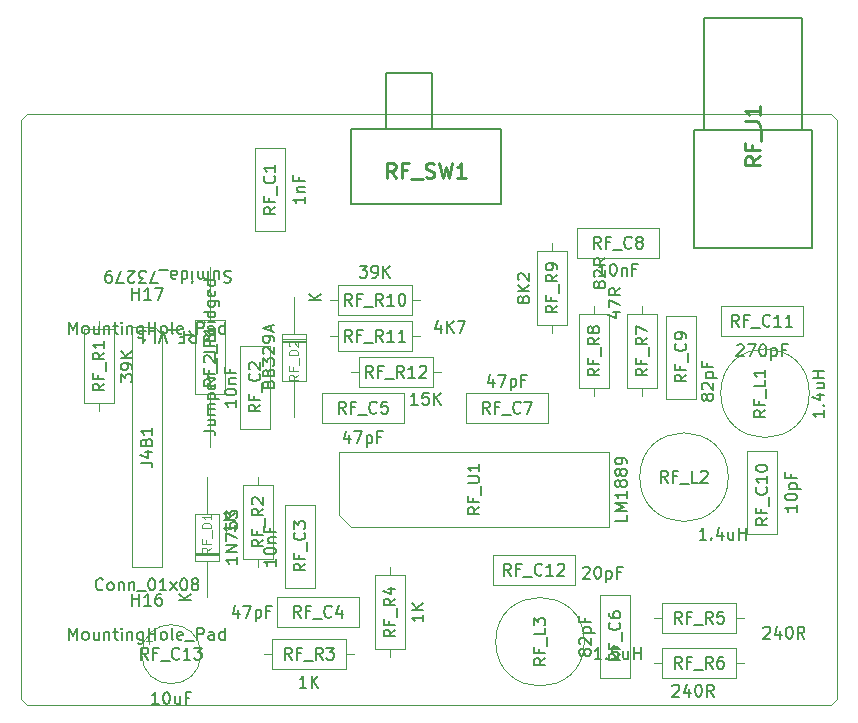
<source format=gbr>
%TF.GenerationSoftware,KiCad,Pcbnew,7.0.11-7.0.11~ubuntu22.04.1*%
%TF.CreationDate,2024-10-09T20:20:53-04:00*%
%TF.ProjectId,sub_rf_mod,7375625f-7266-45f6-9d6f-642e6b696361,rev?*%
%TF.SameCoordinates,Original*%
%TF.FileFunction,AssemblyDrawing,Top*%
%FSLAX46Y46*%
G04 Gerber Fmt 4.6, Leading zero omitted, Abs format (unit mm)*
G04 Created by KiCad (PCBNEW 7.0.11-7.0.11~ubuntu22.04.1) date 2024-10-09 20:20:53*
%MOMM*%
%LPD*%
G01*
G04 APERTURE LIST*
%ADD10C,0.150000*%
%ADD11C,0.120000*%
%ADD12C,0.254000*%
%ADD13C,0.100000*%
%ADD14C,0.200000*%
%TA.AperFunction,Profile*%
%ADD15C,0.100000*%
%TD*%
G04 APERTURE END LIST*
D10*
X138019009Y-86105714D02*
X138066628Y-85962857D01*
X138066628Y-85962857D02*
X138114247Y-85915238D01*
X138114247Y-85915238D02*
X138209485Y-85867619D01*
X138209485Y-85867619D02*
X138352342Y-85867619D01*
X138352342Y-85867619D02*
X138447580Y-85915238D01*
X138447580Y-85915238D02*
X138495200Y-85962857D01*
X138495200Y-85962857D02*
X138542819Y-86058095D01*
X138542819Y-86058095D02*
X138542819Y-86439047D01*
X138542819Y-86439047D02*
X137542819Y-86439047D01*
X137542819Y-86439047D02*
X137542819Y-86105714D01*
X137542819Y-86105714D02*
X137590438Y-86010476D01*
X137590438Y-86010476D02*
X137638057Y-85962857D01*
X137638057Y-85962857D02*
X137733295Y-85915238D01*
X137733295Y-85915238D02*
X137828533Y-85915238D01*
X137828533Y-85915238D02*
X137923771Y-85962857D01*
X137923771Y-85962857D02*
X137971390Y-86010476D01*
X137971390Y-86010476D02*
X138019009Y-86105714D01*
X138019009Y-86105714D02*
X138019009Y-86439047D01*
X138019009Y-85105714D02*
X138066628Y-84962857D01*
X138066628Y-84962857D02*
X138114247Y-84915238D01*
X138114247Y-84915238D02*
X138209485Y-84867619D01*
X138209485Y-84867619D02*
X138352342Y-84867619D01*
X138352342Y-84867619D02*
X138447580Y-84915238D01*
X138447580Y-84915238D02*
X138495200Y-84962857D01*
X138495200Y-84962857D02*
X138542819Y-85058095D01*
X138542819Y-85058095D02*
X138542819Y-85439047D01*
X138542819Y-85439047D02*
X137542819Y-85439047D01*
X137542819Y-85439047D02*
X137542819Y-85105714D01*
X137542819Y-85105714D02*
X137590438Y-85010476D01*
X137590438Y-85010476D02*
X137638057Y-84962857D01*
X137638057Y-84962857D02*
X137733295Y-84915238D01*
X137733295Y-84915238D02*
X137828533Y-84915238D01*
X137828533Y-84915238D02*
X137923771Y-84962857D01*
X137923771Y-84962857D02*
X137971390Y-85010476D01*
X137971390Y-85010476D02*
X138019009Y-85105714D01*
X138019009Y-85105714D02*
X138019009Y-85439047D01*
X137542819Y-84534285D02*
X137542819Y-83915238D01*
X137542819Y-83915238D02*
X137923771Y-84248571D01*
X137923771Y-84248571D02*
X137923771Y-84105714D01*
X137923771Y-84105714D02*
X137971390Y-84010476D01*
X137971390Y-84010476D02*
X138019009Y-83962857D01*
X138019009Y-83962857D02*
X138114247Y-83915238D01*
X138114247Y-83915238D02*
X138352342Y-83915238D01*
X138352342Y-83915238D02*
X138447580Y-83962857D01*
X138447580Y-83962857D02*
X138495200Y-84010476D01*
X138495200Y-84010476D02*
X138542819Y-84105714D01*
X138542819Y-84105714D02*
X138542819Y-84391428D01*
X138542819Y-84391428D02*
X138495200Y-84486666D01*
X138495200Y-84486666D02*
X138447580Y-84534285D01*
X137638057Y-83534285D02*
X137590438Y-83486666D01*
X137590438Y-83486666D02*
X137542819Y-83391428D01*
X137542819Y-83391428D02*
X137542819Y-83153333D01*
X137542819Y-83153333D02*
X137590438Y-83058095D01*
X137590438Y-83058095D02*
X137638057Y-83010476D01*
X137638057Y-83010476D02*
X137733295Y-82962857D01*
X137733295Y-82962857D02*
X137828533Y-82962857D01*
X137828533Y-82962857D02*
X137971390Y-83010476D01*
X137971390Y-83010476D02*
X138542819Y-83581904D01*
X138542819Y-83581904D02*
X138542819Y-82962857D01*
X138542819Y-82486666D02*
X138542819Y-82296190D01*
X138542819Y-82296190D02*
X138495200Y-82200952D01*
X138495200Y-82200952D02*
X138447580Y-82153333D01*
X138447580Y-82153333D02*
X138304723Y-82058095D01*
X138304723Y-82058095D02*
X138114247Y-82010476D01*
X138114247Y-82010476D02*
X137733295Y-82010476D01*
X137733295Y-82010476D02*
X137638057Y-82058095D01*
X137638057Y-82058095D02*
X137590438Y-82105714D01*
X137590438Y-82105714D02*
X137542819Y-82200952D01*
X137542819Y-82200952D02*
X137542819Y-82391428D01*
X137542819Y-82391428D02*
X137590438Y-82486666D01*
X137590438Y-82486666D02*
X137638057Y-82534285D01*
X137638057Y-82534285D02*
X137733295Y-82581904D01*
X137733295Y-82581904D02*
X137971390Y-82581904D01*
X137971390Y-82581904D02*
X138066628Y-82534285D01*
X138066628Y-82534285D02*
X138114247Y-82486666D01*
X138114247Y-82486666D02*
X138161866Y-82391428D01*
X138161866Y-82391428D02*
X138161866Y-82200952D01*
X138161866Y-82200952D02*
X138114247Y-82105714D01*
X138114247Y-82105714D02*
X138066628Y-82058095D01*
X138066628Y-82058095D02*
X137971390Y-82010476D01*
X138257104Y-81629523D02*
X138257104Y-81153333D01*
X138542819Y-81724761D02*
X137542819Y-81391428D01*
X137542819Y-81391428D02*
X138542819Y-81058095D01*
X142462819Y-79001904D02*
X141462819Y-79001904D01*
X142462819Y-78430476D02*
X141891390Y-78859047D01*
X141462819Y-78430476D02*
X142034247Y-79001904D01*
D11*
X140571855Y-85300951D02*
X140190902Y-85567618D01*
X140571855Y-85758094D02*
X139771855Y-85758094D01*
X139771855Y-85758094D02*
X139771855Y-85453332D01*
X139771855Y-85453332D02*
X139809950Y-85377142D01*
X139809950Y-85377142D02*
X139848045Y-85339047D01*
X139848045Y-85339047D02*
X139924236Y-85300951D01*
X139924236Y-85300951D02*
X140038521Y-85300951D01*
X140038521Y-85300951D02*
X140114712Y-85339047D01*
X140114712Y-85339047D02*
X140152807Y-85377142D01*
X140152807Y-85377142D02*
X140190902Y-85453332D01*
X140190902Y-85453332D02*
X140190902Y-85758094D01*
X140152807Y-84691428D02*
X140152807Y-84958094D01*
X140571855Y-84958094D02*
X139771855Y-84958094D01*
X139771855Y-84958094D02*
X139771855Y-84577142D01*
X140648045Y-84462857D02*
X140648045Y-83853333D01*
X140571855Y-83662856D02*
X139771855Y-83662856D01*
X139771855Y-83662856D02*
X139771855Y-83472380D01*
X139771855Y-83472380D02*
X139809950Y-83358094D01*
X139809950Y-83358094D02*
X139886140Y-83281904D01*
X139886140Y-83281904D02*
X139962331Y-83243809D01*
X139962331Y-83243809D02*
X140114712Y-83205713D01*
X140114712Y-83205713D02*
X140228998Y-83205713D01*
X140228998Y-83205713D02*
X140381379Y-83243809D01*
X140381379Y-83243809D02*
X140457569Y-83281904D01*
X140457569Y-83281904D02*
X140533760Y-83358094D01*
X140533760Y-83358094D02*
X140571855Y-83472380D01*
X140571855Y-83472380D02*
X140571855Y-83662856D01*
X139848045Y-82900952D02*
X139809950Y-82862856D01*
X139809950Y-82862856D02*
X139771855Y-82786666D01*
X139771855Y-82786666D02*
X139771855Y-82596190D01*
X139771855Y-82596190D02*
X139809950Y-82519999D01*
X139809950Y-82519999D02*
X139848045Y-82481904D01*
X139848045Y-82481904D02*
X139924236Y-82443809D01*
X139924236Y-82443809D02*
X140000426Y-82443809D01*
X140000426Y-82443809D02*
X140114712Y-82481904D01*
X140114712Y-82481904D02*
X140571855Y-82939047D01*
X140571855Y-82939047D02*
X140571855Y-82443809D01*
D10*
X175143390Y-87304380D02*
X175095771Y-87399618D01*
X175095771Y-87399618D02*
X175048152Y-87447237D01*
X175048152Y-87447237D02*
X174952914Y-87494856D01*
X174952914Y-87494856D02*
X174905295Y-87494856D01*
X174905295Y-87494856D02*
X174810057Y-87447237D01*
X174810057Y-87447237D02*
X174762438Y-87399618D01*
X174762438Y-87399618D02*
X174714819Y-87304380D01*
X174714819Y-87304380D02*
X174714819Y-87113904D01*
X174714819Y-87113904D02*
X174762438Y-87018666D01*
X174762438Y-87018666D02*
X174810057Y-86971047D01*
X174810057Y-86971047D02*
X174905295Y-86923428D01*
X174905295Y-86923428D02*
X174952914Y-86923428D01*
X174952914Y-86923428D02*
X175048152Y-86971047D01*
X175048152Y-86971047D02*
X175095771Y-87018666D01*
X175095771Y-87018666D02*
X175143390Y-87113904D01*
X175143390Y-87113904D02*
X175143390Y-87304380D01*
X175143390Y-87304380D02*
X175191009Y-87399618D01*
X175191009Y-87399618D02*
X175238628Y-87447237D01*
X175238628Y-87447237D02*
X175333866Y-87494856D01*
X175333866Y-87494856D02*
X175524342Y-87494856D01*
X175524342Y-87494856D02*
X175619580Y-87447237D01*
X175619580Y-87447237D02*
X175667200Y-87399618D01*
X175667200Y-87399618D02*
X175714819Y-87304380D01*
X175714819Y-87304380D02*
X175714819Y-87113904D01*
X175714819Y-87113904D02*
X175667200Y-87018666D01*
X175667200Y-87018666D02*
X175619580Y-86971047D01*
X175619580Y-86971047D02*
X175524342Y-86923428D01*
X175524342Y-86923428D02*
X175333866Y-86923428D01*
X175333866Y-86923428D02*
X175238628Y-86971047D01*
X175238628Y-86971047D02*
X175191009Y-87018666D01*
X175191009Y-87018666D02*
X175143390Y-87113904D01*
X174810057Y-86542475D02*
X174762438Y-86494856D01*
X174762438Y-86494856D02*
X174714819Y-86399618D01*
X174714819Y-86399618D02*
X174714819Y-86161523D01*
X174714819Y-86161523D02*
X174762438Y-86066285D01*
X174762438Y-86066285D02*
X174810057Y-86018666D01*
X174810057Y-86018666D02*
X174905295Y-85971047D01*
X174905295Y-85971047D02*
X175000533Y-85971047D01*
X175000533Y-85971047D02*
X175143390Y-86018666D01*
X175143390Y-86018666D02*
X175714819Y-86590094D01*
X175714819Y-86590094D02*
X175714819Y-85971047D01*
X175048152Y-85542475D02*
X176048152Y-85542475D01*
X175095771Y-85542475D02*
X175048152Y-85447237D01*
X175048152Y-85447237D02*
X175048152Y-85256761D01*
X175048152Y-85256761D02*
X175095771Y-85161523D01*
X175095771Y-85161523D02*
X175143390Y-85113904D01*
X175143390Y-85113904D02*
X175238628Y-85066285D01*
X175238628Y-85066285D02*
X175524342Y-85066285D01*
X175524342Y-85066285D02*
X175619580Y-85113904D01*
X175619580Y-85113904D02*
X175667200Y-85161523D01*
X175667200Y-85161523D02*
X175714819Y-85256761D01*
X175714819Y-85256761D02*
X175714819Y-85447237D01*
X175714819Y-85447237D02*
X175667200Y-85542475D01*
X175191009Y-84304380D02*
X175191009Y-84637713D01*
X175714819Y-84637713D02*
X174714819Y-84637713D01*
X174714819Y-84637713D02*
X174714819Y-84161523D01*
X173428819Y-85296190D02*
X172952628Y-85629523D01*
X173428819Y-85867618D02*
X172428819Y-85867618D01*
X172428819Y-85867618D02*
X172428819Y-85486666D01*
X172428819Y-85486666D02*
X172476438Y-85391428D01*
X172476438Y-85391428D02*
X172524057Y-85343809D01*
X172524057Y-85343809D02*
X172619295Y-85296190D01*
X172619295Y-85296190D02*
X172762152Y-85296190D01*
X172762152Y-85296190D02*
X172857390Y-85343809D01*
X172857390Y-85343809D02*
X172905009Y-85391428D01*
X172905009Y-85391428D02*
X172952628Y-85486666D01*
X172952628Y-85486666D02*
X172952628Y-85867618D01*
X172905009Y-84534285D02*
X172905009Y-84867618D01*
X173428819Y-84867618D02*
X172428819Y-84867618D01*
X172428819Y-84867618D02*
X172428819Y-84391428D01*
X173524057Y-84248571D02*
X173524057Y-83486666D01*
X173333580Y-82677142D02*
X173381200Y-82724761D01*
X173381200Y-82724761D02*
X173428819Y-82867618D01*
X173428819Y-82867618D02*
X173428819Y-82962856D01*
X173428819Y-82962856D02*
X173381200Y-83105713D01*
X173381200Y-83105713D02*
X173285961Y-83200951D01*
X173285961Y-83200951D02*
X173190723Y-83248570D01*
X173190723Y-83248570D02*
X173000247Y-83296189D01*
X173000247Y-83296189D02*
X172857390Y-83296189D01*
X172857390Y-83296189D02*
X172666914Y-83248570D01*
X172666914Y-83248570D02*
X172571676Y-83200951D01*
X172571676Y-83200951D02*
X172476438Y-83105713D01*
X172476438Y-83105713D02*
X172428819Y-82962856D01*
X172428819Y-82962856D02*
X172428819Y-82867618D01*
X172428819Y-82867618D02*
X172476438Y-82724761D01*
X172476438Y-82724761D02*
X172524057Y-82677142D01*
X173428819Y-82200951D02*
X173428819Y-82010475D01*
X173428819Y-82010475D02*
X173381200Y-81915237D01*
X173381200Y-81915237D02*
X173333580Y-81867618D01*
X173333580Y-81867618D02*
X173190723Y-81772380D01*
X173190723Y-81772380D02*
X173000247Y-81724761D01*
X173000247Y-81724761D02*
X172619295Y-81724761D01*
X172619295Y-81724761D02*
X172524057Y-81772380D01*
X172524057Y-81772380D02*
X172476438Y-81819999D01*
X172476438Y-81819999D02*
X172428819Y-81915237D01*
X172428819Y-81915237D02*
X172428819Y-82105713D01*
X172428819Y-82105713D02*
X172476438Y-82200951D01*
X172476438Y-82200951D02*
X172524057Y-82248570D01*
X172524057Y-82248570D02*
X172619295Y-82296189D01*
X172619295Y-82296189D02*
X172857390Y-82296189D01*
X172857390Y-82296189D02*
X172952628Y-82248570D01*
X172952628Y-82248570D02*
X173000247Y-82200951D01*
X173000247Y-82200951D02*
X173047866Y-82105713D01*
X173047866Y-82105713D02*
X173047866Y-81915237D01*
X173047866Y-81915237D02*
X173000247Y-81819999D01*
X173000247Y-81819999D02*
X172952628Y-81772380D01*
X172952628Y-81772380D02*
X172857390Y-81724761D01*
X128737899Y-113170819D02*
X128166471Y-113170819D01*
X128452185Y-113170819D02*
X128452185Y-112170819D01*
X128452185Y-112170819D02*
X128356947Y-112313676D01*
X128356947Y-112313676D02*
X128261709Y-112408914D01*
X128261709Y-112408914D02*
X128166471Y-112456533D01*
X129356947Y-112170819D02*
X129452185Y-112170819D01*
X129452185Y-112170819D02*
X129547423Y-112218438D01*
X129547423Y-112218438D02*
X129595042Y-112266057D01*
X129595042Y-112266057D02*
X129642661Y-112361295D01*
X129642661Y-112361295D02*
X129690280Y-112551771D01*
X129690280Y-112551771D02*
X129690280Y-112789866D01*
X129690280Y-112789866D02*
X129642661Y-112980342D01*
X129642661Y-112980342D02*
X129595042Y-113075580D01*
X129595042Y-113075580D02*
X129547423Y-113123200D01*
X129547423Y-113123200D02*
X129452185Y-113170819D01*
X129452185Y-113170819D02*
X129356947Y-113170819D01*
X129356947Y-113170819D02*
X129261709Y-113123200D01*
X129261709Y-113123200D02*
X129214090Y-113075580D01*
X129214090Y-113075580D02*
X129166471Y-112980342D01*
X129166471Y-112980342D02*
X129118852Y-112789866D01*
X129118852Y-112789866D02*
X129118852Y-112551771D01*
X129118852Y-112551771D02*
X129166471Y-112361295D01*
X129166471Y-112361295D02*
X129214090Y-112266057D01*
X129214090Y-112266057D02*
X129261709Y-112218438D01*
X129261709Y-112218438D02*
X129356947Y-112170819D01*
X130547423Y-112504152D02*
X130547423Y-113170819D01*
X130118852Y-112504152D02*
X130118852Y-113027961D01*
X130118852Y-113027961D02*
X130166471Y-113123200D01*
X130166471Y-113123200D02*
X130261709Y-113170819D01*
X130261709Y-113170819D02*
X130404566Y-113170819D01*
X130404566Y-113170819D02*
X130499804Y-113123200D01*
X130499804Y-113123200D02*
X130547423Y-113075580D01*
X131356947Y-112647009D02*
X131023614Y-112647009D01*
X131023614Y-113170819D02*
X131023614Y-112170819D01*
X131023614Y-112170819D02*
X131499804Y-112170819D01*
X127856946Y-109420819D02*
X127523613Y-108944628D01*
X127285518Y-109420819D02*
X127285518Y-108420819D01*
X127285518Y-108420819D02*
X127666470Y-108420819D01*
X127666470Y-108420819D02*
X127761708Y-108468438D01*
X127761708Y-108468438D02*
X127809327Y-108516057D01*
X127809327Y-108516057D02*
X127856946Y-108611295D01*
X127856946Y-108611295D02*
X127856946Y-108754152D01*
X127856946Y-108754152D02*
X127809327Y-108849390D01*
X127809327Y-108849390D02*
X127761708Y-108897009D01*
X127761708Y-108897009D02*
X127666470Y-108944628D01*
X127666470Y-108944628D02*
X127285518Y-108944628D01*
X128618851Y-108897009D02*
X128285518Y-108897009D01*
X128285518Y-109420819D02*
X128285518Y-108420819D01*
X128285518Y-108420819D02*
X128761708Y-108420819D01*
X128904566Y-109516057D02*
X129666470Y-109516057D01*
X130475994Y-109325580D02*
X130428375Y-109373200D01*
X130428375Y-109373200D02*
X130285518Y-109420819D01*
X130285518Y-109420819D02*
X130190280Y-109420819D01*
X130190280Y-109420819D02*
X130047423Y-109373200D01*
X130047423Y-109373200D02*
X129952185Y-109277961D01*
X129952185Y-109277961D02*
X129904566Y-109182723D01*
X129904566Y-109182723D02*
X129856947Y-108992247D01*
X129856947Y-108992247D02*
X129856947Y-108849390D01*
X129856947Y-108849390D02*
X129904566Y-108658914D01*
X129904566Y-108658914D02*
X129952185Y-108563676D01*
X129952185Y-108563676D02*
X130047423Y-108468438D01*
X130047423Y-108468438D02*
X130190280Y-108420819D01*
X130190280Y-108420819D02*
X130285518Y-108420819D01*
X130285518Y-108420819D02*
X130428375Y-108468438D01*
X130428375Y-108468438D02*
X130475994Y-108516057D01*
X131428375Y-109420819D02*
X130856947Y-109420819D01*
X131142661Y-109420819D02*
X131142661Y-108420819D01*
X131142661Y-108420819D02*
X131047423Y-108563676D01*
X131047423Y-108563676D02*
X130952185Y-108658914D01*
X130952185Y-108658914D02*
X130856947Y-108706533D01*
X131761709Y-108420819D02*
X132380756Y-108420819D01*
X132380756Y-108420819D02*
X132047423Y-108801771D01*
X132047423Y-108801771D02*
X132190280Y-108801771D01*
X132190280Y-108801771D02*
X132285518Y-108849390D01*
X132285518Y-108849390D02*
X132333137Y-108897009D01*
X132333137Y-108897009D02*
X132380756Y-108992247D01*
X132380756Y-108992247D02*
X132380756Y-109230342D01*
X132380756Y-109230342D02*
X132333137Y-109325580D01*
X132333137Y-109325580D02*
X132285518Y-109373200D01*
X132285518Y-109373200D02*
X132190280Y-109420819D01*
X132190280Y-109420819D02*
X131904566Y-109420819D01*
X131904566Y-109420819D02*
X131809328Y-109373200D01*
X131809328Y-109373200D02*
X131761709Y-109325580D01*
X138670819Y-100893428D02*
X138670819Y-101464856D01*
X138670819Y-101179142D02*
X137670819Y-101179142D01*
X137670819Y-101179142D02*
X137813676Y-101274380D01*
X137813676Y-101274380D02*
X137908914Y-101369618D01*
X137908914Y-101369618D02*
X137956533Y-101464856D01*
X137670819Y-100274380D02*
X137670819Y-100179142D01*
X137670819Y-100179142D02*
X137718438Y-100083904D01*
X137718438Y-100083904D02*
X137766057Y-100036285D01*
X137766057Y-100036285D02*
X137861295Y-99988666D01*
X137861295Y-99988666D02*
X138051771Y-99941047D01*
X138051771Y-99941047D02*
X138289866Y-99941047D01*
X138289866Y-99941047D02*
X138480342Y-99988666D01*
X138480342Y-99988666D02*
X138575580Y-100036285D01*
X138575580Y-100036285D02*
X138623200Y-100083904D01*
X138623200Y-100083904D02*
X138670819Y-100179142D01*
X138670819Y-100179142D02*
X138670819Y-100274380D01*
X138670819Y-100274380D02*
X138623200Y-100369618D01*
X138623200Y-100369618D02*
X138575580Y-100417237D01*
X138575580Y-100417237D02*
X138480342Y-100464856D01*
X138480342Y-100464856D02*
X138289866Y-100512475D01*
X138289866Y-100512475D02*
X138051771Y-100512475D01*
X138051771Y-100512475D02*
X137861295Y-100464856D01*
X137861295Y-100464856D02*
X137766057Y-100417237D01*
X137766057Y-100417237D02*
X137718438Y-100369618D01*
X137718438Y-100369618D02*
X137670819Y-100274380D01*
X138004152Y-99512475D02*
X138670819Y-99512475D01*
X138099390Y-99512475D02*
X138051771Y-99464856D01*
X138051771Y-99464856D02*
X138004152Y-99369618D01*
X138004152Y-99369618D02*
X138004152Y-99226761D01*
X138004152Y-99226761D02*
X138051771Y-99131523D01*
X138051771Y-99131523D02*
X138147009Y-99083904D01*
X138147009Y-99083904D02*
X138670819Y-99083904D01*
X138147009Y-98274380D02*
X138147009Y-98607713D01*
X138670819Y-98607713D02*
X137670819Y-98607713D01*
X137670819Y-98607713D02*
X137670819Y-98131523D01*
X141170819Y-101298190D02*
X140694628Y-101631523D01*
X141170819Y-101869618D02*
X140170819Y-101869618D01*
X140170819Y-101869618D02*
X140170819Y-101488666D01*
X140170819Y-101488666D02*
X140218438Y-101393428D01*
X140218438Y-101393428D02*
X140266057Y-101345809D01*
X140266057Y-101345809D02*
X140361295Y-101298190D01*
X140361295Y-101298190D02*
X140504152Y-101298190D01*
X140504152Y-101298190D02*
X140599390Y-101345809D01*
X140599390Y-101345809D02*
X140647009Y-101393428D01*
X140647009Y-101393428D02*
X140694628Y-101488666D01*
X140694628Y-101488666D02*
X140694628Y-101869618D01*
X140647009Y-100536285D02*
X140647009Y-100869618D01*
X141170819Y-100869618D02*
X140170819Y-100869618D01*
X140170819Y-100869618D02*
X140170819Y-100393428D01*
X141266057Y-100250571D02*
X141266057Y-99488666D01*
X141075580Y-98679142D02*
X141123200Y-98726761D01*
X141123200Y-98726761D02*
X141170819Y-98869618D01*
X141170819Y-98869618D02*
X141170819Y-98964856D01*
X141170819Y-98964856D02*
X141123200Y-99107713D01*
X141123200Y-99107713D02*
X141027961Y-99202951D01*
X141027961Y-99202951D02*
X140932723Y-99250570D01*
X140932723Y-99250570D02*
X140742247Y-99298189D01*
X140742247Y-99298189D02*
X140599390Y-99298189D01*
X140599390Y-99298189D02*
X140408914Y-99250570D01*
X140408914Y-99250570D02*
X140313676Y-99202951D01*
X140313676Y-99202951D02*
X140218438Y-99107713D01*
X140218438Y-99107713D02*
X140170819Y-98964856D01*
X140170819Y-98964856D02*
X140170819Y-98869618D01*
X140170819Y-98869618D02*
X140218438Y-98726761D01*
X140218438Y-98726761D02*
X140266057Y-98679142D01*
X140170819Y-98345808D02*
X140170819Y-97726761D01*
X140170819Y-97726761D02*
X140551771Y-98060094D01*
X140551771Y-98060094D02*
X140551771Y-97917237D01*
X140551771Y-97917237D02*
X140599390Y-97821999D01*
X140599390Y-97821999D02*
X140647009Y-97774380D01*
X140647009Y-97774380D02*
X140742247Y-97726761D01*
X140742247Y-97726761D02*
X140980342Y-97726761D01*
X140980342Y-97726761D02*
X141075580Y-97774380D01*
X141075580Y-97774380D02*
X141123200Y-97821999D01*
X141123200Y-97821999D02*
X141170819Y-97917237D01*
X141170819Y-97917237D02*
X141170819Y-98202951D01*
X141170819Y-98202951D02*
X141123200Y-98298189D01*
X141123200Y-98298189D02*
X141075580Y-98345808D01*
X132550819Y-90058095D02*
X133265104Y-90058095D01*
X133265104Y-90058095D02*
X133407961Y-90105714D01*
X133407961Y-90105714D02*
X133503200Y-90200952D01*
X133503200Y-90200952D02*
X133550819Y-90343809D01*
X133550819Y-90343809D02*
X133550819Y-90439047D01*
X132884152Y-89153333D02*
X133550819Y-89153333D01*
X132884152Y-89581904D02*
X133407961Y-89581904D01*
X133407961Y-89581904D02*
X133503200Y-89534285D01*
X133503200Y-89534285D02*
X133550819Y-89439047D01*
X133550819Y-89439047D02*
X133550819Y-89296190D01*
X133550819Y-89296190D02*
X133503200Y-89200952D01*
X133503200Y-89200952D02*
X133455580Y-89153333D01*
X133550819Y-88677142D02*
X132884152Y-88677142D01*
X132979390Y-88677142D02*
X132931771Y-88629523D01*
X132931771Y-88629523D02*
X132884152Y-88534285D01*
X132884152Y-88534285D02*
X132884152Y-88391428D01*
X132884152Y-88391428D02*
X132931771Y-88296190D01*
X132931771Y-88296190D02*
X133027009Y-88248571D01*
X133027009Y-88248571D02*
X133550819Y-88248571D01*
X133027009Y-88248571D02*
X132931771Y-88200952D01*
X132931771Y-88200952D02*
X132884152Y-88105714D01*
X132884152Y-88105714D02*
X132884152Y-87962857D01*
X132884152Y-87962857D02*
X132931771Y-87867618D01*
X132931771Y-87867618D02*
X133027009Y-87819999D01*
X133027009Y-87819999D02*
X133550819Y-87819999D01*
X132884152Y-87343809D02*
X133884152Y-87343809D01*
X132931771Y-87343809D02*
X132884152Y-87248571D01*
X132884152Y-87248571D02*
X132884152Y-87058095D01*
X132884152Y-87058095D02*
X132931771Y-86962857D01*
X132931771Y-86962857D02*
X132979390Y-86915238D01*
X132979390Y-86915238D02*
X133074628Y-86867619D01*
X133074628Y-86867619D02*
X133360342Y-86867619D01*
X133360342Y-86867619D02*
X133455580Y-86915238D01*
X133455580Y-86915238D02*
X133503200Y-86962857D01*
X133503200Y-86962857D02*
X133550819Y-87058095D01*
X133550819Y-87058095D02*
X133550819Y-87248571D01*
X133550819Y-87248571D02*
X133503200Y-87343809D01*
X133503200Y-86058095D02*
X133550819Y-86153333D01*
X133550819Y-86153333D02*
X133550819Y-86343809D01*
X133550819Y-86343809D02*
X133503200Y-86439047D01*
X133503200Y-86439047D02*
X133407961Y-86486666D01*
X133407961Y-86486666D02*
X133027009Y-86486666D01*
X133027009Y-86486666D02*
X132931771Y-86439047D01*
X132931771Y-86439047D02*
X132884152Y-86343809D01*
X132884152Y-86343809D02*
X132884152Y-86153333D01*
X132884152Y-86153333D02*
X132931771Y-86058095D01*
X132931771Y-86058095D02*
X133027009Y-86010476D01*
X133027009Y-86010476D02*
X133122247Y-86010476D01*
X133122247Y-86010476D02*
X133217485Y-86486666D01*
X133550819Y-85581904D02*
X132884152Y-85581904D01*
X133074628Y-85581904D02*
X132979390Y-85534285D01*
X132979390Y-85534285D02*
X132931771Y-85486666D01*
X132931771Y-85486666D02*
X132884152Y-85391428D01*
X132884152Y-85391428D02*
X132884152Y-85296190D01*
X133646057Y-85200952D02*
X133646057Y-84439047D01*
X132646057Y-84248570D02*
X132598438Y-84200951D01*
X132598438Y-84200951D02*
X132550819Y-84105713D01*
X132550819Y-84105713D02*
X132550819Y-83867618D01*
X132550819Y-83867618D02*
X132598438Y-83772380D01*
X132598438Y-83772380D02*
X132646057Y-83724761D01*
X132646057Y-83724761D02*
X132741295Y-83677142D01*
X132741295Y-83677142D02*
X132836533Y-83677142D01*
X132836533Y-83677142D02*
X132979390Y-83724761D01*
X132979390Y-83724761D02*
X133550819Y-84296189D01*
X133550819Y-84296189D02*
X133550819Y-83677142D01*
X133646057Y-83486666D02*
X133646057Y-82724761D01*
X133027009Y-82153332D02*
X133074628Y-82010475D01*
X133074628Y-82010475D02*
X133122247Y-81962856D01*
X133122247Y-81962856D02*
X133217485Y-81915237D01*
X133217485Y-81915237D02*
X133360342Y-81915237D01*
X133360342Y-81915237D02*
X133455580Y-81962856D01*
X133455580Y-81962856D02*
X133503200Y-82010475D01*
X133503200Y-82010475D02*
X133550819Y-82105713D01*
X133550819Y-82105713D02*
X133550819Y-82486665D01*
X133550819Y-82486665D02*
X132550819Y-82486665D01*
X132550819Y-82486665D02*
X132550819Y-82153332D01*
X132550819Y-82153332D02*
X132598438Y-82058094D01*
X132598438Y-82058094D02*
X132646057Y-82010475D01*
X132646057Y-82010475D02*
X132741295Y-81962856D01*
X132741295Y-81962856D02*
X132836533Y-81962856D01*
X132836533Y-81962856D02*
X132931771Y-82010475D01*
X132931771Y-82010475D02*
X132979390Y-82058094D01*
X132979390Y-82058094D02*
X133027009Y-82153332D01*
X133027009Y-82153332D02*
X133027009Y-82486665D01*
X133550819Y-81486665D02*
X132884152Y-81486665D01*
X133074628Y-81486665D02*
X132979390Y-81439046D01*
X132979390Y-81439046D02*
X132931771Y-81391427D01*
X132931771Y-81391427D02*
X132884152Y-81296189D01*
X132884152Y-81296189D02*
X132884152Y-81200951D01*
X133550819Y-80867617D02*
X132884152Y-80867617D01*
X132550819Y-80867617D02*
X132598438Y-80915236D01*
X132598438Y-80915236D02*
X132646057Y-80867617D01*
X132646057Y-80867617D02*
X132598438Y-80819998D01*
X132598438Y-80819998D02*
X132550819Y-80867617D01*
X132550819Y-80867617D02*
X132646057Y-80867617D01*
X133550819Y-79962856D02*
X132550819Y-79962856D01*
X133503200Y-79962856D02*
X133550819Y-80058094D01*
X133550819Y-80058094D02*
X133550819Y-80248570D01*
X133550819Y-80248570D02*
X133503200Y-80343808D01*
X133503200Y-80343808D02*
X133455580Y-80391427D01*
X133455580Y-80391427D02*
X133360342Y-80439046D01*
X133360342Y-80439046D02*
X133074628Y-80439046D01*
X133074628Y-80439046D02*
X132979390Y-80391427D01*
X132979390Y-80391427D02*
X132931771Y-80343808D01*
X132931771Y-80343808D02*
X132884152Y-80248570D01*
X132884152Y-80248570D02*
X132884152Y-80058094D01*
X132884152Y-80058094D02*
X132931771Y-79962856D01*
X132884152Y-79058094D02*
X133693676Y-79058094D01*
X133693676Y-79058094D02*
X133788914Y-79105713D01*
X133788914Y-79105713D02*
X133836533Y-79153332D01*
X133836533Y-79153332D02*
X133884152Y-79248570D01*
X133884152Y-79248570D02*
X133884152Y-79391427D01*
X133884152Y-79391427D02*
X133836533Y-79486665D01*
X133503200Y-79058094D02*
X133550819Y-79153332D01*
X133550819Y-79153332D02*
X133550819Y-79343808D01*
X133550819Y-79343808D02*
X133503200Y-79439046D01*
X133503200Y-79439046D02*
X133455580Y-79486665D01*
X133455580Y-79486665D02*
X133360342Y-79534284D01*
X133360342Y-79534284D02*
X133074628Y-79534284D01*
X133074628Y-79534284D02*
X132979390Y-79486665D01*
X132979390Y-79486665D02*
X132931771Y-79439046D01*
X132931771Y-79439046D02*
X132884152Y-79343808D01*
X132884152Y-79343808D02*
X132884152Y-79153332D01*
X132884152Y-79153332D02*
X132931771Y-79058094D01*
X133503200Y-78200951D02*
X133550819Y-78296189D01*
X133550819Y-78296189D02*
X133550819Y-78486665D01*
X133550819Y-78486665D02*
X133503200Y-78581903D01*
X133503200Y-78581903D02*
X133407961Y-78629522D01*
X133407961Y-78629522D02*
X133027009Y-78629522D01*
X133027009Y-78629522D02*
X132931771Y-78581903D01*
X132931771Y-78581903D02*
X132884152Y-78486665D01*
X132884152Y-78486665D02*
X132884152Y-78296189D01*
X132884152Y-78296189D02*
X132931771Y-78200951D01*
X132931771Y-78200951D02*
X133027009Y-78153332D01*
X133027009Y-78153332D02*
X133122247Y-78153332D01*
X133122247Y-78153332D02*
X133217485Y-78629522D01*
X133550819Y-77296189D02*
X132550819Y-77296189D01*
X133503200Y-77296189D02*
X133550819Y-77391427D01*
X133550819Y-77391427D02*
X133550819Y-77581903D01*
X133550819Y-77581903D02*
X133503200Y-77677141D01*
X133503200Y-77677141D02*
X133455580Y-77724760D01*
X133455580Y-77724760D02*
X133360342Y-77772379D01*
X133360342Y-77772379D02*
X133074628Y-77772379D01*
X133074628Y-77772379D02*
X132979390Y-77724760D01*
X132979390Y-77724760D02*
X132931771Y-77677141D01*
X132931771Y-77677141D02*
X132884152Y-77581903D01*
X132884152Y-77581903D02*
X132884152Y-77391427D01*
X132884152Y-77391427D02*
X132931771Y-77296189D01*
X133550819Y-85677143D02*
X133074628Y-86010476D01*
X133550819Y-86248571D02*
X132550819Y-86248571D01*
X132550819Y-86248571D02*
X132550819Y-85867619D01*
X132550819Y-85867619D02*
X132598438Y-85772381D01*
X132598438Y-85772381D02*
X132646057Y-85724762D01*
X132646057Y-85724762D02*
X132741295Y-85677143D01*
X132741295Y-85677143D02*
X132884152Y-85677143D01*
X132884152Y-85677143D02*
X132979390Y-85724762D01*
X132979390Y-85724762D02*
X133027009Y-85772381D01*
X133027009Y-85772381D02*
X133074628Y-85867619D01*
X133074628Y-85867619D02*
X133074628Y-86248571D01*
X133027009Y-84915238D02*
X133027009Y-85248571D01*
X133550819Y-85248571D02*
X132550819Y-85248571D01*
X132550819Y-85248571D02*
X132550819Y-84772381D01*
X133646057Y-84629524D02*
X133646057Y-83867619D01*
X132550819Y-83343809D02*
X133265104Y-83343809D01*
X133265104Y-83343809D02*
X133407961Y-83391428D01*
X133407961Y-83391428D02*
X133503200Y-83486666D01*
X133503200Y-83486666D02*
X133550819Y-83629523D01*
X133550819Y-83629523D02*
X133550819Y-83724761D01*
X133550819Y-82867618D02*
X132550819Y-82867618D01*
X132550819Y-82867618D02*
X132550819Y-82486666D01*
X132550819Y-82486666D02*
X132598438Y-82391428D01*
X132598438Y-82391428D02*
X132646057Y-82343809D01*
X132646057Y-82343809D02*
X132741295Y-82296190D01*
X132741295Y-82296190D02*
X132884152Y-82296190D01*
X132884152Y-82296190D02*
X132979390Y-82343809D01*
X132979390Y-82343809D02*
X133027009Y-82391428D01*
X133027009Y-82391428D02*
X133074628Y-82486666D01*
X133074628Y-82486666D02*
X133074628Y-82867618D01*
X133550819Y-81343809D02*
X133550819Y-81915237D01*
X133550819Y-81629523D02*
X132550819Y-81629523D01*
X132550819Y-81629523D02*
X132693676Y-81724761D01*
X132693676Y-81724761D02*
X132788914Y-81819999D01*
X132788914Y-81819999D02*
X132836533Y-81915237D01*
X145756476Y-76078819D02*
X146375523Y-76078819D01*
X146375523Y-76078819D02*
X146042190Y-76459771D01*
X146042190Y-76459771D02*
X146185047Y-76459771D01*
X146185047Y-76459771D02*
X146280285Y-76507390D01*
X146280285Y-76507390D02*
X146327904Y-76555009D01*
X146327904Y-76555009D02*
X146375523Y-76650247D01*
X146375523Y-76650247D02*
X146375523Y-76888342D01*
X146375523Y-76888342D02*
X146327904Y-76983580D01*
X146327904Y-76983580D02*
X146280285Y-77031200D01*
X146280285Y-77031200D02*
X146185047Y-77078819D01*
X146185047Y-77078819D02*
X145899333Y-77078819D01*
X145899333Y-77078819D02*
X145804095Y-77031200D01*
X145804095Y-77031200D02*
X145756476Y-76983580D01*
X146851714Y-77078819D02*
X147042190Y-77078819D01*
X147042190Y-77078819D02*
X147137428Y-77031200D01*
X147137428Y-77031200D02*
X147185047Y-76983580D01*
X147185047Y-76983580D02*
X147280285Y-76840723D01*
X147280285Y-76840723D02*
X147327904Y-76650247D01*
X147327904Y-76650247D02*
X147327904Y-76269295D01*
X147327904Y-76269295D02*
X147280285Y-76174057D01*
X147280285Y-76174057D02*
X147232666Y-76126438D01*
X147232666Y-76126438D02*
X147137428Y-76078819D01*
X147137428Y-76078819D02*
X146946952Y-76078819D01*
X146946952Y-76078819D02*
X146851714Y-76126438D01*
X146851714Y-76126438D02*
X146804095Y-76174057D01*
X146804095Y-76174057D02*
X146756476Y-76269295D01*
X146756476Y-76269295D02*
X146756476Y-76507390D01*
X146756476Y-76507390D02*
X146804095Y-76602628D01*
X146804095Y-76602628D02*
X146851714Y-76650247D01*
X146851714Y-76650247D02*
X146946952Y-76697866D01*
X146946952Y-76697866D02*
X147137428Y-76697866D01*
X147137428Y-76697866D02*
X147232666Y-76650247D01*
X147232666Y-76650247D02*
X147280285Y-76602628D01*
X147280285Y-76602628D02*
X147327904Y-76507390D01*
X147756476Y-77078819D02*
X147756476Y-76078819D01*
X148327904Y-77078819D02*
X147899333Y-76507390D01*
X148327904Y-76078819D02*
X147756476Y-76650247D01*
X145113618Y-79448819D02*
X144780285Y-78972628D01*
X144542190Y-79448819D02*
X144542190Y-78448819D01*
X144542190Y-78448819D02*
X144923142Y-78448819D01*
X144923142Y-78448819D02*
X145018380Y-78496438D01*
X145018380Y-78496438D02*
X145065999Y-78544057D01*
X145065999Y-78544057D02*
X145113618Y-78639295D01*
X145113618Y-78639295D02*
X145113618Y-78782152D01*
X145113618Y-78782152D02*
X145065999Y-78877390D01*
X145065999Y-78877390D02*
X145018380Y-78925009D01*
X145018380Y-78925009D02*
X144923142Y-78972628D01*
X144923142Y-78972628D02*
X144542190Y-78972628D01*
X145875523Y-78925009D02*
X145542190Y-78925009D01*
X145542190Y-79448819D02*
X145542190Y-78448819D01*
X145542190Y-78448819D02*
X146018380Y-78448819D01*
X146161238Y-79544057D02*
X146923142Y-79544057D01*
X147732666Y-79448819D02*
X147399333Y-78972628D01*
X147161238Y-79448819D02*
X147161238Y-78448819D01*
X147161238Y-78448819D02*
X147542190Y-78448819D01*
X147542190Y-78448819D02*
X147637428Y-78496438D01*
X147637428Y-78496438D02*
X147685047Y-78544057D01*
X147685047Y-78544057D02*
X147732666Y-78639295D01*
X147732666Y-78639295D02*
X147732666Y-78782152D01*
X147732666Y-78782152D02*
X147685047Y-78877390D01*
X147685047Y-78877390D02*
X147637428Y-78925009D01*
X147637428Y-78925009D02*
X147542190Y-78972628D01*
X147542190Y-78972628D02*
X147161238Y-78972628D01*
X148685047Y-79448819D02*
X148113619Y-79448819D01*
X148399333Y-79448819D02*
X148399333Y-78448819D01*
X148399333Y-78448819D02*
X148304095Y-78591676D01*
X148304095Y-78591676D02*
X148208857Y-78686914D01*
X148208857Y-78686914D02*
X148113619Y-78734533D01*
X149304095Y-78448819D02*
X149399333Y-78448819D01*
X149399333Y-78448819D02*
X149494571Y-78496438D01*
X149494571Y-78496438D02*
X149542190Y-78544057D01*
X149542190Y-78544057D02*
X149589809Y-78639295D01*
X149589809Y-78639295D02*
X149637428Y-78829771D01*
X149637428Y-78829771D02*
X149637428Y-79067866D01*
X149637428Y-79067866D02*
X149589809Y-79258342D01*
X149589809Y-79258342D02*
X149542190Y-79353580D01*
X149542190Y-79353580D02*
X149494571Y-79401200D01*
X149494571Y-79401200D02*
X149399333Y-79448819D01*
X149399333Y-79448819D02*
X149304095Y-79448819D01*
X149304095Y-79448819D02*
X149208857Y-79401200D01*
X149208857Y-79401200D02*
X149161238Y-79353580D01*
X149161238Y-79353580D02*
X149113619Y-79258342D01*
X149113619Y-79258342D02*
X149066000Y-79067866D01*
X149066000Y-79067866D02*
X149066000Y-78829771D01*
X149066000Y-78829771D02*
X149113619Y-78639295D01*
X149113619Y-78639295D02*
X149161238Y-78544057D01*
X149161238Y-78544057D02*
X149208857Y-78496438D01*
X149208857Y-78496438D02*
X149304095Y-78448819D01*
X124023904Y-103459580D02*
X123976285Y-103507200D01*
X123976285Y-103507200D02*
X123833428Y-103554819D01*
X123833428Y-103554819D02*
X123738190Y-103554819D01*
X123738190Y-103554819D02*
X123595333Y-103507200D01*
X123595333Y-103507200D02*
X123500095Y-103411961D01*
X123500095Y-103411961D02*
X123452476Y-103316723D01*
X123452476Y-103316723D02*
X123404857Y-103126247D01*
X123404857Y-103126247D02*
X123404857Y-102983390D01*
X123404857Y-102983390D02*
X123452476Y-102792914D01*
X123452476Y-102792914D02*
X123500095Y-102697676D01*
X123500095Y-102697676D02*
X123595333Y-102602438D01*
X123595333Y-102602438D02*
X123738190Y-102554819D01*
X123738190Y-102554819D02*
X123833428Y-102554819D01*
X123833428Y-102554819D02*
X123976285Y-102602438D01*
X123976285Y-102602438D02*
X124023904Y-102650057D01*
X124595333Y-103554819D02*
X124500095Y-103507200D01*
X124500095Y-103507200D02*
X124452476Y-103459580D01*
X124452476Y-103459580D02*
X124404857Y-103364342D01*
X124404857Y-103364342D02*
X124404857Y-103078628D01*
X124404857Y-103078628D02*
X124452476Y-102983390D01*
X124452476Y-102983390D02*
X124500095Y-102935771D01*
X124500095Y-102935771D02*
X124595333Y-102888152D01*
X124595333Y-102888152D02*
X124738190Y-102888152D01*
X124738190Y-102888152D02*
X124833428Y-102935771D01*
X124833428Y-102935771D02*
X124881047Y-102983390D01*
X124881047Y-102983390D02*
X124928666Y-103078628D01*
X124928666Y-103078628D02*
X124928666Y-103364342D01*
X124928666Y-103364342D02*
X124881047Y-103459580D01*
X124881047Y-103459580D02*
X124833428Y-103507200D01*
X124833428Y-103507200D02*
X124738190Y-103554819D01*
X124738190Y-103554819D02*
X124595333Y-103554819D01*
X125357238Y-102888152D02*
X125357238Y-103554819D01*
X125357238Y-102983390D02*
X125404857Y-102935771D01*
X125404857Y-102935771D02*
X125500095Y-102888152D01*
X125500095Y-102888152D02*
X125642952Y-102888152D01*
X125642952Y-102888152D02*
X125738190Y-102935771D01*
X125738190Y-102935771D02*
X125785809Y-103031009D01*
X125785809Y-103031009D02*
X125785809Y-103554819D01*
X126262000Y-102888152D02*
X126262000Y-103554819D01*
X126262000Y-102983390D02*
X126309619Y-102935771D01*
X126309619Y-102935771D02*
X126404857Y-102888152D01*
X126404857Y-102888152D02*
X126547714Y-102888152D01*
X126547714Y-102888152D02*
X126642952Y-102935771D01*
X126642952Y-102935771D02*
X126690571Y-103031009D01*
X126690571Y-103031009D02*
X126690571Y-103554819D01*
X126928667Y-103650057D02*
X127690571Y-103650057D01*
X128119143Y-102554819D02*
X128214381Y-102554819D01*
X128214381Y-102554819D02*
X128309619Y-102602438D01*
X128309619Y-102602438D02*
X128357238Y-102650057D01*
X128357238Y-102650057D02*
X128404857Y-102745295D01*
X128404857Y-102745295D02*
X128452476Y-102935771D01*
X128452476Y-102935771D02*
X128452476Y-103173866D01*
X128452476Y-103173866D02*
X128404857Y-103364342D01*
X128404857Y-103364342D02*
X128357238Y-103459580D01*
X128357238Y-103459580D02*
X128309619Y-103507200D01*
X128309619Y-103507200D02*
X128214381Y-103554819D01*
X128214381Y-103554819D02*
X128119143Y-103554819D01*
X128119143Y-103554819D02*
X128023905Y-103507200D01*
X128023905Y-103507200D02*
X127976286Y-103459580D01*
X127976286Y-103459580D02*
X127928667Y-103364342D01*
X127928667Y-103364342D02*
X127881048Y-103173866D01*
X127881048Y-103173866D02*
X127881048Y-102935771D01*
X127881048Y-102935771D02*
X127928667Y-102745295D01*
X127928667Y-102745295D02*
X127976286Y-102650057D01*
X127976286Y-102650057D02*
X128023905Y-102602438D01*
X128023905Y-102602438D02*
X128119143Y-102554819D01*
X129404857Y-103554819D02*
X128833429Y-103554819D01*
X129119143Y-103554819D02*
X129119143Y-102554819D01*
X129119143Y-102554819D02*
X129023905Y-102697676D01*
X129023905Y-102697676D02*
X128928667Y-102792914D01*
X128928667Y-102792914D02*
X128833429Y-102840533D01*
X129738191Y-103554819D02*
X130262000Y-102888152D01*
X129738191Y-102888152D02*
X130262000Y-103554819D01*
X130833429Y-102554819D02*
X130928667Y-102554819D01*
X130928667Y-102554819D02*
X131023905Y-102602438D01*
X131023905Y-102602438D02*
X131071524Y-102650057D01*
X131071524Y-102650057D02*
X131119143Y-102745295D01*
X131119143Y-102745295D02*
X131166762Y-102935771D01*
X131166762Y-102935771D02*
X131166762Y-103173866D01*
X131166762Y-103173866D02*
X131119143Y-103364342D01*
X131119143Y-103364342D02*
X131071524Y-103459580D01*
X131071524Y-103459580D02*
X131023905Y-103507200D01*
X131023905Y-103507200D02*
X130928667Y-103554819D01*
X130928667Y-103554819D02*
X130833429Y-103554819D01*
X130833429Y-103554819D02*
X130738191Y-103507200D01*
X130738191Y-103507200D02*
X130690572Y-103459580D01*
X130690572Y-103459580D02*
X130642953Y-103364342D01*
X130642953Y-103364342D02*
X130595334Y-103173866D01*
X130595334Y-103173866D02*
X130595334Y-102935771D01*
X130595334Y-102935771D02*
X130642953Y-102745295D01*
X130642953Y-102745295D02*
X130690572Y-102650057D01*
X130690572Y-102650057D02*
X130738191Y-102602438D01*
X130738191Y-102602438D02*
X130833429Y-102554819D01*
X131738191Y-102983390D02*
X131642953Y-102935771D01*
X131642953Y-102935771D02*
X131595334Y-102888152D01*
X131595334Y-102888152D02*
X131547715Y-102792914D01*
X131547715Y-102792914D02*
X131547715Y-102745295D01*
X131547715Y-102745295D02*
X131595334Y-102650057D01*
X131595334Y-102650057D02*
X131642953Y-102602438D01*
X131642953Y-102602438D02*
X131738191Y-102554819D01*
X131738191Y-102554819D02*
X131928667Y-102554819D01*
X131928667Y-102554819D02*
X132023905Y-102602438D01*
X132023905Y-102602438D02*
X132071524Y-102650057D01*
X132071524Y-102650057D02*
X132119143Y-102745295D01*
X132119143Y-102745295D02*
X132119143Y-102792914D01*
X132119143Y-102792914D02*
X132071524Y-102888152D01*
X132071524Y-102888152D02*
X132023905Y-102935771D01*
X132023905Y-102935771D02*
X131928667Y-102983390D01*
X131928667Y-102983390D02*
X131738191Y-102983390D01*
X131738191Y-102983390D02*
X131642953Y-103031009D01*
X131642953Y-103031009D02*
X131595334Y-103078628D01*
X131595334Y-103078628D02*
X131547715Y-103173866D01*
X131547715Y-103173866D02*
X131547715Y-103364342D01*
X131547715Y-103364342D02*
X131595334Y-103459580D01*
X131595334Y-103459580D02*
X131642953Y-103507200D01*
X131642953Y-103507200D02*
X131738191Y-103554819D01*
X131738191Y-103554819D02*
X131928667Y-103554819D01*
X131928667Y-103554819D02*
X132023905Y-103507200D01*
X132023905Y-103507200D02*
X132071524Y-103459580D01*
X132071524Y-103459580D02*
X132119143Y-103364342D01*
X132119143Y-103364342D02*
X132119143Y-103173866D01*
X132119143Y-103173866D02*
X132071524Y-103078628D01*
X132071524Y-103078628D02*
X132023905Y-103031009D01*
X132023905Y-103031009D02*
X131928667Y-102983390D01*
X127216819Y-92749523D02*
X127931104Y-92749523D01*
X127931104Y-92749523D02*
X128073961Y-92797142D01*
X128073961Y-92797142D02*
X128169200Y-92892380D01*
X128169200Y-92892380D02*
X128216819Y-93035237D01*
X128216819Y-93035237D02*
X128216819Y-93130475D01*
X127550152Y-91844761D02*
X128216819Y-91844761D01*
X127169200Y-92082856D02*
X127883485Y-92320951D01*
X127883485Y-92320951D02*
X127883485Y-91701904D01*
X127693009Y-90987618D02*
X127740628Y-90844761D01*
X127740628Y-90844761D02*
X127788247Y-90797142D01*
X127788247Y-90797142D02*
X127883485Y-90749523D01*
X127883485Y-90749523D02*
X128026342Y-90749523D01*
X128026342Y-90749523D02*
X128121580Y-90797142D01*
X128121580Y-90797142D02*
X128169200Y-90844761D01*
X128169200Y-90844761D02*
X128216819Y-90939999D01*
X128216819Y-90939999D02*
X128216819Y-91320951D01*
X128216819Y-91320951D02*
X127216819Y-91320951D01*
X127216819Y-91320951D02*
X127216819Y-90987618D01*
X127216819Y-90987618D02*
X127264438Y-90892380D01*
X127264438Y-90892380D02*
X127312057Y-90844761D01*
X127312057Y-90844761D02*
X127407295Y-90797142D01*
X127407295Y-90797142D02*
X127502533Y-90797142D01*
X127502533Y-90797142D02*
X127597771Y-90844761D01*
X127597771Y-90844761D02*
X127645390Y-90892380D01*
X127645390Y-90892380D02*
X127693009Y-90987618D01*
X127693009Y-90987618D02*
X127693009Y-91320951D01*
X128216819Y-89797142D02*
X128216819Y-90368570D01*
X128216819Y-90082856D02*
X127216819Y-90082856D01*
X127216819Y-90082856D02*
X127359676Y-90178094D01*
X127359676Y-90178094D02*
X127454914Y-90273332D01*
X127454914Y-90273332D02*
X127502533Y-90368570D01*
X135328819Y-87431428D02*
X135328819Y-88002856D01*
X135328819Y-87717142D02*
X134328819Y-87717142D01*
X134328819Y-87717142D02*
X134471676Y-87812380D01*
X134471676Y-87812380D02*
X134566914Y-87907618D01*
X134566914Y-87907618D02*
X134614533Y-88002856D01*
X134328819Y-86812380D02*
X134328819Y-86717142D01*
X134328819Y-86717142D02*
X134376438Y-86621904D01*
X134376438Y-86621904D02*
X134424057Y-86574285D01*
X134424057Y-86574285D02*
X134519295Y-86526666D01*
X134519295Y-86526666D02*
X134709771Y-86479047D01*
X134709771Y-86479047D02*
X134947866Y-86479047D01*
X134947866Y-86479047D02*
X135138342Y-86526666D01*
X135138342Y-86526666D02*
X135233580Y-86574285D01*
X135233580Y-86574285D02*
X135281200Y-86621904D01*
X135281200Y-86621904D02*
X135328819Y-86717142D01*
X135328819Y-86717142D02*
X135328819Y-86812380D01*
X135328819Y-86812380D02*
X135281200Y-86907618D01*
X135281200Y-86907618D02*
X135233580Y-86955237D01*
X135233580Y-86955237D02*
X135138342Y-87002856D01*
X135138342Y-87002856D02*
X134947866Y-87050475D01*
X134947866Y-87050475D02*
X134709771Y-87050475D01*
X134709771Y-87050475D02*
X134519295Y-87002856D01*
X134519295Y-87002856D02*
X134424057Y-86955237D01*
X134424057Y-86955237D02*
X134376438Y-86907618D01*
X134376438Y-86907618D02*
X134328819Y-86812380D01*
X134662152Y-86050475D02*
X135328819Y-86050475D01*
X134757390Y-86050475D02*
X134709771Y-86002856D01*
X134709771Y-86002856D02*
X134662152Y-85907618D01*
X134662152Y-85907618D02*
X134662152Y-85764761D01*
X134662152Y-85764761D02*
X134709771Y-85669523D01*
X134709771Y-85669523D02*
X134805009Y-85621904D01*
X134805009Y-85621904D02*
X135328819Y-85621904D01*
X134805009Y-84812380D02*
X134805009Y-85145713D01*
X135328819Y-85145713D02*
X134328819Y-85145713D01*
X134328819Y-85145713D02*
X134328819Y-84669523D01*
X137360819Y-87836190D02*
X136884628Y-88169523D01*
X137360819Y-88407618D02*
X136360819Y-88407618D01*
X136360819Y-88407618D02*
X136360819Y-88026666D01*
X136360819Y-88026666D02*
X136408438Y-87931428D01*
X136408438Y-87931428D02*
X136456057Y-87883809D01*
X136456057Y-87883809D02*
X136551295Y-87836190D01*
X136551295Y-87836190D02*
X136694152Y-87836190D01*
X136694152Y-87836190D02*
X136789390Y-87883809D01*
X136789390Y-87883809D02*
X136837009Y-87931428D01*
X136837009Y-87931428D02*
X136884628Y-88026666D01*
X136884628Y-88026666D02*
X136884628Y-88407618D01*
X136837009Y-87074285D02*
X136837009Y-87407618D01*
X137360819Y-87407618D02*
X136360819Y-87407618D01*
X136360819Y-87407618D02*
X136360819Y-86931428D01*
X137456057Y-86788571D02*
X137456057Y-86026666D01*
X137265580Y-85217142D02*
X137313200Y-85264761D01*
X137313200Y-85264761D02*
X137360819Y-85407618D01*
X137360819Y-85407618D02*
X137360819Y-85502856D01*
X137360819Y-85502856D02*
X137313200Y-85645713D01*
X137313200Y-85645713D02*
X137217961Y-85740951D01*
X137217961Y-85740951D02*
X137122723Y-85788570D01*
X137122723Y-85788570D02*
X136932247Y-85836189D01*
X136932247Y-85836189D02*
X136789390Y-85836189D01*
X136789390Y-85836189D02*
X136598914Y-85788570D01*
X136598914Y-85788570D02*
X136503676Y-85740951D01*
X136503676Y-85740951D02*
X136408438Y-85645713D01*
X136408438Y-85645713D02*
X136360819Y-85502856D01*
X136360819Y-85502856D02*
X136360819Y-85407618D01*
X136360819Y-85407618D02*
X136408438Y-85264761D01*
X136408438Y-85264761D02*
X136456057Y-85217142D01*
X136456057Y-84836189D02*
X136408438Y-84788570D01*
X136408438Y-84788570D02*
X136360819Y-84693332D01*
X136360819Y-84693332D02*
X136360819Y-84455237D01*
X136360819Y-84455237D02*
X136408438Y-84359999D01*
X136408438Y-84359999D02*
X136456057Y-84312380D01*
X136456057Y-84312380D02*
X136551295Y-84264761D01*
X136551295Y-84264761D02*
X136646533Y-84264761D01*
X136646533Y-84264761D02*
X136789390Y-84312380D01*
X136789390Y-84312380D02*
X137360819Y-84883808D01*
X137360819Y-84883808D02*
X137360819Y-84264761D01*
X172251905Y-111648057D02*
X172299524Y-111600438D01*
X172299524Y-111600438D02*
X172394762Y-111552819D01*
X172394762Y-111552819D02*
X172632857Y-111552819D01*
X172632857Y-111552819D02*
X172728095Y-111600438D01*
X172728095Y-111600438D02*
X172775714Y-111648057D01*
X172775714Y-111648057D02*
X172823333Y-111743295D01*
X172823333Y-111743295D02*
X172823333Y-111838533D01*
X172823333Y-111838533D02*
X172775714Y-111981390D01*
X172775714Y-111981390D02*
X172204286Y-112552819D01*
X172204286Y-112552819D02*
X172823333Y-112552819D01*
X173680476Y-111886152D02*
X173680476Y-112552819D01*
X173442381Y-111505200D02*
X173204286Y-112219485D01*
X173204286Y-112219485D02*
X173823333Y-112219485D01*
X174394762Y-111552819D02*
X174490000Y-111552819D01*
X174490000Y-111552819D02*
X174585238Y-111600438D01*
X174585238Y-111600438D02*
X174632857Y-111648057D01*
X174632857Y-111648057D02*
X174680476Y-111743295D01*
X174680476Y-111743295D02*
X174728095Y-111933771D01*
X174728095Y-111933771D02*
X174728095Y-112171866D01*
X174728095Y-112171866D02*
X174680476Y-112362342D01*
X174680476Y-112362342D02*
X174632857Y-112457580D01*
X174632857Y-112457580D02*
X174585238Y-112505200D01*
X174585238Y-112505200D02*
X174490000Y-112552819D01*
X174490000Y-112552819D02*
X174394762Y-112552819D01*
X174394762Y-112552819D02*
X174299524Y-112505200D01*
X174299524Y-112505200D02*
X174251905Y-112457580D01*
X174251905Y-112457580D02*
X174204286Y-112362342D01*
X174204286Y-112362342D02*
X174156667Y-112171866D01*
X174156667Y-112171866D02*
X174156667Y-111933771D01*
X174156667Y-111933771D02*
X174204286Y-111743295D01*
X174204286Y-111743295D02*
X174251905Y-111648057D01*
X174251905Y-111648057D02*
X174299524Y-111600438D01*
X174299524Y-111600438D02*
X174394762Y-111552819D01*
X175728095Y-112552819D02*
X175394762Y-112076628D01*
X175156667Y-112552819D02*
X175156667Y-111552819D01*
X175156667Y-111552819D02*
X175537619Y-111552819D01*
X175537619Y-111552819D02*
X175632857Y-111600438D01*
X175632857Y-111600438D02*
X175680476Y-111648057D01*
X175680476Y-111648057D02*
X175728095Y-111743295D01*
X175728095Y-111743295D02*
X175728095Y-111886152D01*
X175728095Y-111886152D02*
X175680476Y-111981390D01*
X175680476Y-111981390D02*
X175632857Y-112029009D01*
X175632857Y-112029009D02*
X175537619Y-112076628D01*
X175537619Y-112076628D02*
X175156667Y-112076628D01*
X173021809Y-110182819D02*
X172688476Y-109706628D01*
X172450381Y-110182819D02*
X172450381Y-109182819D01*
X172450381Y-109182819D02*
X172831333Y-109182819D01*
X172831333Y-109182819D02*
X172926571Y-109230438D01*
X172926571Y-109230438D02*
X172974190Y-109278057D01*
X172974190Y-109278057D02*
X173021809Y-109373295D01*
X173021809Y-109373295D02*
X173021809Y-109516152D01*
X173021809Y-109516152D02*
X172974190Y-109611390D01*
X172974190Y-109611390D02*
X172926571Y-109659009D01*
X172926571Y-109659009D02*
X172831333Y-109706628D01*
X172831333Y-109706628D02*
X172450381Y-109706628D01*
X173783714Y-109659009D02*
X173450381Y-109659009D01*
X173450381Y-110182819D02*
X173450381Y-109182819D01*
X173450381Y-109182819D02*
X173926571Y-109182819D01*
X174069429Y-110278057D02*
X174831333Y-110278057D01*
X175640857Y-110182819D02*
X175307524Y-109706628D01*
X175069429Y-110182819D02*
X175069429Y-109182819D01*
X175069429Y-109182819D02*
X175450381Y-109182819D01*
X175450381Y-109182819D02*
X175545619Y-109230438D01*
X175545619Y-109230438D02*
X175593238Y-109278057D01*
X175593238Y-109278057D02*
X175640857Y-109373295D01*
X175640857Y-109373295D02*
X175640857Y-109516152D01*
X175640857Y-109516152D02*
X175593238Y-109611390D01*
X175593238Y-109611390D02*
X175545619Y-109659009D01*
X175545619Y-109659009D02*
X175450381Y-109706628D01*
X175450381Y-109706628D02*
X175069429Y-109706628D01*
X176498000Y-109182819D02*
X176307524Y-109182819D01*
X176307524Y-109182819D02*
X176212286Y-109230438D01*
X176212286Y-109230438D02*
X176164667Y-109278057D01*
X176164667Y-109278057D02*
X176069429Y-109420914D01*
X176069429Y-109420914D02*
X176021810Y-109611390D01*
X176021810Y-109611390D02*
X176021810Y-109992342D01*
X176021810Y-109992342D02*
X176069429Y-110087580D01*
X176069429Y-110087580D02*
X176117048Y-110135200D01*
X176117048Y-110135200D02*
X176212286Y-110182819D01*
X176212286Y-110182819D02*
X176402762Y-110182819D01*
X176402762Y-110182819D02*
X176498000Y-110135200D01*
X176498000Y-110135200D02*
X176545619Y-110087580D01*
X176545619Y-110087580D02*
X176593238Y-109992342D01*
X176593238Y-109992342D02*
X176593238Y-109754247D01*
X176593238Y-109754247D02*
X176545619Y-109659009D01*
X176545619Y-109659009D02*
X176498000Y-109611390D01*
X176498000Y-109611390D02*
X176402762Y-109563771D01*
X176402762Y-109563771D02*
X176212286Y-109563771D01*
X176212286Y-109563771D02*
X176117048Y-109611390D01*
X176117048Y-109611390D02*
X176069429Y-109659009D01*
X176069429Y-109659009D02*
X176021810Y-109754247D01*
X182786819Y-96321428D02*
X182786819Y-96892856D01*
X182786819Y-96607142D02*
X181786819Y-96607142D01*
X181786819Y-96607142D02*
X181929676Y-96702380D01*
X181929676Y-96702380D02*
X182024914Y-96797618D01*
X182024914Y-96797618D02*
X182072533Y-96892856D01*
X181786819Y-95702380D02*
X181786819Y-95607142D01*
X181786819Y-95607142D02*
X181834438Y-95511904D01*
X181834438Y-95511904D02*
X181882057Y-95464285D01*
X181882057Y-95464285D02*
X181977295Y-95416666D01*
X181977295Y-95416666D02*
X182167771Y-95369047D01*
X182167771Y-95369047D02*
X182405866Y-95369047D01*
X182405866Y-95369047D02*
X182596342Y-95416666D01*
X182596342Y-95416666D02*
X182691580Y-95464285D01*
X182691580Y-95464285D02*
X182739200Y-95511904D01*
X182739200Y-95511904D02*
X182786819Y-95607142D01*
X182786819Y-95607142D02*
X182786819Y-95702380D01*
X182786819Y-95702380D02*
X182739200Y-95797618D01*
X182739200Y-95797618D02*
X182691580Y-95845237D01*
X182691580Y-95845237D02*
X182596342Y-95892856D01*
X182596342Y-95892856D02*
X182405866Y-95940475D01*
X182405866Y-95940475D02*
X182167771Y-95940475D01*
X182167771Y-95940475D02*
X181977295Y-95892856D01*
X181977295Y-95892856D02*
X181882057Y-95845237D01*
X181882057Y-95845237D02*
X181834438Y-95797618D01*
X181834438Y-95797618D02*
X181786819Y-95702380D01*
X182120152Y-94940475D02*
X183120152Y-94940475D01*
X182167771Y-94940475D02*
X182120152Y-94845237D01*
X182120152Y-94845237D02*
X182120152Y-94654761D01*
X182120152Y-94654761D02*
X182167771Y-94559523D01*
X182167771Y-94559523D02*
X182215390Y-94511904D01*
X182215390Y-94511904D02*
X182310628Y-94464285D01*
X182310628Y-94464285D02*
X182596342Y-94464285D01*
X182596342Y-94464285D02*
X182691580Y-94511904D01*
X182691580Y-94511904D02*
X182739200Y-94559523D01*
X182739200Y-94559523D02*
X182786819Y-94654761D01*
X182786819Y-94654761D02*
X182786819Y-94845237D01*
X182786819Y-94845237D02*
X182739200Y-94940475D01*
X182263009Y-93702380D02*
X182263009Y-94035713D01*
X182786819Y-94035713D02*
X181786819Y-94035713D01*
X181786819Y-94035713D02*
X181786819Y-93559523D01*
X180286819Y-97456381D02*
X179810628Y-97789714D01*
X180286819Y-98027809D02*
X179286819Y-98027809D01*
X179286819Y-98027809D02*
X179286819Y-97646857D01*
X179286819Y-97646857D02*
X179334438Y-97551619D01*
X179334438Y-97551619D02*
X179382057Y-97504000D01*
X179382057Y-97504000D02*
X179477295Y-97456381D01*
X179477295Y-97456381D02*
X179620152Y-97456381D01*
X179620152Y-97456381D02*
X179715390Y-97504000D01*
X179715390Y-97504000D02*
X179763009Y-97551619D01*
X179763009Y-97551619D02*
X179810628Y-97646857D01*
X179810628Y-97646857D02*
X179810628Y-98027809D01*
X179763009Y-96694476D02*
X179763009Y-97027809D01*
X180286819Y-97027809D02*
X179286819Y-97027809D01*
X179286819Y-97027809D02*
X179286819Y-96551619D01*
X180382057Y-96408762D02*
X180382057Y-95646857D01*
X180191580Y-94837333D02*
X180239200Y-94884952D01*
X180239200Y-94884952D02*
X180286819Y-95027809D01*
X180286819Y-95027809D02*
X180286819Y-95123047D01*
X180286819Y-95123047D02*
X180239200Y-95265904D01*
X180239200Y-95265904D02*
X180143961Y-95361142D01*
X180143961Y-95361142D02*
X180048723Y-95408761D01*
X180048723Y-95408761D02*
X179858247Y-95456380D01*
X179858247Y-95456380D02*
X179715390Y-95456380D01*
X179715390Y-95456380D02*
X179524914Y-95408761D01*
X179524914Y-95408761D02*
X179429676Y-95361142D01*
X179429676Y-95361142D02*
X179334438Y-95265904D01*
X179334438Y-95265904D02*
X179286819Y-95123047D01*
X179286819Y-95123047D02*
X179286819Y-95027809D01*
X179286819Y-95027809D02*
X179334438Y-94884952D01*
X179334438Y-94884952D02*
X179382057Y-94837333D01*
X180286819Y-93884952D02*
X180286819Y-94456380D01*
X180286819Y-94170666D02*
X179286819Y-94170666D01*
X179286819Y-94170666D02*
X179429676Y-94265904D01*
X179429676Y-94265904D02*
X179524914Y-94361142D01*
X179524914Y-94361142D02*
X179572533Y-94456380D01*
X179286819Y-93265904D02*
X179286819Y-93170666D01*
X179286819Y-93170666D02*
X179334438Y-93075428D01*
X179334438Y-93075428D02*
X179382057Y-93027809D01*
X179382057Y-93027809D02*
X179477295Y-92980190D01*
X179477295Y-92980190D02*
X179667771Y-92932571D01*
X179667771Y-92932571D02*
X179905866Y-92932571D01*
X179905866Y-92932571D02*
X180096342Y-92980190D01*
X180096342Y-92980190D02*
X180191580Y-93027809D01*
X180191580Y-93027809D02*
X180239200Y-93075428D01*
X180239200Y-93075428D02*
X180286819Y-93170666D01*
X180286819Y-93170666D02*
X180286819Y-93265904D01*
X180286819Y-93265904D02*
X180239200Y-93361142D01*
X180239200Y-93361142D02*
X180191580Y-93408761D01*
X180191580Y-93408761D02*
X180096342Y-93456380D01*
X180096342Y-93456380D02*
X179905866Y-93503999D01*
X179905866Y-93503999D02*
X179667771Y-93503999D01*
X179667771Y-93503999D02*
X179477295Y-93456380D01*
X179477295Y-93456380D02*
X179382057Y-93408761D01*
X179382057Y-93408761D02*
X179334438Y-93361142D01*
X179334438Y-93361142D02*
X179286819Y-93265904D01*
X166235238Y-109380819D02*
X165663810Y-109380819D01*
X165949524Y-109380819D02*
X165949524Y-108380819D01*
X165949524Y-108380819D02*
X165854286Y-108523676D01*
X165854286Y-108523676D02*
X165759048Y-108618914D01*
X165759048Y-108618914D02*
X165663810Y-108666533D01*
X166663810Y-109285580D02*
X166711429Y-109333200D01*
X166711429Y-109333200D02*
X166663810Y-109380819D01*
X166663810Y-109380819D02*
X166616191Y-109333200D01*
X166616191Y-109333200D02*
X166663810Y-109285580D01*
X166663810Y-109285580D02*
X166663810Y-109380819D01*
X167616190Y-108380819D02*
X167140000Y-108380819D01*
X167140000Y-108380819D02*
X167092381Y-108857009D01*
X167092381Y-108857009D02*
X167140000Y-108809390D01*
X167140000Y-108809390D02*
X167235238Y-108761771D01*
X167235238Y-108761771D02*
X167473333Y-108761771D01*
X167473333Y-108761771D02*
X167568571Y-108809390D01*
X167568571Y-108809390D02*
X167616190Y-108857009D01*
X167616190Y-108857009D02*
X167663809Y-108952247D01*
X167663809Y-108952247D02*
X167663809Y-109190342D01*
X167663809Y-109190342D02*
X167616190Y-109285580D01*
X167616190Y-109285580D02*
X167568571Y-109333200D01*
X167568571Y-109333200D02*
X167473333Y-109380819D01*
X167473333Y-109380819D02*
X167235238Y-109380819D01*
X167235238Y-109380819D02*
X167140000Y-109333200D01*
X167140000Y-109333200D02*
X167092381Y-109285580D01*
X168520952Y-108714152D02*
X168520952Y-109380819D01*
X168092381Y-108714152D02*
X168092381Y-109237961D01*
X168092381Y-109237961D02*
X168140000Y-109333200D01*
X168140000Y-109333200D02*
X168235238Y-109380819D01*
X168235238Y-109380819D02*
X168378095Y-109380819D01*
X168378095Y-109380819D02*
X168473333Y-109333200D01*
X168473333Y-109333200D02*
X168520952Y-109285580D01*
X168997143Y-109380819D02*
X168997143Y-108380819D01*
X168997143Y-108857009D02*
X169568571Y-108857009D01*
X169568571Y-109380819D02*
X169568571Y-108380819D01*
X161490819Y-109290952D02*
X161014628Y-109624285D01*
X161490819Y-109862380D02*
X160490819Y-109862380D01*
X160490819Y-109862380D02*
X160490819Y-109481428D01*
X160490819Y-109481428D02*
X160538438Y-109386190D01*
X160538438Y-109386190D02*
X160586057Y-109338571D01*
X160586057Y-109338571D02*
X160681295Y-109290952D01*
X160681295Y-109290952D02*
X160824152Y-109290952D01*
X160824152Y-109290952D02*
X160919390Y-109338571D01*
X160919390Y-109338571D02*
X160967009Y-109386190D01*
X160967009Y-109386190D02*
X161014628Y-109481428D01*
X161014628Y-109481428D02*
X161014628Y-109862380D01*
X160967009Y-108529047D02*
X160967009Y-108862380D01*
X161490819Y-108862380D02*
X160490819Y-108862380D01*
X160490819Y-108862380D02*
X160490819Y-108386190D01*
X161586057Y-108243333D02*
X161586057Y-107481428D01*
X161490819Y-106767142D02*
X161490819Y-107243332D01*
X161490819Y-107243332D02*
X160490819Y-107243332D01*
X160490819Y-106529046D02*
X160490819Y-105909999D01*
X160490819Y-105909999D02*
X160871771Y-106243332D01*
X160871771Y-106243332D02*
X160871771Y-106100475D01*
X160871771Y-106100475D02*
X160919390Y-106005237D01*
X160919390Y-106005237D02*
X160967009Y-105957618D01*
X160967009Y-105957618D02*
X161062247Y-105909999D01*
X161062247Y-105909999D02*
X161300342Y-105909999D01*
X161300342Y-105909999D02*
X161395580Y-105957618D01*
X161395580Y-105957618D02*
X161443200Y-106005237D01*
X161443200Y-106005237D02*
X161490819Y-106100475D01*
X161490819Y-106100475D02*
X161490819Y-106386189D01*
X161490819Y-106386189D02*
X161443200Y-106481427D01*
X161443200Y-106481427D02*
X161395580Y-106529046D01*
X121190571Y-81840819D02*
X121190571Y-80840819D01*
X121190571Y-80840819D02*
X121523904Y-81555104D01*
X121523904Y-81555104D02*
X121857237Y-80840819D01*
X121857237Y-80840819D02*
X121857237Y-81840819D01*
X122476285Y-81840819D02*
X122381047Y-81793200D01*
X122381047Y-81793200D02*
X122333428Y-81745580D01*
X122333428Y-81745580D02*
X122285809Y-81650342D01*
X122285809Y-81650342D02*
X122285809Y-81364628D01*
X122285809Y-81364628D02*
X122333428Y-81269390D01*
X122333428Y-81269390D02*
X122381047Y-81221771D01*
X122381047Y-81221771D02*
X122476285Y-81174152D01*
X122476285Y-81174152D02*
X122619142Y-81174152D01*
X122619142Y-81174152D02*
X122714380Y-81221771D01*
X122714380Y-81221771D02*
X122761999Y-81269390D01*
X122761999Y-81269390D02*
X122809618Y-81364628D01*
X122809618Y-81364628D02*
X122809618Y-81650342D01*
X122809618Y-81650342D02*
X122761999Y-81745580D01*
X122761999Y-81745580D02*
X122714380Y-81793200D01*
X122714380Y-81793200D02*
X122619142Y-81840819D01*
X122619142Y-81840819D02*
X122476285Y-81840819D01*
X123666761Y-81174152D02*
X123666761Y-81840819D01*
X123238190Y-81174152D02*
X123238190Y-81697961D01*
X123238190Y-81697961D02*
X123285809Y-81793200D01*
X123285809Y-81793200D02*
X123381047Y-81840819D01*
X123381047Y-81840819D02*
X123523904Y-81840819D01*
X123523904Y-81840819D02*
X123619142Y-81793200D01*
X123619142Y-81793200D02*
X123666761Y-81745580D01*
X124142952Y-81174152D02*
X124142952Y-81840819D01*
X124142952Y-81269390D02*
X124190571Y-81221771D01*
X124190571Y-81221771D02*
X124285809Y-81174152D01*
X124285809Y-81174152D02*
X124428666Y-81174152D01*
X124428666Y-81174152D02*
X124523904Y-81221771D01*
X124523904Y-81221771D02*
X124571523Y-81317009D01*
X124571523Y-81317009D02*
X124571523Y-81840819D01*
X124904857Y-81174152D02*
X125285809Y-81174152D01*
X125047714Y-80840819D02*
X125047714Y-81697961D01*
X125047714Y-81697961D02*
X125095333Y-81793200D01*
X125095333Y-81793200D02*
X125190571Y-81840819D01*
X125190571Y-81840819D02*
X125285809Y-81840819D01*
X125619143Y-81840819D02*
X125619143Y-81174152D01*
X125619143Y-80840819D02*
X125571524Y-80888438D01*
X125571524Y-80888438D02*
X125619143Y-80936057D01*
X125619143Y-80936057D02*
X125666762Y-80888438D01*
X125666762Y-80888438D02*
X125619143Y-80840819D01*
X125619143Y-80840819D02*
X125619143Y-80936057D01*
X126095333Y-81174152D02*
X126095333Y-81840819D01*
X126095333Y-81269390D02*
X126142952Y-81221771D01*
X126142952Y-81221771D02*
X126238190Y-81174152D01*
X126238190Y-81174152D02*
X126381047Y-81174152D01*
X126381047Y-81174152D02*
X126476285Y-81221771D01*
X126476285Y-81221771D02*
X126523904Y-81317009D01*
X126523904Y-81317009D02*
X126523904Y-81840819D01*
X127428666Y-81174152D02*
X127428666Y-81983676D01*
X127428666Y-81983676D02*
X127381047Y-82078914D01*
X127381047Y-82078914D02*
X127333428Y-82126533D01*
X127333428Y-82126533D02*
X127238190Y-82174152D01*
X127238190Y-82174152D02*
X127095333Y-82174152D01*
X127095333Y-82174152D02*
X127000095Y-82126533D01*
X127428666Y-81793200D02*
X127333428Y-81840819D01*
X127333428Y-81840819D02*
X127142952Y-81840819D01*
X127142952Y-81840819D02*
X127047714Y-81793200D01*
X127047714Y-81793200D02*
X127000095Y-81745580D01*
X127000095Y-81745580D02*
X126952476Y-81650342D01*
X126952476Y-81650342D02*
X126952476Y-81364628D01*
X126952476Y-81364628D02*
X127000095Y-81269390D01*
X127000095Y-81269390D02*
X127047714Y-81221771D01*
X127047714Y-81221771D02*
X127142952Y-81174152D01*
X127142952Y-81174152D02*
X127333428Y-81174152D01*
X127333428Y-81174152D02*
X127428666Y-81221771D01*
X127904857Y-81840819D02*
X127904857Y-80840819D01*
X127904857Y-81317009D02*
X128476285Y-81317009D01*
X128476285Y-81840819D02*
X128476285Y-80840819D01*
X129095333Y-81840819D02*
X129000095Y-81793200D01*
X129000095Y-81793200D02*
X128952476Y-81745580D01*
X128952476Y-81745580D02*
X128904857Y-81650342D01*
X128904857Y-81650342D02*
X128904857Y-81364628D01*
X128904857Y-81364628D02*
X128952476Y-81269390D01*
X128952476Y-81269390D02*
X129000095Y-81221771D01*
X129000095Y-81221771D02*
X129095333Y-81174152D01*
X129095333Y-81174152D02*
X129238190Y-81174152D01*
X129238190Y-81174152D02*
X129333428Y-81221771D01*
X129333428Y-81221771D02*
X129381047Y-81269390D01*
X129381047Y-81269390D02*
X129428666Y-81364628D01*
X129428666Y-81364628D02*
X129428666Y-81650342D01*
X129428666Y-81650342D02*
X129381047Y-81745580D01*
X129381047Y-81745580D02*
X129333428Y-81793200D01*
X129333428Y-81793200D02*
X129238190Y-81840819D01*
X129238190Y-81840819D02*
X129095333Y-81840819D01*
X130000095Y-81840819D02*
X129904857Y-81793200D01*
X129904857Y-81793200D02*
X129857238Y-81697961D01*
X129857238Y-81697961D02*
X129857238Y-80840819D01*
X130762000Y-81793200D02*
X130666762Y-81840819D01*
X130666762Y-81840819D02*
X130476286Y-81840819D01*
X130476286Y-81840819D02*
X130381048Y-81793200D01*
X130381048Y-81793200D02*
X130333429Y-81697961D01*
X130333429Y-81697961D02*
X130333429Y-81317009D01*
X130333429Y-81317009D02*
X130381048Y-81221771D01*
X130381048Y-81221771D02*
X130476286Y-81174152D01*
X130476286Y-81174152D02*
X130666762Y-81174152D01*
X130666762Y-81174152D02*
X130762000Y-81221771D01*
X130762000Y-81221771D02*
X130809619Y-81317009D01*
X130809619Y-81317009D02*
X130809619Y-81412247D01*
X130809619Y-81412247D02*
X130333429Y-81507485D01*
X131000096Y-81936057D02*
X131762000Y-81936057D01*
X132000096Y-81840819D02*
X132000096Y-80840819D01*
X132000096Y-80840819D02*
X132381048Y-80840819D01*
X132381048Y-80840819D02*
X132476286Y-80888438D01*
X132476286Y-80888438D02*
X132523905Y-80936057D01*
X132523905Y-80936057D02*
X132571524Y-81031295D01*
X132571524Y-81031295D02*
X132571524Y-81174152D01*
X132571524Y-81174152D02*
X132523905Y-81269390D01*
X132523905Y-81269390D02*
X132476286Y-81317009D01*
X132476286Y-81317009D02*
X132381048Y-81364628D01*
X132381048Y-81364628D02*
X132000096Y-81364628D01*
X133428667Y-81840819D02*
X133428667Y-81317009D01*
X133428667Y-81317009D02*
X133381048Y-81221771D01*
X133381048Y-81221771D02*
X133285810Y-81174152D01*
X133285810Y-81174152D02*
X133095334Y-81174152D01*
X133095334Y-81174152D02*
X133000096Y-81221771D01*
X133428667Y-81793200D02*
X133333429Y-81840819D01*
X133333429Y-81840819D02*
X133095334Y-81840819D01*
X133095334Y-81840819D02*
X133000096Y-81793200D01*
X133000096Y-81793200D02*
X132952477Y-81697961D01*
X132952477Y-81697961D02*
X132952477Y-81602723D01*
X132952477Y-81602723D02*
X133000096Y-81507485D01*
X133000096Y-81507485D02*
X133095334Y-81459866D01*
X133095334Y-81459866D02*
X133333429Y-81459866D01*
X133333429Y-81459866D02*
X133428667Y-81412247D01*
X134333429Y-81840819D02*
X134333429Y-80840819D01*
X134333429Y-81793200D02*
X134238191Y-81840819D01*
X134238191Y-81840819D02*
X134047715Y-81840819D01*
X134047715Y-81840819D02*
X133952477Y-81793200D01*
X133952477Y-81793200D02*
X133904858Y-81745580D01*
X133904858Y-81745580D02*
X133857239Y-81650342D01*
X133857239Y-81650342D02*
X133857239Y-81364628D01*
X133857239Y-81364628D02*
X133904858Y-81269390D01*
X133904858Y-81269390D02*
X133952477Y-81221771D01*
X133952477Y-81221771D02*
X134047715Y-81174152D01*
X134047715Y-81174152D02*
X134238191Y-81174152D01*
X134238191Y-81174152D02*
X134333429Y-81221771D01*
X126523905Y-78940819D02*
X126523905Y-77940819D01*
X126523905Y-78417009D02*
X127095333Y-78417009D01*
X127095333Y-78940819D02*
X127095333Y-77940819D01*
X128095333Y-78940819D02*
X127523905Y-78940819D01*
X127809619Y-78940819D02*
X127809619Y-77940819D01*
X127809619Y-77940819D02*
X127714381Y-78083676D01*
X127714381Y-78083676D02*
X127619143Y-78178914D01*
X127619143Y-78178914D02*
X127523905Y-78226533D01*
X128428667Y-77940819D02*
X129095333Y-77940819D01*
X129095333Y-77940819D02*
X128666762Y-78940819D01*
X168392819Y-97177666D02*
X168392819Y-97653856D01*
X168392819Y-97653856D02*
X167392819Y-97653856D01*
X168392819Y-96844332D02*
X167392819Y-96844332D01*
X167392819Y-96844332D02*
X168107104Y-96510999D01*
X168107104Y-96510999D02*
X167392819Y-96177666D01*
X167392819Y-96177666D02*
X168392819Y-96177666D01*
X168392819Y-95177666D02*
X168392819Y-95749094D01*
X168392819Y-95463380D02*
X167392819Y-95463380D01*
X167392819Y-95463380D02*
X167535676Y-95558618D01*
X167535676Y-95558618D02*
X167630914Y-95653856D01*
X167630914Y-95653856D02*
X167678533Y-95749094D01*
X167821390Y-94606237D02*
X167773771Y-94701475D01*
X167773771Y-94701475D02*
X167726152Y-94749094D01*
X167726152Y-94749094D02*
X167630914Y-94796713D01*
X167630914Y-94796713D02*
X167583295Y-94796713D01*
X167583295Y-94796713D02*
X167488057Y-94749094D01*
X167488057Y-94749094D02*
X167440438Y-94701475D01*
X167440438Y-94701475D02*
X167392819Y-94606237D01*
X167392819Y-94606237D02*
X167392819Y-94415761D01*
X167392819Y-94415761D02*
X167440438Y-94320523D01*
X167440438Y-94320523D02*
X167488057Y-94272904D01*
X167488057Y-94272904D02*
X167583295Y-94225285D01*
X167583295Y-94225285D02*
X167630914Y-94225285D01*
X167630914Y-94225285D02*
X167726152Y-94272904D01*
X167726152Y-94272904D02*
X167773771Y-94320523D01*
X167773771Y-94320523D02*
X167821390Y-94415761D01*
X167821390Y-94415761D02*
X167821390Y-94606237D01*
X167821390Y-94606237D02*
X167869009Y-94701475D01*
X167869009Y-94701475D02*
X167916628Y-94749094D01*
X167916628Y-94749094D02*
X168011866Y-94796713D01*
X168011866Y-94796713D02*
X168202342Y-94796713D01*
X168202342Y-94796713D02*
X168297580Y-94749094D01*
X168297580Y-94749094D02*
X168345200Y-94701475D01*
X168345200Y-94701475D02*
X168392819Y-94606237D01*
X168392819Y-94606237D02*
X168392819Y-94415761D01*
X168392819Y-94415761D02*
X168345200Y-94320523D01*
X168345200Y-94320523D02*
X168297580Y-94272904D01*
X168297580Y-94272904D02*
X168202342Y-94225285D01*
X168202342Y-94225285D02*
X168011866Y-94225285D01*
X168011866Y-94225285D02*
X167916628Y-94272904D01*
X167916628Y-94272904D02*
X167869009Y-94320523D01*
X167869009Y-94320523D02*
X167821390Y-94415761D01*
X167821390Y-93653856D02*
X167773771Y-93749094D01*
X167773771Y-93749094D02*
X167726152Y-93796713D01*
X167726152Y-93796713D02*
X167630914Y-93844332D01*
X167630914Y-93844332D02*
X167583295Y-93844332D01*
X167583295Y-93844332D02*
X167488057Y-93796713D01*
X167488057Y-93796713D02*
X167440438Y-93749094D01*
X167440438Y-93749094D02*
X167392819Y-93653856D01*
X167392819Y-93653856D02*
X167392819Y-93463380D01*
X167392819Y-93463380D02*
X167440438Y-93368142D01*
X167440438Y-93368142D02*
X167488057Y-93320523D01*
X167488057Y-93320523D02*
X167583295Y-93272904D01*
X167583295Y-93272904D02*
X167630914Y-93272904D01*
X167630914Y-93272904D02*
X167726152Y-93320523D01*
X167726152Y-93320523D02*
X167773771Y-93368142D01*
X167773771Y-93368142D02*
X167821390Y-93463380D01*
X167821390Y-93463380D02*
X167821390Y-93653856D01*
X167821390Y-93653856D02*
X167869009Y-93749094D01*
X167869009Y-93749094D02*
X167916628Y-93796713D01*
X167916628Y-93796713D02*
X168011866Y-93844332D01*
X168011866Y-93844332D02*
X168202342Y-93844332D01*
X168202342Y-93844332D02*
X168297580Y-93796713D01*
X168297580Y-93796713D02*
X168345200Y-93749094D01*
X168345200Y-93749094D02*
X168392819Y-93653856D01*
X168392819Y-93653856D02*
X168392819Y-93463380D01*
X168392819Y-93463380D02*
X168345200Y-93368142D01*
X168345200Y-93368142D02*
X168297580Y-93320523D01*
X168297580Y-93320523D02*
X168202342Y-93272904D01*
X168202342Y-93272904D02*
X168011866Y-93272904D01*
X168011866Y-93272904D02*
X167916628Y-93320523D01*
X167916628Y-93320523D02*
X167869009Y-93368142D01*
X167869009Y-93368142D02*
X167821390Y-93463380D01*
X168392819Y-92796713D02*
X168392819Y-92606237D01*
X168392819Y-92606237D02*
X168345200Y-92510999D01*
X168345200Y-92510999D02*
X168297580Y-92463380D01*
X168297580Y-92463380D02*
X168154723Y-92368142D01*
X168154723Y-92368142D02*
X167964247Y-92320523D01*
X167964247Y-92320523D02*
X167583295Y-92320523D01*
X167583295Y-92320523D02*
X167488057Y-92368142D01*
X167488057Y-92368142D02*
X167440438Y-92415761D01*
X167440438Y-92415761D02*
X167392819Y-92510999D01*
X167392819Y-92510999D02*
X167392819Y-92701475D01*
X167392819Y-92701475D02*
X167440438Y-92796713D01*
X167440438Y-92796713D02*
X167488057Y-92844332D01*
X167488057Y-92844332D02*
X167583295Y-92891951D01*
X167583295Y-92891951D02*
X167821390Y-92891951D01*
X167821390Y-92891951D02*
X167916628Y-92844332D01*
X167916628Y-92844332D02*
X167964247Y-92796713D01*
X167964247Y-92796713D02*
X168011866Y-92701475D01*
X168011866Y-92701475D02*
X168011866Y-92510999D01*
X168011866Y-92510999D02*
X167964247Y-92415761D01*
X167964247Y-92415761D02*
X167916628Y-92368142D01*
X167916628Y-92368142D02*
X167821390Y-92320523D01*
X155902819Y-96511000D02*
X155426628Y-96844333D01*
X155902819Y-97082428D02*
X154902819Y-97082428D01*
X154902819Y-97082428D02*
X154902819Y-96701476D01*
X154902819Y-96701476D02*
X154950438Y-96606238D01*
X154950438Y-96606238D02*
X154998057Y-96558619D01*
X154998057Y-96558619D02*
X155093295Y-96511000D01*
X155093295Y-96511000D02*
X155236152Y-96511000D01*
X155236152Y-96511000D02*
X155331390Y-96558619D01*
X155331390Y-96558619D02*
X155379009Y-96606238D01*
X155379009Y-96606238D02*
X155426628Y-96701476D01*
X155426628Y-96701476D02*
X155426628Y-97082428D01*
X155379009Y-95749095D02*
X155379009Y-96082428D01*
X155902819Y-96082428D02*
X154902819Y-96082428D01*
X154902819Y-96082428D02*
X154902819Y-95606238D01*
X155998057Y-95463381D02*
X155998057Y-94701476D01*
X154902819Y-94463380D02*
X155712342Y-94463380D01*
X155712342Y-94463380D02*
X155807580Y-94415761D01*
X155807580Y-94415761D02*
X155855200Y-94368142D01*
X155855200Y-94368142D02*
X155902819Y-94272904D01*
X155902819Y-94272904D02*
X155902819Y-94082428D01*
X155902819Y-94082428D02*
X155855200Y-93987190D01*
X155855200Y-93987190D02*
X155807580Y-93939571D01*
X155807580Y-93939571D02*
X155712342Y-93891952D01*
X155712342Y-93891952D02*
X154902819Y-93891952D01*
X155902819Y-92891952D02*
X155902819Y-93463380D01*
X155902819Y-93177666D02*
X154902819Y-93177666D01*
X154902819Y-93177666D02*
X155045676Y-93272904D01*
X155045676Y-93272904D02*
X155140914Y-93368142D01*
X155140914Y-93368142D02*
X155188533Y-93463380D01*
X164687143Y-101658057D02*
X164734762Y-101610438D01*
X164734762Y-101610438D02*
X164830000Y-101562819D01*
X164830000Y-101562819D02*
X165068095Y-101562819D01*
X165068095Y-101562819D02*
X165163333Y-101610438D01*
X165163333Y-101610438D02*
X165210952Y-101658057D01*
X165210952Y-101658057D02*
X165258571Y-101753295D01*
X165258571Y-101753295D02*
X165258571Y-101848533D01*
X165258571Y-101848533D02*
X165210952Y-101991390D01*
X165210952Y-101991390D02*
X164639524Y-102562819D01*
X164639524Y-102562819D02*
X165258571Y-102562819D01*
X165877619Y-101562819D02*
X165972857Y-101562819D01*
X165972857Y-101562819D02*
X166068095Y-101610438D01*
X166068095Y-101610438D02*
X166115714Y-101658057D01*
X166115714Y-101658057D02*
X166163333Y-101753295D01*
X166163333Y-101753295D02*
X166210952Y-101943771D01*
X166210952Y-101943771D02*
X166210952Y-102181866D01*
X166210952Y-102181866D02*
X166163333Y-102372342D01*
X166163333Y-102372342D02*
X166115714Y-102467580D01*
X166115714Y-102467580D02*
X166068095Y-102515200D01*
X166068095Y-102515200D02*
X165972857Y-102562819D01*
X165972857Y-102562819D02*
X165877619Y-102562819D01*
X165877619Y-102562819D02*
X165782381Y-102515200D01*
X165782381Y-102515200D02*
X165734762Y-102467580D01*
X165734762Y-102467580D02*
X165687143Y-102372342D01*
X165687143Y-102372342D02*
X165639524Y-102181866D01*
X165639524Y-102181866D02*
X165639524Y-101943771D01*
X165639524Y-101943771D02*
X165687143Y-101753295D01*
X165687143Y-101753295D02*
X165734762Y-101658057D01*
X165734762Y-101658057D02*
X165782381Y-101610438D01*
X165782381Y-101610438D02*
X165877619Y-101562819D01*
X166639524Y-101896152D02*
X166639524Y-102896152D01*
X166639524Y-101943771D02*
X166734762Y-101896152D01*
X166734762Y-101896152D02*
X166925238Y-101896152D01*
X166925238Y-101896152D02*
X167020476Y-101943771D01*
X167020476Y-101943771D02*
X167068095Y-101991390D01*
X167068095Y-101991390D02*
X167115714Y-102086628D01*
X167115714Y-102086628D02*
X167115714Y-102372342D01*
X167115714Y-102372342D02*
X167068095Y-102467580D01*
X167068095Y-102467580D02*
X167020476Y-102515200D01*
X167020476Y-102515200D02*
X166925238Y-102562819D01*
X166925238Y-102562819D02*
X166734762Y-102562819D01*
X166734762Y-102562819D02*
X166639524Y-102515200D01*
X167877619Y-102039009D02*
X167544286Y-102039009D01*
X167544286Y-102562819D02*
X167544286Y-101562819D01*
X167544286Y-101562819D02*
X168020476Y-101562819D01*
X158575618Y-102308819D02*
X158242285Y-101832628D01*
X158004190Y-102308819D02*
X158004190Y-101308819D01*
X158004190Y-101308819D02*
X158385142Y-101308819D01*
X158385142Y-101308819D02*
X158480380Y-101356438D01*
X158480380Y-101356438D02*
X158527999Y-101404057D01*
X158527999Y-101404057D02*
X158575618Y-101499295D01*
X158575618Y-101499295D02*
X158575618Y-101642152D01*
X158575618Y-101642152D02*
X158527999Y-101737390D01*
X158527999Y-101737390D02*
X158480380Y-101785009D01*
X158480380Y-101785009D02*
X158385142Y-101832628D01*
X158385142Y-101832628D02*
X158004190Y-101832628D01*
X159337523Y-101785009D02*
X159004190Y-101785009D01*
X159004190Y-102308819D02*
X159004190Y-101308819D01*
X159004190Y-101308819D02*
X159480380Y-101308819D01*
X159623238Y-102404057D02*
X160385142Y-102404057D01*
X161194666Y-102213580D02*
X161147047Y-102261200D01*
X161147047Y-102261200D02*
X161004190Y-102308819D01*
X161004190Y-102308819D02*
X160908952Y-102308819D01*
X160908952Y-102308819D02*
X160766095Y-102261200D01*
X160766095Y-102261200D02*
X160670857Y-102165961D01*
X160670857Y-102165961D02*
X160623238Y-102070723D01*
X160623238Y-102070723D02*
X160575619Y-101880247D01*
X160575619Y-101880247D02*
X160575619Y-101737390D01*
X160575619Y-101737390D02*
X160623238Y-101546914D01*
X160623238Y-101546914D02*
X160670857Y-101451676D01*
X160670857Y-101451676D02*
X160766095Y-101356438D01*
X160766095Y-101356438D02*
X160908952Y-101308819D01*
X160908952Y-101308819D02*
X161004190Y-101308819D01*
X161004190Y-101308819D02*
X161147047Y-101356438D01*
X161147047Y-101356438D02*
X161194666Y-101404057D01*
X162147047Y-102308819D02*
X161575619Y-102308819D01*
X161861333Y-102308819D02*
X161861333Y-101308819D01*
X161861333Y-101308819D02*
X161766095Y-101451676D01*
X161766095Y-101451676D02*
X161670857Y-101546914D01*
X161670857Y-101546914D02*
X161575619Y-101594533D01*
X162528000Y-101404057D02*
X162575619Y-101356438D01*
X162575619Y-101356438D02*
X162670857Y-101308819D01*
X162670857Y-101308819D02*
X162908952Y-101308819D01*
X162908952Y-101308819D02*
X163004190Y-101356438D01*
X163004190Y-101356438D02*
X163051809Y-101404057D01*
X163051809Y-101404057D02*
X163099428Y-101499295D01*
X163099428Y-101499295D02*
X163099428Y-101594533D01*
X163099428Y-101594533D02*
X163051809Y-101737390D01*
X163051809Y-101737390D02*
X162480381Y-102308819D01*
X162480381Y-102308819D02*
X163099428Y-102308819D01*
X135244819Y-98004285D02*
X135244819Y-98575713D01*
X135244819Y-98289999D02*
X134244819Y-98289999D01*
X134244819Y-98289999D02*
X134387676Y-98385237D01*
X134387676Y-98385237D02*
X134482914Y-98480475D01*
X134482914Y-98480475D02*
X134530533Y-98575713D01*
X135244819Y-97575713D02*
X134244819Y-97575713D01*
X135244819Y-97004285D02*
X134673390Y-97432856D01*
X134244819Y-97004285D02*
X134816247Y-97575713D01*
X137614819Y-99266190D02*
X137138628Y-99599523D01*
X137614819Y-99837618D02*
X136614819Y-99837618D01*
X136614819Y-99837618D02*
X136614819Y-99456666D01*
X136614819Y-99456666D02*
X136662438Y-99361428D01*
X136662438Y-99361428D02*
X136710057Y-99313809D01*
X136710057Y-99313809D02*
X136805295Y-99266190D01*
X136805295Y-99266190D02*
X136948152Y-99266190D01*
X136948152Y-99266190D02*
X137043390Y-99313809D01*
X137043390Y-99313809D02*
X137091009Y-99361428D01*
X137091009Y-99361428D02*
X137138628Y-99456666D01*
X137138628Y-99456666D02*
X137138628Y-99837618D01*
X137091009Y-98504285D02*
X137091009Y-98837618D01*
X137614819Y-98837618D02*
X136614819Y-98837618D01*
X136614819Y-98837618D02*
X136614819Y-98361428D01*
X137710057Y-98218571D02*
X137710057Y-97456666D01*
X137614819Y-96647142D02*
X137138628Y-96980475D01*
X137614819Y-97218570D02*
X136614819Y-97218570D01*
X136614819Y-97218570D02*
X136614819Y-96837618D01*
X136614819Y-96837618D02*
X136662438Y-96742380D01*
X136662438Y-96742380D02*
X136710057Y-96694761D01*
X136710057Y-96694761D02*
X136805295Y-96647142D01*
X136805295Y-96647142D02*
X136948152Y-96647142D01*
X136948152Y-96647142D02*
X137043390Y-96694761D01*
X137043390Y-96694761D02*
X137091009Y-96742380D01*
X137091009Y-96742380D02*
X137138628Y-96837618D01*
X137138628Y-96837618D02*
X137138628Y-97218570D01*
X136710057Y-96266189D02*
X136662438Y-96218570D01*
X136662438Y-96218570D02*
X136614819Y-96123332D01*
X136614819Y-96123332D02*
X136614819Y-95885237D01*
X136614819Y-95885237D02*
X136662438Y-95789999D01*
X136662438Y-95789999D02*
X136710057Y-95742380D01*
X136710057Y-95742380D02*
X136805295Y-95694761D01*
X136805295Y-95694761D02*
X136900533Y-95694761D01*
X136900533Y-95694761D02*
X137043390Y-95742380D01*
X137043390Y-95742380D02*
X137614819Y-96313808D01*
X137614819Y-96313808D02*
X137614819Y-95694761D01*
X141130819Y-70231238D02*
X141130819Y-70802666D01*
X141130819Y-70516952D02*
X140130819Y-70516952D01*
X140130819Y-70516952D02*
X140273676Y-70612190D01*
X140273676Y-70612190D02*
X140368914Y-70707428D01*
X140368914Y-70707428D02*
X140416533Y-70802666D01*
X140464152Y-69802666D02*
X141130819Y-69802666D01*
X140559390Y-69802666D02*
X140511771Y-69755047D01*
X140511771Y-69755047D02*
X140464152Y-69659809D01*
X140464152Y-69659809D02*
X140464152Y-69516952D01*
X140464152Y-69516952D02*
X140511771Y-69421714D01*
X140511771Y-69421714D02*
X140607009Y-69374095D01*
X140607009Y-69374095D02*
X141130819Y-69374095D01*
X140607009Y-68564571D02*
X140607009Y-68897904D01*
X141130819Y-68897904D02*
X140130819Y-68897904D01*
X140130819Y-68897904D02*
X140130819Y-68421714D01*
X138630819Y-71112190D02*
X138154628Y-71445523D01*
X138630819Y-71683618D02*
X137630819Y-71683618D01*
X137630819Y-71683618D02*
X137630819Y-71302666D01*
X137630819Y-71302666D02*
X137678438Y-71207428D01*
X137678438Y-71207428D02*
X137726057Y-71159809D01*
X137726057Y-71159809D02*
X137821295Y-71112190D01*
X137821295Y-71112190D02*
X137964152Y-71112190D01*
X137964152Y-71112190D02*
X138059390Y-71159809D01*
X138059390Y-71159809D02*
X138107009Y-71207428D01*
X138107009Y-71207428D02*
X138154628Y-71302666D01*
X138154628Y-71302666D02*
X138154628Y-71683618D01*
X138107009Y-70350285D02*
X138107009Y-70683618D01*
X138630819Y-70683618D02*
X137630819Y-70683618D01*
X137630819Y-70683618D02*
X137630819Y-70207428D01*
X138726057Y-70064571D02*
X138726057Y-69302666D01*
X138535580Y-68493142D02*
X138583200Y-68540761D01*
X138583200Y-68540761D02*
X138630819Y-68683618D01*
X138630819Y-68683618D02*
X138630819Y-68778856D01*
X138630819Y-68778856D02*
X138583200Y-68921713D01*
X138583200Y-68921713D02*
X138487961Y-69016951D01*
X138487961Y-69016951D02*
X138392723Y-69064570D01*
X138392723Y-69064570D02*
X138202247Y-69112189D01*
X138202247Y-69112189D02*
X138059390Y-69112189D01*
X138059390Y-69112189D02*
X137868914Y-69064570D01*
X137868914Y-69064570D02*
X137773676Y-69016951D01*
X137773676Y-69016951D02*
X137678438Y-68921713D01*
X137678438Y-68921713D02*
X137630819Y-68778856D01*
X137630819Y-68778856D02*
X137630819Y-68683618D01*
X137630819Y-68683618D02*
X137678438Y-68540761D01*
X137678438Y-68540761D02*
X137726057Y-68493142D01*
X138630819Y-67540761D02*
X138630819Y-68112189D01*
X138630819Y-67826475D02*
X137630819Y-67826475D01*
X137630819Y-67826475D02*
X137773676Y-67921713D01*
X137773676Y-67921713D02*
X137868914Y-68016951D01*
X137868914Y-68016951D02*
X137916533Y-68112189D01*
X157075333Y-85640152D02*
X157075333Y-86306819D01*
X156837238Y-85259200D02*
X156599143Y-85973485D01*
X156599143Y-85973485D02*
X157218190Y-85973485D01*
X157503905Y-85306819D02*
X158170571Y-85306819D01*
X158170571Y-85306819D02*
X157742000Y-86306819D01*
X158551524Y-85640152D02*
X158551524Y-86640152D01*
X158551524Y-85687771D02*
X158646762Y-85640152D01*
X158646762Y-85640152D02*
X158837238Y-85640152D01*
X158837238Y-85640152D02*
X158932476Y-85687771D01*
X158932476Y-85687771D02*
X158980095Y-85735390D01*
X158980095Y-85735390D02*
X159027714Y-85830628D01*
X159027714Y-85830628D02*
X159027714Y-86116342D01*
X159027714Y-86116342D02*
X158980095Y-86211580D01*
X158980095Y-86211580D02*
X158932476Y-86259200D01*
X158932476Y-86259200D02*
X158837238Y-86306819D01*
X158837238Y-86306819D02*
X158646762Y-86306819D01*
X158646762Y-86306819D02*
X158551524Y-86259200D01*
X159789619Y-85783009D02*
X159456286Y-85783009D01*
X159456286Y-86306819D02*
X159456286Y-85306819D01*
X159456286Y-85306819D02*
X159932476Y-85306819D01*
X156765809Y-88592819D02*
X156432476Y-88116628D01*
X156194381Y-88592819D02*
X156194381Y-87592819D01*
X156194381Y-87592819D02*
X156575333Y-87592819D01*
X156575333Y-87592819D02*
X156670571Y-87640438D01*
X156670571Y-87640438D02*
X156718190Y-87688057D01*
X156718190Y-87688057D02*
X156765809Y-87783295D01*
X156765809Y-87783295D02*
X156765809Y-87926152D01*
X156765809Y-87926152D02*
X156718190Y-88021390D01*
X156718190Y-88021390D02*
X156670571Y-88069009D01*
X156670571Y-88069009D02*
X156575333Y-88116628D01*
X156575333Y-88116628D02*
X156194381Y-88116628D01*
X157527714Y-88069009D02*
X157194381Y-88069009D01*
X157194381Y-88592819D02*
X157194381Y-87592819D01*
X157194381Y-87592819D02*
X157670571Y-87592819D01*
X157813429Y-88688057D02*
X158575333Y-88688057D01*
X159384857Y-88497580D02*
X159337238Y-88545200D01*
X159337238Y-88545200D02*
X159194381Y-88592819D01*
X159194381Y-88592819D02*
X159099143Y-88592819D01*
X159099143Y-88592819D02*
X158956286Y-88545200D01*
X158956286Y-88545200D02*
X158861048Y-88449961D01*
X158861048Y-88449961D02*
X158813429Y-88354723D01*
X158813429Y-88354723D02*
X158765810Y-88164247D01*
X158765810Y-88164247D02*
X158765810Y-88021390D01*
X158765810Y-88021390D02*
X158813429Y-87830914D01*
X158813429Y-87830914D02*
X158861048Y-87735676D01*
X158861048Y-87735676D02*
X158956286Y-87640438D01*
X158956286Y-87640438D02*
X159099143Y-87592819D01*
X159099143Y-87592819D02*
X159194381Y-87592819D01*
X159194381Y-87592819D02*
X159337238Y-87640438D01*
X159337238Y-87640438D02*
X159384857Y-87688057D01*
X159718191Y-87592819D02*
X160384857Y-87592819D01*
X160384857Y-87592819D02*
X159956286Y-88592819D01*
X159565390Y-79049428D02*
X159517771Y-79144666D01*
X159517771Y-79144666D02*
X159470152Y-79192285D01*
X159470152Y-79192285D02*
X159374914Y-79239904D01*
X159374914Y-79239904D02*
X159327295Y-79239904D01*
X159327295Y-79239904D02*
X159232057Y-79192285D01*
X159232057Y-79192285D02*
X159184438Y-79144666D01*
X159184438Y-79144666D02*
X159136819Y-79049428D01*
X159136819Y-79049428D02*
X159136819Y-78858952D01*
X159136819Y-78858952D02*
X159184438Y-78763714D01*
X159184438Y-78763714D02*
X159232057Y-78716095D01*
X159232057Y-78716095D02*
X159327295Y-78668476D01*
X159327295Y-78668476D02*
X159374914Y-78668476D01*
X159374914Y-78668476D02*
X159470152Y-78716095D01*
X159470152Y-78716095D02*
X159517771Y-78763714D01*
X159517771Y-78763714D02*
X159565390Y-78858952D01*
X159565390Y-78858952D02*
X159565390Y-79049428D01*
X159565390Y-79049428D02*
X159613009Y-79144666D01*
X159613009Y-79144666D02*
X159660628Y-79192285D01*
X159660628Y-79192285D02*
X159755866Y-79239904D01*
X159755866Y-79239904D02*
X159946342Y-79239904D01*
X159946342Y-79239904D02*
X160041580Y-79192285D01*
X160041580Y-79192285D02*
X160089200Y-79144666D01*
X160089200Y-79144666D02*
X160136819Y-79049428D01*
X160136819Y-79049428D02*
X160136819Y-78858952D01*
X160136819Y-78858952D02*
X160089200Y-78763714D01*
X160089200Y-78763714D02*
X160041580Y-78716095D01*
X160041580Y-78716095D02*
X159946342Y-78668476D01*
X159946342Y-78668476D02*
X159755866Y-78668476D01*
X159755866Y-78668476D02*
X159660628Y-78716095D01*
X159660628Y-78716095D02*
X159613009Y-78763714D01*
X159613009Y-78763714D02*
X159565390Y-78858952D01*
X160136819Y-78239904D02*
X159136819Y-78239904D01*
X160136819Y-77668476D02*
X159565390Y-78097047D01*
X159136819Y-77668476D02*
X159708247Y-78239904D01*
X159232057Y-77287523D02*
X159184438Y-77239904D01*
X159184438Y-77239904D02*
X159136819Y-77144666D01*
X159136819Y-77144666D02*
X159136819Y-76906571D01*
X159136819Y-76906571D02*
X159184438Y-76811333D01*
X159184438Y-76811333D02*
X159232057Y-76763714D01*
X159232057Y-76763714D02*
X159327295Y-76716095D01*
X159327295Y-76716095D02*
X159422533Y-76716095D01*
X159422533Y-76716095D02*
X159565390Y-76763714D01*
X159565390Y-76763714D02*
X160136819Y-77335142D01*
X160136819Y-77335142D02*
X160136819Y-76716095D01*
X162506819Y-79454190D02*
X162030628Y-79787523D01*
X162506819Y-80025618D02*
X161506819Y-80025618D01*
X161506819Y-80025618D02*
X161506819Y-79644666D01*
X161506819Y-79644666D02*
X161554438Y-79549428D01*
X161554438Y-79549428D02*
X161602057Y-79501809D01*
X161602057Y-79501809D02*
X161697295Y-79454190D01*
X161697295Y-79454190D02*
X161840152Y-79454190D01*
X161840152Y-79454190D02*
X161935390Y-79501809D01*
X161935390Y-79501809D02*
X161983009Y-79549428D01*
X161983009Y-79549428D02*
X162030628Y-79644666D01*
X162030628Y-79644666D02*
X162030628Y-80025618D01*
X161983009Y-78692285D02*
X161983009Y-79025618D01*
X162506819Y-79025618D02*
X161506819Y-79025618D01*
X161506819Y-79025618D02*
X161506819Y-78549428D01*
X162602057Y-78406571D02*
X162602057Y-77644666D01*
X162506819Y-76835142D02*
X162030628Y-77168475D01*
X162506819Y-77406570D02*
X161506819Y-77406570D01*
X161506819Y-77406570D02*
X161506819Y-77025618D01*
X161506819Y-77025618D02*
X161554438Y-76930380D01*
X161554438Y-76930380D02*
X161602057Y-76882761D01*
X161602057Y-76882761D02*
X161697295Y-76835142D01*
X161697295Y-76835142D02*
X161840152Y-76835142D01*
X161840152Y-76835142D02*
X161935390Y-76882761D01*
X161935390Y-76882761D02*
X161983009Y-76930380D01*
X161983009Y-76930380D02*
X162030628Y-77025618D01*
X162030628Y-77025618D02*
X162030628Y-77406570D01*
X162506819Y-76358951D02*
X162506819Y-76168475D01*
X162506819Y-76168475D02*
X162459200Y-76073237D01*
X162459200Y-76073237D02*
X162411580Y-76025618D01*
X162411580Y-76025618D02*
X162268723Y-75930380D01*
X162268723Y-75930380D02*
X162078247Y-75882761D01*
X162078247Y-75882761D02*
X161697295Y-75882761D01*
X161697295Y-75882761D02*
X161602057Y-75930380D01*
X161602057Y-75930380D02*
X161554438Y-75977999D01*
X161554438Y-75977999D02*
X161506819Y-76073237D01*
X161506819Y-76073237D02*
X161506819Y-76263713D01*
X161506819Y-76263713D02*
X161554438Y-76358951D01*
X161554438Y-76358951D02*
X161602057Y-76406570D01*
X161602057Y-76406570D02*
X161697295Y-76454189D01*
X161697295Y-76454189D02*
X161935390Y-76454189D01*
X161935390Y-76454189D02*
X162030628Y-76406570D01*
X162030628Y-76406570D02*
X162078247Y-76358951D01*
X162078247Y-76358951D02*
X162125866Y-76263713D01*
X162125866Y-76263713D02*
X162125866Y-76073237D01*
X162125866Y-76073237D02*
X162078247Y-75977999D01*
X162078247Y-75977999D02*
X162030628Y-75930380D01*
X162030628Y-75930380D02*
X161935390Y-75882761D01*
D12*
X148814262Y-68646318D02*
X148390928Y-68041556D01*
X148088547Y-68646318D02*
X148088547Y-67376318D01*
X148088547Y-67376318D02*
X148572357Y-67376318D01*
X148572357Y-67376318D02*
X148693309Y-67436794D01*
X148693309Y-67436794D02*
X148753786Y-67497270D01*
X148753786Y-67497270D02*
X148814262Y-67618222D01*
X148814262Y-67618222D02*
X148814262Y-67799651D01*
X148814262Y-67799651D02*
X148753786Y-67920603D01*
X148753786Y-67920603D02*
X148693309Y-67981080D01*
X148693309Y-67981080D02*
X148572357Y-68041556D01*
X148572357Y-68041556D02*
X148088547Y-68041556D01*
X149781881Y-67981080D02*
X149358547Y-67981080D01*
X149358547Y-68646318D02*
X149358547Y-67376318D01*
X149358547Y-67376318D02*
X149963309Y-67376318D01*
X150144738Y-68767270D02*
X151112357Y-68767270D01*
X151354261Y-68585842D02*
X151535690Y-68646318D01*
X151535690Y-68646318D02*
X151838071Y-68646318D01*
X151838071Y-68646318D02*
X151959023Y-68585842D01*
X151959023Y-68585842D02*
X152019499Y-68525365D01*
X152019499Y-68525365D02*
X152079976Y-68404413D01*
X152079976Y-68404413D02*
X152079976Y-68283461D01*
X152079976Y-68283461D02*
X152019499Y-68162508D01*
X152019499Y-68162508D02*
X151959023Y-68102032D01*
X151959023Y-68102032D02*
X151838071Y-68041556D01*
X151838071Y-68041556D02*
X151596166Y-67981080D01*
X151596166Y-67981080D02*
X151475214Y-67920603D01*
X151475214Y-67920603D02*
X151414737Y-67860127D01*
X151414737Y-67860127D02*
X151354261Y-67739175D01*
X151354261Y-67739175D02*
X151354261Y-67618222D01*
X151354261Y-67618222D02*
X151414737Y-67497270D01*
X151414737Y-67497270D02*
X151475214Y-67436794D01*
X151475214Y-67436794D02*
X151596166Y-67376318D01*
X151596166Y-67376318D02*
X151898547Y-67376318D01*
X151898547Y-67376318D02*
X152079976Y-67436794D01*
X152503309Y-67376318D02*
X152805690Y-68646318D01*
X152805690Y-68646318D02*
X153047595Y-67739175D01*
X153047595Y-67739175D02*
X153289500Y-68646318D01*
X153289500Y-68646318D02*
X153591881Y-67376318D01*
X154740929Y-68646318D02*
X154015214Y-68646318D01*
X154378071Y-68646318D02*
X154378071Y-67376318D01*
X154378071Y-67376318D02*
X154257119Y-67557746D01*
X154257119Y-67557746D02*
X154136167Y-67678699D01*
X154136167Y-67678699D02*
X154015214Y-67739175D01*
X179644318Y-66813570D02*
X179039556Y-67236904D01*
X179644318Y-67539285D02*
X178374318Y-67539285D01*
X178374318Y-67539285D02*
X178374318Y-67055475D01*
X178374318Y-67055475D02*
X178434794Y-66934523D01*
X178434794Y-66934523D02*
X178495270Y-66874046D01*
X178495270Y-66874046D02*
X178616222Y-66813570D01*
X178616222Y-66813570D02*
X178797651Y-66813570D01*
X178797651Y-66813570D02*
X178918603Y-66874046D01*
X178918603Y-66874046D02*
X178979080Y-66934523D01*
X178979080Y-66934523D02*
X179039556Y-67055475D01*
X179039556Y-67055475D02*
X179039556Y-67539285D01*
X178979080Y-65845951D02*
X178979080Y-66269285D01*
X179644318Y-66269285D02*
X178374318Y-66269285D01*
X178374318Y-66269285D02*
X178374318Y-65664523D01*
X179765270Y-65483095D02*
X179765270Y-64515475D01*
X178374318Y-63850237D02*
X179281461Y-63850237D01*
X179281461Y-63850237D02*
X179462889Y-63910714D01*
X179462889Y-63910714D02*
X179583842Y-64031666D01*
X179583842Y-64031666D02*
X179644318Y-64213095D01*
X179644318Y-64213095D02*
X179644318Y-64334047D01*
X179644318Y-62580237D02*
X179644318Y-63305952D01*
X179644318Y-62943095D02*
X178374318Y-62943095D01*
X178374318Y-62943095D02*
X178555746Y-63064047D01*
X178555746Y-63064047D02*
X178676699Y-63184999D01*
X178676699Y-63184999D02*
X178737175Y-63305952D01*
D10*
X121190571Y-107748819D02*
X121190571Y-106748819D01*
X121190571Y-106748819D02*
X121523904Y-107463104D01*
X121523904Y-107463104D02*
X121857237Y-106748819D01*
X121857237Y-106748819D02*
X121857237Y-107748819D01*
X122476285Y-107748819D02*
X122381047Y-107701200D01*
X122381047Y-107701200D02*
X122333428Y-107653580D01*
X122333428Y-107653580D02*
X122285809Y-107558342D01*
X122285809Y-107558342D02*
X122285809Y-107272628D01*
X122285809Y-107272628D02*
X122333428Y-107177390D01*
X122333428Y-107177390D02*
X122381047Y-107129771D01*
X122381047Y-107129771D02*
X122476285Y-107082152D01*
X122476285Y-107082152D02*
X122619142Y-107082152D01*
X122619142Y-107082152D02*
X122714380Y-107129771D01*
X122714380Y-107129771D02*
X122761999Y-107177390D01*
X122761999Y-107177390D02*
X122809618Y-107272628D01*
X122809618Y-107272628D02*
X122809618Y-107558342D01*
X122809618Y-107558342D02*
X122761999Y-107653580D01*
X122761999Y-107653580D02*
X122714380Y-107701200D01*
X122714380Y-107701200D02*
X122619142Y-107748819D01*
X122619142Y-107748819D02*
X122476285Y-107748819D01*
X123666761Y-107082152D02*
X123666761Y-107748819D01*
X123238190Y-107082152D02*
X123238190Y-107605961D01*
X123238190Y-107605961D02*
X123285809Y-107701200D01*
X123285809Y-107701200D02*
X123381047Y-107748819D01*
X123381047Y-107748819D02*
X123523904Y-107748819D01*
X123523904Y-107748819D02*
X123619142Y-107701200D01*
X123619142Y-107701200D02*
X123666761Y-107653580D01*
X124142952Y-107082152D02*
X124142952Y-107748819D01*
X124142952Y-107177390D02*
X124190571Y-107129771D01*
X124190571Y-107129771D02*
X124285809Y-107082152D01*
X124285809Y-107082152D02*
X124428666Y-107082152D01*
X124428666Y-107082152D02*
X124523904Y-107129771D01*
X124523904Y-107129771D02*
X124571523Y-107225009D01*
X124571523Y-107225009D02*
X124571523Y-107748819D01*
X124904857Y-107082152D02*
X125285809Y-107082152D01*
X125047714Y-106748819D02*
X125047714Y-107605961D01*
X125047714Y-107605961D02*
X125095333Y-107701200D01*
X125095333Y-107701200D02*
X125190571Y-107748819D01*
X125190571Y-107748819D02*
X125285809Y-107748819D01*
X125619143Y-107748819D02*
X125619143Y-107082152D01*
X125619143Y-106748819D02*
X125571524Y-106796438D01*
X125571524Y-106796438D02*
X125619143Y-106844057D01*
X125619143Y-106844057D02*
X125666762Y-106796438D01*
X125666762Y-106796438D02*
X125619143Y-106748819D01*
X125619143Y-106748819D02*
X125619143Y-106844057D01*
X126095333Y-107082152D02*
X126095333Y-107748819D01*
X126095333Y-107177390D02*
X126142952Y-107129771D01*
X126142952Y-107129771D02*
X126238190Y-107082152D01*
X126238190Y-107082152D02*
X126381047Y-107082152D01*
X126381047Y-107082152D02*
X126476285Y-107129771D01*
X126476285Y-107129771D02*
X126523904Y-107225009D01*
X126523904Y-107225009D02*
X126523904Y-107748819D01*
X127428666Y-107082152D02*
X127428666Y-107891676D01*
X127428666Y-107891676D02*
X127381047Y-107986914D01*
X127381047Y-107986914D02*
X127333428Y-108034533D01*
X127333428Y-108034533D02*
X127238190Y-108082152D01*
X127238190Y-108082152D02*
X127095333Y-108082152D01*
X127095333Y-108082152D02*
X127000095Y-108034533D01*
X127428666Y-107701200D02*
X127333428Y-107748819D01*
X127333428Y-107748819D02*
X127142952Y-107748819D01*
X127142952Y-107748819D02*
X127047714Y-107701200D01*
X127047714Y-107701200D02*
X127000095Y-107653580D01*
X127000095Y-107653580D02*
X126952476Y-107558342D01*
X126952476Y-107558342D02*
X126952476Y-107272628D01*
X126952476Y-107272628D02*
X127000095Y-107177390D01*
X127000095Y-107177390D02*
X127047714Y-107129771D01*
X127047714Y-107129771D02*
X127142952Y-107082152D01*
X127142952Y-107082152D02*
X127333428Y-107082152D01*
X127333428Y-107082152D02*
X127428666Y-107129771D01*
X127904857Y-107748819D02*
X127904857Y-106748819D01*
X127904857Y-107225009D02*
X128476285Y-107225009D01*
X128476285Y-107748819D02*
X128476285Y-106748819D01*
X129095333Y-107748819D02*
X129000095Y-107701200D01*
X129000095Y-107701200D02*
X128952476Y-107653580D01*
X128952476Y-107653580D02*
X128904857Y-107558342D01*
X128904857Y-107558342D02*
X128904857Y-107272628D01*
X128904857Y-107272628D02*
X128952476Y-107177390D01*
X128952476Y-107177390D02*
X129000095Y-107129771D01*
X129000095Y-107129771D02*
X129095333Y-107082152D01*
X129095333Y-107082152D02*
X129238190Y-107082152D01*
X129238190Y-107082152D02*
X129333428Y-107129771D01*
X129333428Y-107129771D02*
X129381047Y-107177390D01*
X129381047Y-107177390D02*
X129428666Y-107272628D01*
X129428666Y-107272628D02*
X129428666Y-107558342D01*
X129428666Y-107558342D02*
X129381047Y-107653580D01*
X129381047Y-107653580D02*
X129333428Y-107701200D01*
X129333428Y-107701200D02*
X129238190Y-107748819D01*
X129238190Y-107748819D02*
X129095333Y-107748819D01*
X130000095Y-107748819D02*
X129904857Y-107701200D01*
X129904857Y-107701200D02*
X129857238Y-107605961D01*
X129857238Y-107605961D02*
X129857238Y-106748819D01*
X130762000Y-107701200D02*
X130666762Y-107748819D01*
X130666762Y-107748819D02*
X130476286Y-107748819D01*
X130476286Y-107748819D02*
X130381048Y-107701200D01*
X130381048Y-107701200D02*
X130333429Y-107605961D01*
X130333429Y-107605961D02*
X130333429Y-107225009D01*
X130333429Y-107225009D02*
X130381048Y-107129771D01*
X130381048Y-107129771D02*
X130476286Y-107082152D01*
X130476286Y-107082152D02*
X130666762Y-107082152D01*
X130666762Y-107082152D02*
X130762000Y-107129771D01*
X130762000Y-107129771D02*
X130809619Y-107225009D01*
X130809619Y-107225009D02*
X130809619Y-107320247D01*
X130809619Y-107320247D02*
X130333429Y-107415485D01*
X131000096Y-107844057D02*
X131762000Y-107844057D01*
X132000096Y-107748819D02*
X132000096Y-106748819D01*
X132000096Y-106748819D02*
X132381048Y-106748819D01*
X132381048Y-106748819D02*
X132476286Y-106796438D01*
X132476286Y-106796438D02*
X132523905Y-106844057D01*
X132523905Y-106844057D02*
X132571524Y-106939295D01*
X132571524Y-106939295D02*
X132571524Y-107082152D01*
X132571524Y-107082152D02*
X132523905Y-107177390D01*
X132523905Y-107177390D02*
X132476286Y-107225009D01*
X132476286Y-107225009D02*
X132381048Y-107272628D01*
X132381048Y-107272628D02*
X132000096Y-107272628D01*
X133428667Y-107748819D02*
X133428667Y-107225009D01*
X133428667Y-107225009D02*
X133381048Y-107129771D01*
X133381048Y-107129771D02*
X133285810Y-107082152D01*
X133285810Y-107082152D02*
X133095334Y-107082152D01*
X133095334Y-107082152D02*
X133000096Y-107129771D01*
X133428667Y-107701200D02*
X133333429Y-107748819D01*
X133333429Y-107748819D02*
X133095334Y-107748819D01*
X133095334Y-107748819D02*
X133000096Y-107701200D01*
X133000096Y-107701200D02*
X132952477Y-107605961D01*
X132952477Y-107605961D02*
X132952477Y-107510723D01*
X132952477Y-107510723D02*
X133000096Y-107415485D01*
X133000096Y-107415485D02*
X133095334Y-107367866D01*
X133095334Y-107367866D02*
X133333429Y-107367866D01*
X133333429Y-107367866D02*
X133428667Y-107320247D01*
X134333429Y-107748819D02*
X134333429Y-106748819D01*
X134333429Y-107701200D02*
X134238191Y-107748819D01*
X134238191Y-107748819D02*
X134047715Y-107748819D01*
X134047715Y-107748819D02*
X133952477Y-107701200D01*
X133952477Y-107701200D02*
X133904858Y-107653580D01*
X133904858Y-107653580D02*
X133857239Y-107558342D01*
X133857239Y-107558342D02*
X133857239Y-107272628D01*
X133857239Y-107272628D02*
X133904858Y-107177390D01*
X133904858Y-107177390D02*
X133952477Y-107129771D01*
X133952477Y-107129771D02*
X134047715Y-107082152D01*
X134047715Y-107082152D02*
X134238191Y-107082152D01*
X134238191Y-107082152D02*
X134333429Y-107129771D01*
X126523905Y-104848819D02*
X126523905Y-103848819D01*
X126523905Y-104325009D02*
X127095333Y-104325009D01*
X127095333Y-104848819D02*
X127095333Y-103848819D01*
X128095333Y-104848819D02*
X127523905Y-104848819D01*
X127809619Y-104848819D02*
X127809619Y-103848819D01*
X127809619Y-103848819D02*
X127714381Y-103991676D01*
X127714381Y-103991676D02*
X127619143Y-104086914D01*
X127619143Y-104086914D02*
X127523905Y-104134533D01*
X128952476Y-103848819D02*
X128762000Y-103848819D01*
X128762000Y-103848819D02*
X128666762Y-103896438D01*
X128666762Y-103896438D02*
X128619143Y-103944057D01*
X128619143Y-103944057D02*
X128523905Y-104086914D01*
X128523905Y-104086914D02*
X128476286Y-104277390D01*
X128476286Y-104277390D02*
X128476286Y-104658342D01*
X128476286Y-104658342D02*
X128523905Y-104753580D01*
X128523905Y-104753580D02*
X128571524Y-104801200D01*
X128571524Y-104801200D02*
X128666762Y-104848819D01*
X128666762Y-104848819D02*
X128857238Y-104848819D01*
X128857238Y-104848819D02*
X128952476Y-104801200D01*
X128952476Y-104801200D02*
X129000095Y-104753580D01*
X129000095Y-104753580D02*
X129047714Y-104658342D01*
X129047714Y-104658342D02*
X129047714Y-104420247D01*
X129047714Y-104420247D02*
X129000095Y-104325009D01*
X129000095Y-104325009D02*
X128952476Y-104277390D01*
X128952476Y-104277390D02*
X128857238Y-104229771D01*
X128857238Y-104229771D02*
X128666762Y-104229771D01*
X128666762Y-104229771D02*
X128571524Y-104277390D01*
X128571524Y-104277390D02*
X128523905Y-104325009D01*
X128523905Y-104325009D02*
X128476286Y-104420247D01*
X179947905Y-106738057D02*
X179995524Y-106690438D01*
X179995524Y-106690438D02*
X180090762Y-106642819D01*
X180090762Y-106642819D02*
X180328857Y-106642819D01*
X180328857Y-106642819D02*
X180424095Y-106690438D01*
X180424095Y-106690438D02*
X180471714Y-106738057D01*
X180471714Y-106738057D02*
X180519333Y-106833295D01*
X180519333Y-106833295D02*
X180519333Y-106928533D01*
X180519333Y-106928533D02*
X180471714Y-107071390D01*
X180471714Y-107071390D02*
X179900286Y-107642819D01*
X179900286Y-107642819D02*
X180519333Y-107642819D01*
X181376476Y-106976152D02*
X181376476Y-107642819D01*
X181138381Y-106595200D02*
X180900286Y-107309485D01*
X180900286Y-107309485D02*
X181519333Y-107309485D01*
X182090762Y-106642819D02*
X182186000Y-106642819D01*
X182186000Y-106642819D02*
X182281238Y-106690438D01*
X182281238Y-106690438D02*
X182328857Y-106738057D01*
X182328857Y-106738057D02*
X182376476Y-106833295D01*
X182376476Y-106833295D02*
X182424095Y-107023771D01*
X182424095Y-107023771D02*
X182424095Y-107261866D01*
X182424095Y-107261866D02*
X182376476Y-107452342D01*
X182376476Y-107452342D02*
X182328857Y-107547580D01*
X182328857Y-107547580D02*
X182281238Y-107595200D01*
X182281238Y-107595200D02*
X182186000Y-107642819D01*
X182186000Y-107642819D02*
X182090762Y-107642819D01*
X182090762Y-107642819D02*
X181995524Y-107595200D01*
X181995524Y-107595200D02*
X181947905Y-107547580D01*
X181947905Y-107547580D02*
X181900286Y-107452342D01*
X181900286Y-107452342D02*
X181852667Y-107261866D01*
X181852667Y-107261866D02*
X181852667Y-107023771D01*
X181852667Y-107023771D02*
X181900286Y-106833295D01*
X181900286Y-106833295D02*
X181947905Y-106738057D01*
X181947905Y-106738057D02*
X181995524Y-106690438D01*
X181995524Y-106690438D02*
X182090762Y-106642819D01*
X183424095Y-107642819D02*
X183090762Y-107166628D01*
X182852667Y-107642819D02*
X182852667Y-106642819D01*
X182852667Y-106642819D02*
X183233619Y-106642819D01*
X183233619Y-106642819D02*
X183328857Y-106690438D01*
X183328857Y-106690438D02*
X183376476Y-106738057D01*
X183376476Y-106738057D02*
X183424095Y-106833295D01*
X183424095Y-106833295D02*
X183424095Y-106976152D01*
X183424095Y-106976152D02*
X183376476Y-107071390D01*
X183376476Y-107071390D02*
X183328857Y-107119009D01*
X183328857Y-107119009D02*
X183233619Y-107166628D01*
X183233619Y-107166628D02*
X182852667Y-107166628D01*
X173021809Y-106372819D02*
X172688476Y-105896628D01*
X172450381Y-106372819D02*
X172450381Y-105372819D01*
X172450381Y-105372819D02*
X172831333Y-105372819D01*
X172831333Y-105372819D02*
X172926571Y-105420438D01*
X172926571Y-105420438D02*
X172974190Y-105468057D01*
X172974190Y-105468057D02*
X173021809Y-105563295D01*
X173021809Y-105563295D02*
X173021809Y-105706152D01*
X173021809Y-105706152D02*
X172974190Y-105801390D01*
X172974190Y-105801390D02*
X172926571Y-105849009D01*
X172926571Y-105849009D02*
X172831333Y-105896628D01*
X172831333Y-105896628D02*
X172450381Y-105896628D01*
X173783714Y-105849009D02*
X173450381Y-105849009D01*
X173450381Y-106372819D02*
X173450381Y-105372819D01*
X173450381Y-105372819D02*
X173926571Y-105372819D01*
X174069429Y-106468057D02*
X174831333Y-106468057D01*
X175640857Y-106372819D02*
X175307524Y-105896628D01*
X175069429Y-106372819D02*
X175069429Y-105372819D01*
X175069429Y-105372819D02*
X175450381Y-105372819D01*
X175450381Y-105372819D02*
X175545619Y-105420438D01*
X175545619Y-105420438D02*
X175593238Y-105468057D01*
X175593238Y-105468057D02*
X175640857Y-105563295D01*
X175640857Y-105563295D02*
X175640857Y-105706152D01*
X175640857Y-105706152D02*
X175593238Y-105801390D01*
X175593238Y-105801390D02*
X175545619Y-105849009D01*
X175545619Y-105849009D02*
X175450381Y-105896628D01*
X175450381Y-105896628D02*
X175069429Y-105896628D01*
X176545619Y-105372819D02*
X176069429Y-105372819D01*
X176069429Y-105372819D02*
X176021810Y-105849009D01*
X176021810Y-105849009D02*
X176069429Y-105801390D01*
X176069429Y-105801390D02*
X176164667Y-105753771D01*
X176164667Y-105753771D02*
X176402762Y-105753771D01*
X176402762Y-105753771D02*
X176498000Y-105801390D01*
X176498000Y-105801390D02*
X176545619Y-105849009D01*
X176545619Y-105849009D02*
X176593238Y-105944247D01*
X176593238Y-105944247D02*
X176593238Y-106182342D01*
X176593238Y-106182342D02*
X176545619Y-106277580D01*
X176545619Y-106277580D02*
X176498000Y-106325200D01*
X176498000Y-106325200D02*
X176402762Y-106372819D01*
X176402762Y-106372819D02*
X176164667Y-106372819D01*
X176164667Y-106372819D02*
X176069429Y-106325200D01*
X176069429Y-106325200D02*
X176021810Y-106277580D01*
X164769390Y-108894380D02*
X164721771Y-108989618D01*
X164721771Y-108989618D02*
X164674152Y-109037237D01*
X164674152Y-109037237D02*
X164578914Y-109084856D01*
X164578914Y-109084856D02*
X164531295Y-109084856D01*
X164531295Y-109084856D02*
X164436057Y-109037237D01*
X164436057Y-109037237D02*
X164388438Y-108989618D01*
X164388438Y-108989618D02*
X164340819Y-108894380D01*
X164340819Y-108894380D02*
X164340819Y-108703904D01*
X164340819Y-108703904D02*
X164388438Y-108608666D01*
X164388438Y-108608666D02*
X164436057Y-108561047D01*
X164436057Y-108561047D02*
X164531295Y-108513428D01*
X164531295Y-108513428D02*
X164578914Y-108513428D01*
X164578914Y-108513428D02*
X164674152Y-108561047D01*
X164674152Y-108561047D02*
X164721771Y-108608666D01*
X164721771Y-108608666D02*
X164769390Y-108703904D01*
X164769390Y-108703904D02*
X164769390Y-108894380D01*
X164769390Y-108894380D02*
X164817009Y-108989618D01*
X164817009Y-108989618D02*
X164864628Y-109037237D01*
X164864628Y-109037237D02*
X164959866Y-109084856D01*
X164959866Y-109084856D02*
X165150342Y-109084856D01*
X165150342Y-109084856D02*
X165245580Y-109037237D01*
X165245580Y-109037237D02*
X165293200Y-108989618D01*
X165293200Y-108989618D02*
X165340819Y-108894380D01*
X165340819Y-108894380D02*
X165340819Y-108703904D01*
X165340819Y-108703904D02*
X165293200Y-108608666D01*
X165293200Y-108608666D02*
X165245580Y-108561047D01*
X165245580Y-108561047D02*
X165150342Y-108513428D01*
X165150342Y-108513428D02*
X164959866Y-108513428D01*
X164959866Y-108513428D02*
X164864628Y-108561047D01*
X164864628Y-108561047D02*
X164817009Y-108608666D01*
X164817009Y-108608666D02*
X164769390Y-108703904D01*
X164436057Y-108132475D02*
X164388438Y-108084856D01*
X164388438Y-108084856D02*
X164340819Y-107989618D01*
X164340819Y-107989618D02*
X164340819Y-107751523D01*
X164340819Y-107751523D02*
X164388438Y-107656285D01*
X164388438Y-107656285D02*
X164436057Y-107608666D01*
X164436057Y-107608666D02*
X164531295Y-107561047D01*
X164531295Y-107561047D02*
X164626533Y-107561047D01*
X164626533Y-107561047D02*
X164769390Y-107608666D01*
X164769390Y-107608666D02*
X165340819Y-108180094D01*
X165340819Y-108180094D02*
X165340819Y-107561047D01*
X164674152Y-107132475D02*
X165674152Y-107132475D01*
X164721771Y-107132475D02*
X164674152Y-107037237D01*
X164674152Y-107037237D02*
X164674152Y-106846761D01*
X164674152Y-106846761D02*
X164721771Y-106751523D01*
X164721771Y-106751523D02*
X164769390Y-106703904D01*
X164769390Y-106703904D02*
X164864628Y-106656285D01*
X164864628Y-106656285D02*
X165150342Y-106656285D01*
X165150342Y-106656285D02*
X165245580Y-106703904D01*
X165245580Y-106703904D02*
X165293200Y-106751523D01*
X165293200Y-106751523D02*
X165340819Y-106846761D01*
X165340819Y-106846761D02*
X165340819Y-107037237D01*
X165340819Y-107037237D02*
X165293200Y-107132475D01*
X164817009Y-105894380D02*
X164817009Y-106227713D01*
X165340819Y-106227713D02*
X164340819Y-106227713D01*
X164340819Y-106227713D02*
X164340819Y-105751523D01*
X167840819Y-108918190D02*
X167364628Y-109251523D01*
X167840819Y-109489618D02*
X166840819Y-109489618D01*
X166840819Y-109489618D02*
X166840819Y-109108666D01*
X166840819Y-109108666D02*
X166888438Y-109013428D01*
X166888438Y-109013428D02*
X166936057Y-108965809D01*
X166936057Y-108965809D02*
X167031295Y-108918190D01*
X167031295Y-108918190D02*
X167174152Y-108918190D01*
X167174152Y-108918190D02*
X167269390Y-108965809D01*
X167269390Y-108965809D02*
X167317009Y-109013428D01*
X167317009Y-109013428D02*
X167364628Y-109108666D01*
X167364628Y-109108666D02*
X167364628Y-109489618D01*
X167317009Y-108156285D02*
X167317009Y-108489618D01*
X167840819Y-108489618D02*
X166840819Y-108489618D01*
X166840819Y-108489618D02*
X166840819Y-108013428D01*
X167936057Y-107870571D02*
X167936057Y-107108666D01*
X167745580Y-106299142D02*
X167793200Y-106346761D01*
X167793200Y-106346761D02*
X167840819Y-106489618D01*
X167840819Y-106489618D02*
X167840819Y-106584856D01*
X167840819Y-106584856D02*
X167793200Y-106727713D01*
X167793200Y-106727713D02*
X167697961Y-106822951D01*
X167697961Y-106822951D02*
X167602723Y-106870570D01*
X167602723Y-106870570D02*
X167412247Y-106918189D01*
X167412247Y-106918189D02*
X167269390Y-106918189D01*
X167269390Y-106918189D02*
X167078914Y-106870570D01*
X167078914Y-106870570D02*
X166983676Y-106822951D01*
X166983676Y-106822951D02*
X166888438Y-106727713D01*
X166888438Y-106727713D02*
X166840819Y-106584856D01*
X166840819Y-106584856D02*
X166840819Y-106489618D01*
X166840819Y-106489618D02*
X166888438Y-106346761D01*
X166888438Y-106346761D02*
X166936057Y-106299142D01*
X166840819Y-105441999D02*
X166840819Y-105632475D01*
X166840819Y-105632475D02*
X166888438Y-105727713D01*
X166888438Y-105727713D02*
X166936057Y-105775332D01*
X166936057Y-105775332D02*
X167078914Y-105870570D01*
X167078914Y-105870570D02*
X167269390Y-105918189D01*
X167269390Y-105918189D02*
X167650342Y-105918189D01*
X167650342Y-105918189D02*
X167745580Y-105870570D01*
X167745580Y-105870570D02*
X167793200Y-105822951D01*
X167793200Y-105822951D02*
X167840819Y-105727713D01*
X167840819Y-105727713D02*
X167840819Y-105537237D01*
X167840819Y-105537237D02*
X167793200Y-105441999D01*
X167793200Y-105441999D02*
X167745580Y-105394380D01*
X167745580Y-105394380D02*
X167650342Y-105346761D01*
X167650342Y-105346761D02*
X167412247Y-105346761D01*
X167412247Y-105346761D02*
X167317009Y-105394380D01*
X167317009Y-105394380D02*
X167269390Y-105441999D01*
X167269390Y-105441999D02*
X167221771Y-105537237D01*
X167221771Y-105537237D02*
X167221771Y-105727713D01*
X167221771Y-105727713D02*
X167269390Y-105822951D01*
X167269390Y-105822951D02*
X167317009Y-105870570D01*
X167317009Y-105870570D02*
X167412247Y-105918189D01*
X175125238Y-99260819D02*
X174553810Y-99260819D01*
X174839524Y-99260819D02*
X174839524Y-98260819D01*
X174839524Y-98260819D02*
X174744286Y-98403676D01*
X174744286Y-98403676D02*
X174649048Y-98498914D01*
X174649048Y-98498914D02*
X174553810Y-98546533D01*
X175553810Y-99165580D02*
X175601429Y-99213200D01*
X175601429Y-99213200D02*
X175553810Y-99260819D01*
X175553810Y-99260819D02*
X175506191Y-99213200D01*
X175506191Y-99213200D02*
X175553810Y-99165580D01*
X175553810Y-99165580D02*
X175553810Y-99260819D01*
X176458571Y-98594152D02*
X176458571Y-99260819D01*
X176220476Y-98213200D02*
X175982381Y-98927485D01*
X175982381Y-98927485D02*
X176601428Y-98927485D01*
X177410952Y-98594152D02*
X177410952Y-99260819D01*
X176982381Y-98594152D02*
X176982381Y-99117961D01*
X176982381Y-99117961D02*
X177030000Y-99213200D01*
X177030000Y-99213200D02*
X177125238Y-99260819D01*
X177125238Y-99260819D02*
X177268095Y-99260819D01*
X177268095Y-99260819D02*
X177363333Y-99213200D01*
X177363333Y-99213200D02*
X177410952Y-99165580D01*
X177887143Y-99260819D02*
X177887143Y-98260819D01*
X177887143Y-98737009D02*
X178458571Y-98737009D01*
X178458571Y-99260819D02*
X178458571Y-98260819D01*
X171847047Y-94434819D02*
X171513714Y-93958628D01*
X171275619Y-94434819D02*
X171275619Y-93434819D01*
X171275619Y-93434819D02*
X171656571Y-93434819D01*
X171656571Y-93434819D02*
X171751809Y-93482438D01*
X171751809Y-93482438D02*
X171799428Y-93530057D01*
X171799428Y-93530057D02*
X171847047Y-93625295D01*
X171847047Y-93625295D02*
X171847047Y-93768152D01*
X171847047Y-93768152D02*
X171799428Y-93863390D01*
X171799428Y-93863390D02*
X171751809Y-93911009D01*
X171751809Y-93911009D02*
X171656571Y-93958628D01*
X171656571Y-93958628D02*
X171275619Y-93958628D01*
X172608952Y-93911009D02*
X172275619Y-93911009D01*
X172275619Y-94434819D02*
X172275619Y-93434819D01*
X172275619Y-93434819D02*
X172751809Y-93434819D01*
X172894667Y-94530057D02*
X173656571Y-94530057D01*
X174370857Y-94434819D02*
X173894667Y-94434819D01*
X173894667Y-94434819D02*
X173894667Y-93434819D01*
X174656572Y-93530057D02*
X174704191Y-93482438D01*
X174704191Y-93482438D02*
X174799429Y-93434819D01*
X174799429Y-93434819D02*
X175037524Y-93434819D01*
X175037524Y-93434819D02*
X175132762Y-93482438D01*
X175132762Y-93482438D02*
X175180381Y-93530057D01*
X175180381Y-93530057D02*
X175228000Y-93625295D01*
X175228000Y-93625295D02*
X175228000Y-93720533D01*
X175228000Y-93720533D02*
X175180381Y-93863390D01*
X175180381Y-93863390D02*
X174608953Y-94434819D01*
X174608953Y-94434819D02*
X175228000Y-94434819D01*
X166568571Y-76908819D02*
X165997143Y-76908819D01*
X166282857Y-76908819D02*
X166282857Y-75908819D01*
X166282857Y-75908819D02*
X166187619Y-76051676D01*
X166187619Y-76051676D02*
X166092381Y-76146914D01*
X166092381Y-76146914D02*
X165997143Y-76194533D01*
X167187619Y-75908819D02*
X167282857Y-75908819D01*
X167282857Y-75908819D02*
X167378095Y-75956438D01*
X167378095Y-75956438D02*
X167425714Y-76004057D01*
X167425714Y-76004057D02*
X167473333Y-76099295D01*
X167473333Y-76099295D02*
X167520952Y-76289771D01*
X167520952Y-76289771D02*
X167520952Y-76527866D01*
X167520952Y-76527866D02*
X167473333Y-76718342D01*
X167473333Y-76718342D02*
X167425714Y-76813580D01*
X167425714Y-76813580D02*
X167378095Y-76861200D01*
X167378095Y-76861200D02*
X167282857Y-76908819D01*
X167282857Y-76908819D02*
X167187619Y-76908819D01*
X167187619Y-76908819D02*
X167092381Y-76861200D01*
X167092381Y-76861200D02*
X167044762Y-76813580D01*
X167044762Y-76813580D02*
X166997143Y-76718342D01*
X166997143Y-76718342D02*
X166949524Y-76527866D01*
X166949524Y-76527866D02*
X166949524Y-76289771D01*
X166949524Y-76289771D02*
X166997143Y-76099295D01*
X166997143Y-76099295D02*
X167044762Y-76004057D01*
X167044762Y-76004057D02*
X167092381Y-75956438D01*
X167092381Y-75956438D02*
X167187619Y-75908819D01*
X167949524Y-76242152D02*
X167949524Y-76908819D01*
X167949524Y-76337390D02*
X167997143Y-76289771D01*
X167997143Y-76289771D02*
X168092381Y-76242152D01*
X168092381Y-76242152D02*
X168235238Y-76242152D01*
X168235238Y-76242152D02*
X168330476Y-76289771D01*
X168330476Y-76289771D02*
X168378095Y-76385009D01*
X168378095Y-76385009D02*
X168378095Y-76908819D01*
X169187619Y-76385009D02*
X168854286Y-76385009D01*
X168854286Y-76908819D02*
X168854286Y-75908819D01*
X168854286Y-75908819D02*
X169330476Y-75908819D01*
X166163809Y-74622819D02*
X165830476Y-74146628D01*
X165592381Y-74622819D02*
X165592381Y-73622819D01*
X165592381Y-73622819D02*
X165973333Y-73622819D01*
X165973333Y-73622819D02*
X166068571Y-73670438D01*
X166068571Y-73670438D02*
X166116190Y-73718057D01*
X166116190Y-73718057D02*
X166163809Y-73813295D01*
X166163809Y-73813295D02*
X166163809Y-73956152D01*
X166163809Y-73956152D02*
X166116190Y-74051390D01*
X166116190Y-74051390D02*
X166068571Y-74099009D01*
X166068571Y-74099009D02*
X165973333Y-74146628D01*
X165973333Y-74146628D02*
X165592381Y-74146628D01*
X166925714Y-74099009D02*
X166592381Y-74099009D01*
X166592381Y-74622819D02*
X166592381Y-73622819D01*
X166592381Y-73622819D02*
X167068571Y-73622819D01*
X167211429Y-74718057D02*
X167973333Y-74718057D01*
X168782857Y-74527580D02*
X168735238Y-74575200D01*
X168735238Y-74575200D02*
X168592381Y-74622819D01*
X168592381Y-74622819D02*
X168497143Y-74622819D01*
X168497143Y-74622819D02*
X168354286Y-74575200D01*
X168354286Y-74575200D02*
X168259048Y-74479961D01*
X168259048Y-74479961D02*
X168211429Y-74384723D01*
X168211429Y-74384723D02*
X168163810Y-74194247D01*
X168163810Y-74194247D02*
X168163810Y-74051390D01*
X168163810Y-74051390D02*
X168211429Y-73860914D01*
X168211429Y-73860914D02*
X168259048Y-73765676D01*
X168259048Y-73765676D02*
X168354286Y-73670438D01*
X168354286Y-73670438D02*
X168497143Y-73622819D01*
X168497143Y-73622819D02*
X168592381Y-73622819D01*
X168592381Y-73622819D02*
X168735238Y-73670438D01*
X168735238Y-73670438D02*
X168782857Y-73718057D01*
X169354286Y-74051390D02*
X169259048Y-74003771D01*
X169259048Y-74003771D02*
X169211429Y-73956152D01*
X169211429Y-73956152D02*
X169163810Y-73860914D01*
X169163810Y-73860914D02*
X169163810Y-73813295D01*
X169163810Y-73813295D02*
X169211429Y-73718057D01*
X169211429Y-73718057D02*
X169259048Y-73670438D01*
X169259048Y-73670438D02*
X169354286Y-73622819D01*
X169354286Y-73622819D02*
X169544762Y-73622819D01*
X169544762Y-73622819D02*
X169640000Y-73670438D01*
X169640000Y-73670438D02*
X169687619Y-73718057D01*
X169687619Y-73718057D02*
X169735238Y-73813295D01*
X169735238Y-73813295D02*
X169735238Y-73860914D01*
X169735238Y-73860914D02*
X169687619Y-73956152D01*
X169687619Y-73956152D02*
X169640000Y-74003771D01*
X169640000Y-74003771D02*
X169544762Y-74051390D01*
X169544762Y-74051390D02*
X169354286Y-74051390D01*
X169354286Y-74051390D02*
X169259048Y-74099009D01*
X169259048Y-74099009D02*
X169211429Y-74146628D01*
X169211429Y-74146628D02*
X169163810Y-74241866D01*
X169163810Y-74241866D02*
X169163810Y-74432342D01*
X169163810Y-74432342D02*
X169211429Y-74527580D01*
X169211429Y-74527580D02*
X169259048Y-74575200D01*
X169259048Y-74575200D02*
X169354286Y-74622819D01*
X169354286Y-74622819D02*
X169544762Y-74622819D01*
X169544762Y-74622819D02*
X169640000Y-74575200D01*
X169640000Y-74575200D02*
X169687619Y-74527580D01*
X169687619Y-74527580D02*
X169735238Y-74432342D01*
X169735238Y-74432342D02*
X169735238Y-74241866D01*
X169735238Y-74241866D02*
X169687619Y-74146628D01*
X169687619Y-74146628D02*
X169640000Y-74099009D01*
X169640000Y-74099009D02*
X169544762Y-74051390D01*
X144883333Y-90426152D02*
X144883333Y-91092819D01*
X144645238Y-90045200D02*
X144407143Y-90759485D01*
X144407143Y-90759485D02*
X145026190Y-90759485D01*
X145311905Y-90092819D02*
X145978571Y-90092819D01*
X145978571Y-90092819D02*
X145550000Y-91092819D01*
X146359524Y-90426152D02*
X146359524Y-91426152D01*
X146359524Y-90473771D02*
X146454762Y-90426152D01*
X146454762Y-90426152D02*
X146645238Y-90426152D01*
X146645238Y-90426152D02*
X146740476Y-90473771D01*
X146740476Y-90473771D02*
X146788095Y-90521390D01*
X146788095Y-90521390D02*
X146835714Y-90616628D01*
X146835714Y-90616628D02*
X146835714Y-90902342D01*
X146835714Y-90902342D02*
X146788095Y-90997580D01*
X146788095Y-90997580D02*
X146740476Y-91045200D01*
X146740476Y-91045200D02*
X146645238Y-91092819D01*
X146645238Y-91092819D02*
X146454762Y-91092819D01*
X146454762Y-91092819D02*
X146359524Y-91045200D01*
X147597619Y-90569009D02*
X147264286Y-90569009D01*
X147264286Y-91092819D02*
X147264286Y-90092819D01*
X147264286Y-90092819D02*
X147740476Y-90092819D01*
X144573809Y-88592819D02*
X144240476Y-88116628D01*
X144002381Y-88592819D02*
X144002381Y-87592819D01*
X144002381Y-87592819D02*
X144383333Y-87592819D01*
X144383333Y-87592819D02*
X144478571Y-87640438D01*
X144478571Y-87640438D02*
X144526190Y-87688057D01*
X144526190Y-87688057D02*
X144573809Y-87783295D01*
X144573809Y-87783295D02*
X144573809Y-87926152D01*
X144573809Y-87926152D02*
X144526190Y-88021390D01*
X144526190Y-88021390D02*
X144478571Y-88069009D01*
X144478571Y-88069009D02*
X144383333Y-88116628D01*
X144383333Y-88116628D02*
X144002381Y-88116628D01*
X145335714Y-88069009D02*
X145002381Y-88069009D01*
X145002381Y-88592819D02*
X145002381Y-87592819D01*
X145002381Y-87592819D02*
X145478571Y-87592819D01*
X145621429Y-88688057D02*
X146383333Y-88688057D01*
X147192857Y-88497580D02*
X147145238Y-88545200D01*
X147145238Y-88545200D02*
X147002381Y-88592819D01*
X147002381Y-88592819D02*
X146907143Y-88592819D01*
X146907143Y-88592819D02*
X146764286Y-88545200D01*
X146764286Y-88545200D02*
X146669048Y-88449961D01*
X146669048Y-88449961D02*
X146621429Y-88354723D01*
X146621429Y-88354723D02*
X146573810Y-88164247D01*
X146573810Y-88164247D02*
X146573810Y-88021390D01*
X146573810Y-88021390D02*
X146621429Y-87830914D01*
X146621429Y-87830914D02*
X146669048Y-87735676D01*
X146669048Y-87735676D02*
X146764286Y-87640438D01*
X146764286Y-87640438D02*
X146907143Y-87592819D01*
X146907143Y-87592819D02*
X147002381Y-87592819D01*
X147002381Y-87592819D02*
X147145238Y-87640438D01*
X147145238Y-87640438D02*
X147192857Y-87688057D01*
X148097619Y-87592819D02*
X147621429Y-87592819D01*
X147621429Y-87592819D02*
X147573810Y-88069009D01*
X147573810Y-88069009D02*
X147621429Y-88021390D01*
X147621429Y-88021390D02*
X147716667Y-87973771D01*
X147716667Y-87973771D02*
X147954762Y-87973771D01*
X147954762Y-87973771D02*
X148050000Y-88021390D01*
X148050000Y-88021390D02*
X148097619Y-88069009D01*
X148097619Y-88069009D02*
X148145238Y-88164247D01*
X148145238Y-88164247D02*
X148145238Y-88402342D01*
X148145238Y-88402342D02*
X148097619Y-88497580D01*
X148097619Y-88497580D02*
X148050000Y-88545200D01*
X148050000Y-88545200D02*
X147954762Y-88592819D01*
X147954762Y-88592819D02*
X147716667Y-88592819D01*
X147716667Y-88592819D02*
X147621429Y-88545200D01*
X147621429Y-88545200D02*
X147573810Y-88497580D01*
X135416819Y-100726666D02*
X135416819Y-101298094D01*
X135416819Y-101012380D02*
X134416819Y-101012380D01*
X134416819Y-101012380D02*
X134559676Y-101107618D01*
X134559676Y-101107618D02*
X134654914Y-101202856D01*
X134654914Y-101202856D02*
X134702533Y-101298094D01*
X135416819Y-100298094D02*
X134416819Y-100298094D01*
X134416819Y-100298094D02*
X135416819Y-99726666D01*
X135416819Y-99726666D02*
X134416819Y-99726666D01*
X134416819Y-99345713D02*
X134416819Y-98679047D01*
X134416819Y-98679047D02*
X135416819Y-99107618D01*
X134416819Y-97821904D02*
X134416819Y-98298094D01*
X134416819Y-98298094D02*
X134893009Y-98345713D01*
X134893009Y-98345713D02*
X134845390Y-98298094D01*
X134845390Y-98298094D02*
X134797771Y-98202856D01*
X134797771Y-98202856D02*
X134797771Y-97964761D01*
X134797771Y-97964761D02*
X134845390Y-97869523D01*
X134845390Y-97869523D02*
X134893009Y-97821904D01*
X134893009Y-97821904D02*
X134988247Y-97774285D01*
X134988247Y-97774285D02*
X135226342Y-97774285D01*
X135226342Y-97774285D02*
X135321580Y-97821904D01*
X135321580Y-97821904D02*
X135369200Y-97869523D01*
X135369200Y-97869523D02*
X135416819Y-97964761D01*
X135416819Y-97964761D02*
X135416819Y-98202856D01*
X135416819Y-98202856D02*
X135369200Y-98298094D01*
X135369200Y-98298094D02*
X135321580Y-98345713D01*
X134416819Y-97440951D02*
X134416819Y-96821904D01*
X134416819Y-96821904D02*
X134797771Y-97155237D01*
X134797771Y-97155237D02*
X134797771Y-97012380D01*
X134797771Y-97012380D02*
X134845390Y-96917142D01*
X134845390Y-96917142D02*
X134893009Y-96869523D01*
X134893009Y-96869523D02*
X134988247Y-96821904D01*
X134988247Y-96821904D02*
X135226342Y-96821904D01*
X135226342Y-96821904D02*
X135321580Y-96869523D01*
X135321580Y-96869523D02*
X135369200Y-96917142D01*
X135369200Y-96917142D02*
X135416819Y-97012380D01*
X135416819Y-97012380D02*
X135416819Y-97298094D01*
X135416819Y-97298094D02*
X135369200Y-97393332D01*
X135369200Y-97393332D02*
X135321580Y-97440951D01*
X131496819Y-104401904D02*
X130496819Y-104401904D01*
X131496819Y-103830476D02*
X130925390Y-104259047D01*
X130496819Y-103830476D02*
X131068247Y-104401904D01*
D11*
X133205855Y-99940951D02*
X132824902Y-100207618D01*
X133205855Y-100398094D02*
X132405855Y-100398094D01*
X132405855Y-100398094D02*
X132405855Y-100093332D01*
X132405855Y-100093332D02*
X132443950Y-100017142D01*
X132443950Y-100017142D02*
X132482045Y-99979047D01*
X132482045Y-99979047D02*
X132558236Y-99940951D01*
X132558236Y-99940951D02*
X132672521Y-99940951D01*
X132672521Y-99940951D02*
X132748712Y-99979047D01*
X132748712Y-99979047D02*
X132786807Y-100017142D01*
X132786807Y-100017142D02*
X132824902Y-100093332D01*
X132824902Y-100093332D02*
X132824902Y-100398094D01*
X132786807Y-99331428D02*
X132786807Y-99598094D01*
X133205855Y-99598094D02*
X132405855Y-99598094D01*
X132405855Y-99598094D02*
X132405855Y-99217142D01*
X133282045Y-99102857D02*
X133282045Y-98493333D01*
X133205855Y-98302856D02*
X132405855Y-98302856D01*
X132405855Y-98302856D02*
X132405855Y-98112380D01*
X132405855Y-98112380D02*
X132443950Y-97998094D01*
X132443950Y-97998094D02*
X132520140Y-97921904D01*
X132520140Y-97921904D02*
X132596331Y-97883809D01*
X132596331Y-97883809D02*
X132748712Y-97845713D01*
X132748712Y-97845713D02*
X132862998Y-97845713D01*
X132862998Y-97845713D02*
X133015379Y-97883809D01*
X133015379Y-97883809D02*
X133091569Y-97921904D01*
X133091569Y-97921904D02*
X133167760Y-97998094D01*
X133167760Y-97998094D02*
X133205855Y-98112380D01*
X133205855Y-98112380D02*
X133205855Y-98302856D01*
X133205855Y-97083809D02*
X133205855Y-97540952D01*
X133205855Y-97312380D02*
X132405855Y-97312380D01*
X132405855Y-97312380D02*
X132520140Y-97388571D01*
X132520140Y-97388571D02*
X132596331Y-97464761D01*
X132596331Y-97464761D02*
X132634426Y-97540952D01*
D10*
X177712952Y-82822057D02*
X177760571Y-82774438D01*
X177760571Y-82774438D02*
X177855809Y-82726819D01*
X177855809Y-82726819D02*
X178093904Y-82726819D01*
X178093904Y-82726819D02*
X178189142Y-82774438D01*
X178189142Y-82774438D02*
X178236761Y-82822057D01*
X178236761Y-82822057D02*
X178284380Y-82917295D01*
X178284380Y-82917295D02*
X178284380Y-83012533D01*
X178284380Y-83012533D02*
X178236761Y-83155390D01*
X178236761Y-83155390D02*
X177665333Y-83726819D01*
X177665333Y-83726819D02*
X178284380Y-83726819D01*
X178617714Y-82726819D02*
X179284380Y-82726819D01*
X179284380Y-82726819D02*
X178855809Y-83726819D01*
X179855809Y-82726819D02*
X179951047Y-82726819D01*
X179951047Y-82726819D02*
X180046285Y-82774438D01*
X180046285Y-82774438D02*
X180093904Y-82822057D01*
X180093904Y-82822057D02*
X180141523Y-82917295D01*
X180141523Y-82917295D02*
X180189142Y-83107771D01*
X180189142Y-83107771D02*
X180189142Y-83345866D01*
X180189142Y-83345866D02*
X180141523Y-83536342D01*
X180141523Y-83536342D02*
X180093904Y-83631580D01*
X180093904Y-83631580D02*
X180046285Y-83679200D01*
X180046285Y-83679200D02*
X179951047Y-83726819D01*
X179951047Y-83726819D02*
X179855809Y-83726819D01*
X179855809Y-83726819D02*
X179760571Y-83679200D01*
X179760571Y-83679200D02*
X179712952Y-83631580D01*
X179712952Y-83631580D02*
X179665333Y-83536342D01*
X179665333Y-83536342D02*
X179617714Y-83345866D01*
X179617714Y-83345866D02*
X179617714Y-83107771D01*
X179617714Y-83107771D02*
X179665333Y-82917295D01*
X179665333Y-82917295D02*
X179712952Y-82822057D01*
X179712952Y-82822057D02*
X179760571Y-82774438D01*
X179760571Y-82774438D02*
X179855809Y-82726819D01*
X180617714Y-83060152D02*
X180617714Y-84060152D01*
X180617714Y-83107771D02*
X180712952Y-83060152D01*
X180712952Y-83060152D02*
X180903428Y-83060152D01*
X180903428Y-83060152D02*
X180998666Y-83107771D01*
X180998666Y-83107771D02*
X181046285Y-83155390D01*
X181046285Y-83155390D02*
X181093904Y-83250628D01*
X181093904Y-83250628D02*
X181093904Y-83536342D01*
X181093904Y-83536342D02*
X181046285Y-83631580D01*
X181046285Y-83631580D02*
X180998666Y-83679200D01*
X180998666Y-83679200D02*
X180903428Y-83726819D01*
X180903428Y-83726819D02*
X180712952Y-83726819D01*
X180712952Y-83726819D02*
X180617714Y-83679200D01*
X181855809Y-83203009D02*
X181522476Y-83203009D01*
X181522476Y-83726819D02*
X181522476Y-82726819D01*
X181522476Y-82726819D02*
X181998666Y-82726819D01*
X177879618Y-81226819D02*
X177546285Y-80750628D01*
X177308190Y-81226819D02*
X177308190Y-80226819D01*
X177308190Y-80226819D02*
X177689142Y-80226819D01*
X177689142Y-80226819D02*
X177784380Y-80274438D01*
X177784380Y-80274438D02*
X177831999Y-80322057D01*
X177831999Y-80322057D02*
X177879618Y-80417295D01*
X177879618Y-80417295D02*
X177879618Y-80560152D01*
X177879618Y-80560152D02*
X177831999Y-80655390D01*
X177831999Y-80655390D02*
X177784380Y-80703009D01*
X177784380Y-80703009D02*
X177689142Y-80750628D01*
X177689142Y-80750628D02*
X177308190Y-80750628D01*
X178641523Y-80703009D02*
X178308190Y-80703009D01*
X178308190Y-81226819D02*
X178308190Y-80226819D01*
X178308190Y-80226819D02*
X178784380Y-80226819D01*
X178927238Y-81322057D02*
X179689142Y-81322057D01*
X180498666Y-81131580D02*
X180451047Y-81179200D01*
X180451047Y-81179200D02*
X180308190Y-81226819D01*
X180308190Y-81226819D02*
X180212952Y-81226819D01*
X180212952Y-81226819D02*
X180070095Y-81179200D01*
X180070095Y-81179200D02*
X179974857Y-81083961D01*
X179974857Y-81083961D02*
X179927238Y-80988723D01*
X179927238Y-80988723D02*
X179879619Y-80798247D01*
X179879619Y-80798247D02*
X179879619Y-80655390D01*
X179879619Y-80655390D02*
X179927238Y-80464914D01*
X179927238Y-80464914D02*
X179974857Y-80369676D01*
X179974857Y-80369676D02*
X180070095Y-80274438D01*
X180070095Y-80274438D02*
X180212952Y-80226819D01*
X180212952Y-80226819D02*
X180308190Y-80226819D01*
X180308190Y-80226819D02*
X180451047Y-80274438D01*
X180451047Y-80274438D02*
X180498666Y-80322057D01*
X181451047Y-81226819D02*
X180879619Y-81226819D01*
X181165333Y-81226819D02*
X181165333Y-80226819D01*
X181165333Y-80226819D02*
X181070095Y-80369676D01*
X181070095Y-80369676D02*
X180974857Y-80464914D01*
X180974857Y-80464914D02*
X180879619Y-80512533D01*
X182403428Y-81226819D02*
X181832000Y-81226819D01*
X182117714Y-81226819D02*
X182117714Y-80226819D01*
X182117714Y-80226819D02*
X182022476Y-80369676D01*
X182022476Y-80369676D02*
X181927238Y-80464914D01*
X181927238Y-80464914D02*
X181832000Y-80512533D01*
X135485333Y-105198152D02*
X135485333Y-105864819D01*
X135247238Y-104817200D02*
X135009143Y-105531485D01*
X135009143Y-105531485D02*
X135628190Y-105531485D01*
X135913905Y-104864819D02*
X136580571Y-104864819D01*
X136580571Y-104864819D02*
X136152000Y-105864819D01*
X136961524Y-105198152D02*
X136961524Y-106198152D01*
X136961524Y-105245771D02*
X137056762Y-105198152D01*
X137056762Y-105198152D02*
X137247238Y-105198152D01*
X137247238Y-105198152D02*
X137342476Y-105245771D01*
X137342476Y-105245771D02*
X137390095Y-105293390D01*
X137390095Y-105293390D02*
X137437714Y-105388628D01*
X137437714Y-105388628D02*
X137437714Y-105674342D01*
X137437714Y-105674342D02*
X137390095Y-105769580D01*
X137390095Y-105769580D02*
X137342476Y-105817200D01*
X137342476Y-105817200D02*
X137247238Y-105864819D01*
X137247238Y-105864819D02*
X137056762Y-105864819D01*
X137056762Y-105864819D02*
X136961524Y-105817200D01*
X138199619Y-105341009D02*
X137866286Y-105341009D01*
X137866286Y-105864819D02*
X137866286Y-104864819D01*
X137866286Y-104864819D02*
X138342476Y-104864819D01*
X140763809Y-105864819D02*
X140430476Y-105388628D01*
X140192381Y-105864819D02*
X140192381Y-104864819D01*
X140192381Y-104864819D02*
X140573333Y-104864819D01*
X140573333Y-104864819D02*
X140668571Y-104912438D01*
X140668571Y-104912438D02*
X140716190Y-104960057D01*
X140716190Y-104960057D02*
X140763809Y-105055295D01*
X140763809Y-105055295D02*
X140763809Y-105198152D01*
X140763809Y-105198152D02*
X140716190Y-105293390D01*
X140716190Y-105293390D02*
X140668571Y-105341009D01*
X140668571Y-105341009D02*
X140573333Y-105388628D01*
X140573333Y-105388628D02*
X140192381Y-105388628D01*
X141525714Y-105341009D02*
X141192381Y-105341009D01*
X141192381Y-105864819D02*
X141192381Y-104864819D01*
X141192381Y-104864819D02*
X141668571Y-104864819D01*
X141811429Y-105960057D02*
X142573333Y-105960057D01*
X143382857Y-105769580D02*
X143335238Y-105817200D01*
X143335238Y-105817200D02*
X143192381Y-105864819D01*
X143192381Y-105864819D02*
X143097143Y-105864819D01*
X143097143Y-105864819D02*
X142954286Y-105817200D01*
X142954286Y-105817200D02*
X142859048Y-105721961D01*
X142859048Y-105721961D02*
X142811429Y-105626723D01*
X142811429Y-105626723D02*
X142763810Y-105436247D01*
X142763810Y-105436247D02*
X142763810Y-105293390D01*
X142763810Y-105293390D02*
X142811429Y-105102914D01*
X142811429Y-105102914D02*
X142859048Y-105007676D01*
X142859048Y-105007676D02*
X142954286Y-104912438D01*
X142954286Y-104912438D02*
X143097143Y-104864819D01*
X143097143Y-104864819D02*
X143192381Y-104864819D01*
X143192381Y-104864819D02*
X143335238Y-104912438D01*
X143335238Y-104912438D02*
X143382857Y-104960057D01*
X144240000Y-105198152D02*
X144240000Y-105864819D01*
X144001905Y-104817200D02*
X143763810Y-105531485D01*
X143763810Y-105531485D02*
X144382857Y-105531485D01*
X152630285Y-81068152D02*
X152630285Y-81734819D01*
X152392190Y-80687200D02*
X152154095Y-81401485D01*
X152154095Y-81401485D02*
X152773142Y-81401485D01*
X153154095Y-81734819D02*
X153154095Y-80734819D01*
X153725523Y-81734819D02*
X153296952Y-81163390D01*
X153725523Y-80734819D02*
X153154095Y-81306247D01*
X154058857Y-80734819D02*
X154725523Y-80734819D01*
X154725523Y-80734819D02*
X154296952Y-81734819D01*
X145113618Y-82496819D02*
X144780285Y-82020628D01*
X144542190Y-82496819D02*
X144542190Y-81496819D01*
X144542190Y-81496819D02*
X144923142Y-81496819D01*
X144923142Y-81496819D02*
X145018380Y-81544438D01*
X145018380Y-81544438D02*
X145065999Y-81592057D01*
X145065999Y-81592057D02*
X145113618Y-81687295D01*
X145113618Y-81687295D02*
X145113618Y-81830152D01*
X145113618Y-81830152D02*
X145065999Y-81925390D01*
X145065999Y-81925390D02*
X145018380Y-81973009D01*
X145018380Y-81973009D02*
X144923142Y-82020628D01*
X144923142Y-82020628D02*
X144542190Y-82020628D01*
X145875523Y-81973009D02*
X145542190Y-81973009D01*
X145542190Y-82496819D02*
X145542190Y-81496819D01*
X145542190Y-81496819D02*
X146018380Y-81496819D01*
X146161238Y-82592057D02*
X146923142Y-82592057D01*
X147732666Y-82496819D02*
X147399333Y-82020628D01*
X147161238Y-82496819D02*
X147161238Y-81496819D01*
X147161238Y-81496819D02*
X147542190Y-81496819D01*
X147542190Y-81496819D02*
X147637428Y-81544438D01*
X147637428Y-81544438D02*
X147685047Y-81592057D01*
X147685047Y-81592057D02*
X147732666Y-81687295D01*
X147732666Y-81687295D02*
X147732666Y-81830152D01*
X147732666Y-81830152D02*
X147685047Y-81925390D01*
X147685047Y-81925390D02*
X147637428Y-81973009D01*
X147637428Y-81973009D02*
X147542190Y-82020628D01*
X147542190Y-82020628D02*
X147161238Y-82020628D01*
X148685047Y-82496819D02*
X148113619Y-82496819D01*
X148399333Y-82496819D02*
X148399333Y-81496819D01*
X148399333Y-81496819D02*
X148304095Y-81639676D01*
X148304095Y-81639676D02*
X148208857Y-81734914D01*
X148208857Y-81734914D02*
X148113619Y-81782533D01*
X149637428Y-82496819D02*
X149066000Y-82496819D01*
X149351714Y-82496819D02*
X149351714Y-81496819D01*
X149351714Y-81496819D02*
X149256476Y-81639676D01*
X149256476Y-81639676D02*
X149161238Y-81734914D01*
X149161238Y-81734914D02*
X149066000Y-81782533D01*
X167174152Y-80033714D02*
X167840819Y-80033714D01*
X166793200Y-80271809D02*
X167507485Y-80509904D01*
X167507485Y-80509904D02*
X167507485Y-79890857D01*
X166840819Y-79605142D02*
X166840819Y-78938476D01*
X166840819Y-78938476D02*
X167840819Y-79367047D01*
X167840819Y-77986095D02*
X167364628Y-78319428D01*
X167840819Y-78557523D02*
X166840819Y-78557523D01*
X166840819Y-78557523D02*
X166840819Y-78176571D01*
X166840819Y-78176571D02*
X166888438Y-78081333D01*
X166888438Y-78081333D02*
X166936057Y-78033714D01*
X166936057Y-78033714D02*
X167031295Y-77986095D01*
X167031295Y-77986095D02*
X167174152Y-77986095D01*
X167174152Y-77986095D02*
X167269390Y-78033714D01*
X167269390Y-78033714D02*
X167317009Y-78081333D01*
X167317009Y-78081333D02*
X167364628Y-78176571D01*
X167364628Y-78176571D02*
X167364628Y-78557523D01*
X170126819Y-84788190D02*
X169650628Y-85121523D01*
X170126819Y-85359618D02*
X169126819Y-85359618D01*
X169126819Y-85359618D02*
X169126819Y-84978666D01*
X169126819Y-84978666D02*
X169174438Y-84883428D01*
X169174438Y-84883428D02*
X169222057Y-84835809D01*
X169222057Y-84835809D02*
X169317295Y-84788190D01*
X169317295Y-84788190D02*
X169460152Y-84788190D01*
X169460152Y-84788190D02*
X169555390Y-84835809D01*
X169555390Y-84835809D02*
X169603009Y-84883428D01*
X169603009Y-84883428D02*
X169650628Y-84978666D01*
X169650628Y-84978666D02*
X169650628Y-85359618D01*
X169603009Y-84026285D02*
X169603009Y-84359618D01*
X170126819Y-84359618D02*
X169126819Y-84359618D01*
X169126819Y-84359618D02*
X169126819Y-83883428D01*
X170222057Y-83740571D02*
X170222057Y-82978666D01*
X170126819Y-82169142D02*
X169650628Y-82502475D01*
X170126819Y-82740570D02*
X169126819Y-82740570D01*
X169126819Y-82740570D02*
X169126819Y-82359618D01*
X169126819Y-82359618D02*
X169174438Y-82264380D01*
X169174438Y-82264380D02*
X169222057Y-82216761D01*
X169222057Y-82216761D02*
X169317295Y-82169142D01*
X169317295Y-82169142D02*
X169460152Y-82169142D01*
X169460152Y-82169142D02*
X169555390Y-82216761D01*
X169555390Y-82216761D02*
X169603009Y-82264380D01*
X169603009Y-82264380D02*
X169650628Y-82359618D01*
X169650628Y-82359618D02*
X169650628Y-82740570D01*
X169126819Y-81835808D02*
X169126819Y-81169142D01*
X169126819Y-81169142D02*
X170126819Y-81597713D01*
X165999390Y-77779428D02*
X165951771Y-77874666D01*
X165951771Y-77874666D02*
X165904152Y-77922285D01*
X165904152Y-77922285D02*
X165808914Y-77969904D01*
X165808914Y-77969904D02*
X165761295Y-77969904D01*
X165761295Y-77969904D02*
X165666057Y-77922285D01*
X165666057Y-77922285D02*
X165618438Y-77874666D01*
X165618438Y-77874666D02*
X165570819Y-77779428D01*
X165570819Y-77779428D02*
X165570819Y-77588952D01*
X165570819Y-77588952D02*
X165618438Y-77493714D01*
X165618438Y-77493714D02*
X165666057Y-77446095D01*
X165666057Y-77446095D02*
X165761295Y-77398476D01*
X165761295Y-77398476D02*
X165808914Y-77398476D01*
X165808914Y-77398476D02*
X165904152Y-77446095D01*
X165904152Y-77446095D02*
X165951771Y-77493714D01*
X165951771Y-77493714D02*
X165999390Y-77588952D01*
X165999390Y-77588952D02*
X165999390Y-77779428D01*
X165999390Y-77779428D02*
X166047009Y-77874666D01*
X166047009Y-77874666D02*
X166094628Y-77922285D01*
X166094628Y-77922285D02*
X166189866Y-77969904D01*
X166189866Y-77969904D02*
X166380342Y-77969904D01*
X166380342Y-77969904D02*
X166475580Y-77922285D01*
X166475580Y-77922285D02*
X166523200Y-77874666D01*
X166523200Y-77874666D02*
X166570819Y-77779428D01*
X166570819Y-77779428D02*
X166570819Y-77588952D01*
X166570819Y-77588952D02*
X166523200Y-77493714D01*
X166523200Y-77493714D02*
X166475580Y-77446095D01*
X166475580Y-77446095D02*
X166380342Y-77398476D01*
X166380342Y-77398476D02*
X166189866Y-77398476D01*
X166189866Y-77398476D02*
X166094628Y-77446095D01*
X166094628Y-77446095D02*
X166047009Y-77493714D01*
X166047009Y-77493714D02*
X165999390Y-77588952D01*
X165666057Y-77017523D02*
X165618438Y-76969904D01*
X165618438Y-76969904D02*
X165570819Y-76874666D01*
X165570819Y-76874666D02*
X165570819Y-76636571D01*
X165570819Y-76636571D02*
X165618438Y-76541333D01*
X165618438Y-76541333D02*
X165666057Y-76493714D01*
X165666057Y-76493714D02*
X165761295Y-76446095D01*
X165761295Y-76446095D02*
X165856533Y-76446095D01*
X165856533Y-76446095D02*
X165999390Y-76493714D01*
X165999390Y-76493714D02*
X166570819Y-77065142D01*
X166570819Y-77065142D02*
X166570819Y-76446095D01*
X166570819Y-75446095D02*
X166094628Y-75779428D01*
X166570819Y-76017523D02*
X165570819Y-76017523D01*
X165570819Y-76017523D02*
X165570819Y-75636571D01*
X165570819Y-75636571D02*
X165618438Y-75541333D01*
X165618438Y-75541333D02*
X165666057Y-75493714D01*
X165666057Y-75493714D02*
X165761295Y-75446095D01*
X165761295Y-75446095D02*
X165904152Y-75446095D01*
X165904152Y-75446095D02*
X165999390Y-75493714D01*
X165999390Y-75493714D02*
X166047009Y-75541333D01*
X166047009Y-75541333D02*
X166094628Y-75636571D01*
X166094628Y-75636571D02*
X166094628Y-76017523D01*
X166062819Y-84788190D02*
X165586628Y-85121523D01*
X166062819Y-85359618D02*
X165062819Y-85359618D01*
X165062819Y-85359618D02*
X165062819Y-84978666D01*
X165062819Y-84978666D02*
X165110438Y-84883428D01*
X165110438Y-84883428D02*
X165158057Y-84835809D01*
X165158057Y-84835809D02*
X165253295Y-84788190D01*
X165253295Y-84788190D02*
X165396152Y-84788190D01*
X165396152Y-84788190D02*
X165491390Y-84835809D01*
X165491390Y-84835809D02*
X165539009Y-84883428D01*
X165539009Y-84883428D02*
X165586628Y-84978666D01*
X165586628Y-84978666D02*
X165586628Y-85359618D01*
X165539009Y-84026285D02*
X165539009Y-84359618D01*
X166062819Y-84359618D02*
X165062819Y-84359618D01*
X165062819Y-84359618D02*
X165062819Y-83883428D01*
X166158057Y-83740571D02*
X166158057Y-82978666D01*
X166062819Y-82169142D02*
X165586628Y-82502475D01*
X166062819Y-82740570D02*
X165062819Y-82740570D01*
X165062819Y-82740570D02*
X165062819Y-82359618D01*
X165062819Y-82359618D02*
X165110438Y-82264380D01*
X165110438Y-82264380D02*
X165158057Y-82216761D01*
X165158057Y-82216761D02*
X165253295Y-82169142D01*
X165253295Y-82169142D02*
X165396152Y-82169142D01*
X165396152Y-82169142D02*
X165491390Y-82216761D01*
X165491390Y-82216761D02*
X165539009Y-82264380D01*
X165539009Y-82264380D02*
X165586628Y-82359618D01*
X165586628Y-82359618D02*
X165586628Y-82740570D01*
X165491390Y-81597713D02*
X165443771Y-81692951D01*
X165443771Y-81692951D02*
X165396152Y-81740570D01*
X165396152Y-81740570D02*
X165300914Y-81788189D01*
X165300914Y-81788189D02*
X165253295Y-81788189D01*
X165253295Y-81788189D02*
X165158057Y-81740570D01*
X165158057Y-81740570D02*
X165110438Y-81692951D01*
X165110438Y-81692951D02*
X165062819Y-81597713D01*
X165062819Y-81597713D02*
X165062819Y-81407237D01*
X165062819Y-81407237D02*
X165110438Y-81311999D01*
X165110438Y-81311999D02*
X165158057Y-81264380D01*
X165158057Y-81264380D02*
X165253295Y-81216761D01*
X165253295Y-81216761D02*
X165300914Y-81216761D01*
X165300914Y-81216761D02*
X165396152Y-81264380D01*
X165396152Y-81264380D02*
X165443771Y-81311999D01*
X165443771Y-81311999D02*
X165491390Y-81407237D01*
X165491390Y-81407237D02*
X165491390Y-81597713D01*
X165491390Y-81597713D02*
X165539009Y-81692951D01*
X165539009Y-81692951D02*
X165586628Y-81740570D01*
X165586628Y-81740570D02*
X165681866Y-81788189D01*
X165681866Y-81788189D02*
X165872342Y-81788189D01*
X165872342Y-81788189D02*
X165967580Y-81740570D01*
X165967580Y-81740570D02*
X166015200Y-81692951D01*
X166015200Y-81692951D02*
X166062819Y-81597713D01*
X166062819Y-81597713D02*
X166062819Y-81407237D01*
X166062819Y-81407237D02*
X166015200Y-81311999D01*
X166015200Y-81311999D02*
X165967580Y-81264380D01*
X165967580Y-81264380D02*
X165872342Y-81216761D01*
X165872342Y-81216761D02*
X165681866Y-81216761D01*
X165681866Y-81216761D02*
X165586628Y-81264380D01*
X165586628Y-81264380D02*
X165539009Y-81311999D01*
X165539009Y-81311999D02*
X165491390Y-81407237D01*
X125522819Y-85891523D02*
X125522819Y-85272476D01*
X125522819Y-85272476D02*
X125903771Y-85605809D01*
X125903771Y-85605809D02*
X125903771Y-85462952D01*
X125903771Y-85462952D02*
X125951390Y-85367714D01*
X125951390Y-85367714D02*
X125999009Y-85320095D01*
X125999009Y-85320095D02*
X126094247Y-85272476D01*
X126094247Y-85272476D02*
X126332342Y-85272476D01*
X126332342Y-85272476D02*
X126427580Y-85320095D01*
X126427580Y-85320095D02*
X126475200Y-85367714D01*
X126475200Y-85367714D02*
X126522819Y-85462952D01*
X126522819Y-85462952D02*
X126522819Y-85748666D01*
X126522819Y-85748666D02*
X126475200Y-85843904D01*
X126475200Y-85843904D02*
X126427580Y-85891523D01*
X126522819Y-84796285D02*
X126522819Y-84605809D01*
X126522819Y-84605809D02*
X126475200Y-84510571D01*
X126475200Y-84510571D02*
X126427580Y-84462952D01*
X126427580Y-84462952D02*
X126284723Y-84367714D01*
X126284723Y-84367714D02*
X126094247Y-84320095D01*
X126094247Y-84320095D02*
X125713295Y-84320095D01*
X125713295Y-84320095D02*
X125618057Y-84367714D01*
X125618057Y-84367714D02*
X125570438Y-84415333D01*
X125570438Y-84415333D02*
X125522819Y-84510571D01*
X125522819Y-84510571D02*
X125522819Y-84701047D01*
X125522819Y-84701047D02*
X125570438Y-84796285D01*
X125570438Y-84796285D02*
X125618057Y-84843904D01*
X125618057Y-84843904D02*
X125713295Y-84891523D01*
X125713295Y-84891523D02*
X125951390Y-84891523D01*
X125951390Y-84891523D02*
X126046628Y-84843904D01*
X126046628Y-84843904D02*
X126094247Y-84796285D01*
X126094247Y-84796285D02*
X126141866Y-84701047D01*
X126141866Y-84701047D02*
X126141866Y-84510571D01*
X126141866Y-84510571D02*
X126094247Y-84415333D01*
X126094247Y-84415333D02*
X126046628Y-84367714D01*
X126046628Y-84367714D02*
X125951390Y-84320095D01*
X126522819Y-83891523D02*
X125522819Y-83891523D01*
X126522819Y-83320095D02*
X125951390Y-83748666D01*
X125522819Y-83320095D02*
X126094247Y-83891523D01*
X124152819Y-86058190D02*
X123676628Y-86391523D01*
X124152819Y-86629618D02*
X123152819Y-86629618D01*
X123152819Y-86629618D02*
X123152819Y-86248666D01*
X123152819Y-86248666D02*
X123200438Y-86153428D01*
X123200438Y-86153428D02*
X123248057Y-86105809D01*
X123248057Y-86105809D02*
X123343295Y-86058190D01*
X123343295Y-86058190D02*
X123486152Y-86058190D01*
X123486152Y-86058190D02*
X123581390Y-86105809D01*
X123581390Y-86105809D02*
X123629009Y-86153428D01*
X123629009Y-86153428D02*
X123676628Y-86248666D01*
X123676628Y-86248666D02*
X123676628Y-86629618D01*
X123629009Y-85296285D02*
X123629009Y-85629618D01*
X124152819Y-85629618D02*
X123152819Y-85629618D01*
X123152819Y-85629618D02*
X123152819Y-85153428D01*
X124248057Y-85010571D02*
X124248057Y-84248666D01*
X124152819Y-83439142D02*
X123676628Y-83772475D01*
X124152819Y-84010570D02*
X123152819Y-84010570D01*
X123152819Y-84010570D02*
X123152819Y-83629618D01*
X123152819Y-83629618D02*
X123200438Y-83534380D01*
X123200438Y-83534380D02*
X123248057Y-83486761D01*
X123248057Y-83486761D02*
X123343295Y-83439142D01*
X123343295Y-83439142D02*
X123486152Y-83439142D01*
X123486152Y-83439142D02*
X123581390Y-83486761D01*
X123581390Y-83486761D02*
X123629009Y-83534380D01*
X123629009Y-83534380D02*
X123676628Y-83629618D01*
X123676628Y-83629618D02*
X123676628Y-84010570D01*
X124152819Y-82486761D02*
X124152819Y-83058189D01*
X124152819Y-82772475D02*
X123152819Y-82772475D01*
X123152819Y-82772475D02*
X123295676Y-82867713D01*
X123295676Y-82867713D02*
X123390914Y-82962951D01*
X123390914Y-82962951D02*
X123438533Y-83058189D01*
X185113819Y-88315761D02*
X185113819Y-88887189D01*
X185113819Y-88601475D02*
X184113819Y-88601475D01*
X184113819Y-88601475D02*
X184256676Y-88696713D01*
X184256676Y-88696713D02*
X184351914Y-88791951D01*
X184351914Y-88791951D02*
X184399533Y-88887189D01*
X185018580Y-87887189D02*
X185066200Y-87839570D01*
X185066200Y-87839570D02*
X185113819Y-87887189D01*
X185113819Y-87887189D02*
X185066200Y-87934808D01*
X185066200Y-87934808D02*
X185018580Y-87887189D01*
X185018580Y-87887189D02*
X185113819Y-87887189D01*
X184447152Y-86982428D02*
X185113819Y-86982428D01*
X184066200Y-87220523D02*
X184780485Y-87458618D01*
X184780485Y-87458618D02*
X184780485Y-86839571D01*
X184447152Y-86030047D02*
X185113819Y-86030047D01*
X184447152Y-86458618D02*
X184970961Y-86458618D01*
X184970961Y-86458618D02*
X185066200Y-86410999D01*
X185066200Y-86410999D02*
X185113819Y-86315761D01*
X185113819Y-86315761D02*
X185113819Y-86172904D01*
X185113819Y-86172904D02*
X185066200Y-86077666D01*
X185066200Y-86077666D02*
X185018580Y-86030047D01*
X185113819Y-85553856D02*
X184113819Y-85553856D01*
X184590009Y-85553856D02*
X184590009Y-84982428D01*
X185113819Y-84982428D02*
X184113819Y-84982428D01*
X180113819Y-88291952D02*
X179637628Y-88625285D01*
X180113819Y-88863380D02*
X179113819Y-88863380D01*
X179113819Y-88863380D02*
X179113819Y-88482428D01*
X179113819Y-88482428D02*
X179161438Y-88387190D01*
X179161438Y-88387190D02*
X179209057Y-88339571D01*
X179209057Y-88339571D02*
X179304295Y-88291952D01*
X179304295Y-88291952D02*
X179447152Y-88291952D01*
X179447152Y-88291952D02*
X179542390Y-88339571D01*
X179542390Y-88339571D02*
X179590009Y-88387190D01*
X179590009Y-88387190D02*
X179637628Y-88482428D01*
X179637628Y-88482428D02*
X179637628Y-88863380D01*
X179590009Y-87530047D02*
X179590009Y-87863380D01*
X180113819Y-87863380D02*
X179113819Y-87863380D01*
X179113819Y-87863380D02*
X179113819Y-87387190D01*
X180209057Y-87244333D02*
X180209057Y-86482428D01*
X180113819Y-85768142D02*
X180113819Y-86244332D01*
X180113819Y-86244332D02*
X179113819Y-86244332D01*
X180113819Y-84910999D02*
X180113819Y-85482427D01*
X180113819Y-85196713D02*
X179113819Y-85196713D01*
X179113819Y-85196713D02*
X179256676Y-85291951D01*
X179256676Y-85291951D02*
X179351914Y-85387189D01*
X179351914Y-85387189D02*
X179399533Y-85482427D01*
X134849523Y-76554800D02*
X134706666Y-76507180D01*
X134706666Y-76507180D02*
X134468571Y-76507180D01*
X134468571Y-76507180D02*
X134373333Y-76554800D01*
X134373333Y-76554800D02*
X134325714Y-76602419D01*
X134325714Y-76602419D02*
X134278095Y-76697657D01*
X134278095Y-76697657D02*
X134278095Y-76792895D01*
X134278095Y-76792895D02*
X134325714Y-76888133D01*
X134325714Y-76888133D02*
X134373333Y-76935752D01*
X134373333Y-76935752D02*
X134468571Y-76983371D01*
X134468571Y-76983371D02*
X134659047Y-77030990D01*
X134659047Y-77030990D02*
X134754285Y-77078609D01*
X134754285Y-77078609D02*
X134801904Y-77126228D01*
X134801904Y-77126228D02*
X134849523Y-77221466D01*
X134849523Y-77221466D02*
X134849523Y-77316704D01*
X134849523Y-77316704D02*
X134801904Y-77411942D01*
X134801904Y-77411942D02*
X134754285Y-77459561D01*
X134754285Y-77459561D02*
X134659047Y-77507180D01*
X134659047Y-77507180D02*
X134420952Y-77507180D01*
X134420952Y-77507180D02*
X134278095Y-77459561D01*
X133420952Y-77173847D02*
X133420952Y-76507180D01*
X133849523Y-77173847D02*
X133849523Y-76650038D01*
X133849523Y-76650038D02*
X133801904Y-76554800D01*
X133801904Y-76554800D02*
X133706666Y-76507180D01*
X133706666Y-76507180D02*
X133563809Y-76507180D01*
X133563809Y-76507180D02*
X133468571Y-76554800D01*
X133468571Y-76554800D02*
X133420952Y-76602419D01*
X132944761Y-76507180D02*
X132944761Y-77173847D01*
X132944761Y-77078609D02*
X132897142Y-77126228D01*
X132897142Y-77126228D02*
X132801904Y-77173847D01*
X132801904Y-77173847D02*
X132659047Y-77173847D01*
X132659047Y-77173847D02*
X132563809Y-77126228D01*
X132563809Y-77126228D02*
X132516190Y-77030990D01*
X132516190Y-77030990D02*
X132516190Y-76507180D01*
X132516190Y-77030990D02*
X132468571Y-77126228D01*
X132468571Y-77126228D02*
X132373333Y-77173847D01*
X132373333Y-77173847D02*
X132230476Y-77173847D01*
X132230476Y-77173847D02*
X132135237Y-77126228D01*
X132135237Y-77126228D02*
X132087618Y-77030990D01*
X132087618Y-77030990D02*
X132087618Y-76507180D01*
X131611428Y-76507180D02*
X131611428Y-77173847D01*
X131611428Y-77507180D02*
X131659047Y-77459561D01*
X131659047Y-77459561D02*
X131611428Y-77411942D01*
X131611428Y-77411942D02*
X131563809Y-77459561D01*
X131563809Y-77459561D02*
X131611428Y-77507180D01*
X131611428Y-77507180D02*
X131611428Y-77411942D01*
X130706667Y-76507180D02*
X130706667Y-77507180D01*
X130706667Y-76554800D02*
X130801905Y-76507180D01*
X130801905Y-76507180D02*
X130992381Y-76507180D01*
X130992381Y-76507180D02*
X131087619Y-76554800D01*
X131087619Y-76554800D02*
X131135238Y-76602419D01*
X131135238Y-76602419D02*
X131182857Y-76697657D01*
X131182857Y-76697657D02*
X131182857Y-76983371D01*
X131182857Y-76983371D02*
X131135238Y-77078609D01*
X131135238Y-77078609D02*
X131087619Y-77126228D01*
X131087619Y-77126228D02*
X130992381Y-77173847D01*
X130992381Y-77173847D02*
X130801905Y-77173847D01*
X130801905Y-77173847D02*
X130706667Y-77126228D01*
X129801905Y-76507180D02*
X129801905Y-77030990D01*
X129801905Y-77030990D02*
X129849524Y-77126228D01*
X129849524Y-77126228D02*
X129944762Y-77173847D01*
X129944762Y-77173847D02*
X130135238Y-77173847D01*
X130135238Y-77173847D02*
X130230476Y-77126228D01*
X129801905Y-76554800D02*
X129897143Y-76507180D01*
X129897143Y-76507180D02*
X130135238Y-76507180D01*
X130135238Y-76507180D02*
X130230476Y-76554800D01*
X130230476Y-76554800D02*
X130278095Y-76650038D01*
X130278095Y-76650038D02*
X130278095Y-76745276D01*
X130278095Y-76745276D02*
X130230476Y-76840514D01*
X130230476Y-76840514D02*
X130135238Y-76888133D01*
X130135238Y-76888133D02*
X129897143Y-76888133D01*
X129897143Y-76888133D02*
X129801905Y-76935752D01*
X129563810Y-76411942D02*
X128801905Y-76411942D01*
X128659047Y-77507180D02*
X127992381Y-77507180D01*
X127992381Y-77507180D02*
X128420952Y-76507180D01*
X127706666Y-77507180D02*
X127087619Y-77507180D01*
X127087619Y-77507180D02*
X127420952Y-77126228D01*
X127420952Y-77126228D02*
X127278095Y-77126228D01*
X127278095Y-77126228D02*
X127182857Y-77078609D01*
X127182857Y-77078609D02*
X127135238Y-77030990D01*
X127135238Y-77030990D02*
X127087619Y-76935752D01*
X127087619Y-76935752D02*
X127087619Y-76697657D01*
X127087619Y-76697657D02*
X127135238Y-76602419D01*
X127135238Y-76602419D02*
X127182857Y-76554800D01*
X127182857Y-76554800D02*
X127278095Y-76507180D01*
X127278095Y-76507180D02*
X127563809Y-76507180D01*
X127563809Y-76507180D02*
X127659047Y-76554800D01*
X127659047Y-76554800D02*
X127706666Y-76602419D01*
X126706666Y-77411942D02*
X126659047Y-77459561D01*
X126659047Y-77459561D02*
X126563809Y-77507180D01*
X126563809Y-77507180D02*
X126325714Y-77507180D01*
X126325714Y-77507180D02*
X126230476Y-77459561D01*
X126230476Y-77459561D02*
X126182857Y-77411942D01*
X126182857Y-77411942D02*
X126135238Y-77316704D01*
X126135238Y-77316704D02*
X126135238Y-77221466D01*
X126135238Y-77221466D02*
X126182857Y-77078609D01*
X126182857Y-77078609D02*
X126754285Y-76507180D01*
X126754285Y-76507180D02*
X126135238Y-76507180D01*
X125801904Y-77507180D02*
X125135238Y-77507180D01*
X125135238Y-77507180D02*
X125563809Y-76507180D01*
X124706666Y-76507180D02*
X124516190Y-76507180D01*
X124516190Y-76507180D02*
X124420952Y-76554800D01*
X124420952Y-76554800D02*
X124373333Y-76602419D01*
X124373333Y-76602419D02*
X124278095Y-76745276D01*
X124278095Y-76745276D02*
X124230476Y-76935752D01*
X124230476Y-76935752D02*
X124230476Y-77316704D01*
X124230476Y-77316704D02*
X124278095Y-77411942D01*
X124278095Y-77411942D02*
X124325714Y-77459561D01*
X124325714Y-77459561D02*
X124420952Y-77507180D01*
X124420952Y-77507180D02*
X124611428Y-77507180D01*
X124611428Y-77507180D02*
X124706666Y-77459561D01*
X124706666Y-77459561D02*
X124754285Y-77411942D01*
X124754285Y-77411942D02*
X124801904Y-77316704D01*
X124801904Y-77316704D02*
X124801904Y-77078609D01*
X124801904Y-77078609D02*
X124754285Y-76983371D01*
X124754285Y-76983371D02*
X124706666Y-76935752D01*
X124706666Y-76935752D02*
X124611428Y-76888133D01*
X124611428Y-76888133D02*
X124420952Y-76888133D01*
X124420952Y-76888133D02*
X124325714Y-76935752D01*
X124325714Y-76935752D02*
X124278095Y-76983371D01*
X124278095Y-76983371D02*
X124230476Y-77078609D01*
X131349524Y-81587180D02*
X131682857Y-82063371D01*
X131920952Y-81587180D02*
X131920952Y-82587180D01*
X131920952Y-82587180D02*
X131540000Y-82587180D01*
X131540000Y-82587180D02*
X131444762Y-82539561D01*
X131444762Y-82539561D02*
X131397143Y-82491942D01*
X131397143Y-82491942D02*
X131349524Y-82396704D01*
X131349524Y-82396704D02*
X131349524Y-82253847D01*
X131349524Y-82253847D02*
X131397143Y-82158609D01*
X131397143Y-82158609D02*
X131444762Y-82110990D01*
X131444762Y-82110990D02*
X131540000Y-82063371D01*
X131540000Y-82063371D02*
X131920952Y-82063371D01*
X130587619Y-82110990D02*
X130920952Y-82110990D01*
X130920952Y-81587180D02*
X130920952Y-82587180D01*
X130920952Y-82587180D02*
X130444762Y-82587180D01*
X130301905Y-81491942D02*
X129540000Y-81491942D01*
X129444761Y-82587180D02*
X129111428Y-81587180D01*
X129111428Y-81587180D02*
X128778095Y-82587180D01*
X127968571Y-81587180D02*
X128444761Y-81587180D01*
X128444761Y-81587180D02*
X128444761Y-82587180D01*
X127111428Y-81587180D02*
X127682856Y-81587180D01*
X127397142Y-81587180D02*
X127397142Y-82587180D01*
X127397142Y-82587180D02*
X127492380Y-82444323D01*
X127492380Y-82444323D02*
X127587618Y-82349085D01*
X127587618Y-82349085D02*
X127682856Y-82301466D01*
X141263714Y-111790819D02*
X140692286Y-111790819D01*
X140978000Y-111790819D02*
X140978000Y-110790819D01*
X140978000Y-110790819D02*
X140882762Y-110933676D01*
X140882762Y-110933676D02*
X140787524Y-111028914D01*
X140787524Y-111028914D02*
X140692286Y-111076533D01*
X141692286Y-111790819D02*
X141692286Y-110790819D01*
X142263714Y-111790819D02*
X141835143Y-111219390D01*
X142263714Y-110790819D02*
X141692286Y-111362247D01*
X140001809Y-109420819D02*
X139668476Y-108944628D01*
X139430381Y-109420819D02*
X139430381Y-108420819D01*
X139430381Y-108420819D02*
X139811333Y-108420819D01*
X139811333Y-108420819D02*
X139906571Y-108468438D01*
X139906571Y-108468438D02*
X139954190Y-108516057D01*
X139954190Y-108516057D02*
X140001809Y-108611295D01*
X140001809Y-108611295D02*
X140001809Y-108754152D01*
X140001809Y-108754152D02*
X139954190Y-108849390D01*
X139954190Y-108849390D02*
X139906571Y-108897009D01*
X139906571Y-108897009D02*
X139811333Y-108944628D01*
X139811333Y-108944628D02*
X139430381Y-108944628D01*
X140763714Y-108897009D02*
X140430381Y-108897009D01*
X140430381Y-109420819D02*
X140430381Y-108420819D01*
X140430381Y-108420819D02*
X140906571Y-108420819D01*
X141049429Y-109516057D02*
X141811333Y-109516057D01*
X142620857Y-109420819D02*
X142287524Y-108944628D01*
X142049429Y-109420819D02*
X142049429Y-108420819D01*
X142049429Y-108420819D02*
X142430381Y-108420819D01*
X142430381Y-108420819D02*
X142525619Y-108468438D01*
X142525619Y-108468438D02*
X142573238Y-108516057D01*
X142573238Y-108516057D02*
X142620857Y-108611295D01*
X142620857Y-108611295D02*
X142620857Y-108754152D01*
X142620857Y-108754152D02*
X142573238Y-108849390D01*
X142573238Y-108849390D02*
X142525619Y-108897009D01*
X142525619Y-108897009D02*
X142430381Y-108944628D01*
X142430381Y-108944628D02*
X142049429Y-108944628D01*
X142954191Y-108420819D02*
X143573238Y-108420819D01*
X143573238Y-108420819D02*
X143239905Y-108801771D01*
X143239905Y-108801771D02*
X143382762Y-108801771D01*
X143382762Y-108801771D02*
X143478000Y-108849390D01*
X143478000Y-108849390D02*
X143525619Y-108897009D01*
X143525619Y-108897009D02*
X143573238Y-108992247D01*
X143573238Y-108992247D02*
X143573238Y-109230342D01*
X143573238Y-109230342D02*
X143525619Y-109325580D01*
X143525619Y-109325580D02*
X143478000Y-109373200D01*
X143478000Y-109373200D02*
X143382762Y-109420819D01*
X143382762Y-109420819D02*
X143097048Y-109420819D01*
X143097048Y-109420819D02*
X143001810Y-109373200D01*
X143001810Y-109373200D02*
X142954191Y-109325580D01*
X151160819Y-105624285D02*
X151160819Y-106195713D01*
X151160819Y-105909999D02*
X150160819Y-105909999D01*
X150160819Y-105909999D02*
X150303676Y-106005237D01*
X150303676Y-106005237D02*
X150398914Y-106100475D01*
X150398914Y-106100475D02*
X150446533Y-106195713D01*
X151160819Y-105195713D02*
X150160819Y-105195713D01*
X151160819Y-104624285D02*
X150589390Y-105052856D01*
X150160819Y-104624285D02*
X150732247Y-105195713D01*
X148790819Y-106886190D02*
X148314628Y-107219523D01*
X148790819Y-107457618D02*
X147790819Y-107457618D01*
X147790819Y-107457618D02*
X147790819Y-107076666D01*
X147790819Y-107076666D02*
X147838438Y-106981428D01*
X147838438Y-106981428D02*
X147886057Y-106933809D01*
X147886057Y-106933809D02*
X147981295Y-106886190D01*
X147981295Y-106886190D02*
X148124152Y-106886190D01*
X148124152Y-106886190D02*
X148219390Y-106933809D01*
X148219390Y-106933809D02*
X148267009Y-106981428D01*
X148267009Y-106981428D02*
X148314628Y-107076666D01*
X148314628Y-107076666D02*
X148314628Y-107457618D01*
X148267009Y-106124285D02*
X148267009Y-106457618D01*
X148790819Y-106457618D02*
X147790819Y-106457618D01*
X147790819Y-106457618D02*
X147790819Y-105981428D01*
X148886057Y-105838571D02*
X148886057Y-105076666D01*
X148790819Y-104267142D02*
X148314628Y-104600475D01*
X148790819Y-104838570D02*
X147790819Y-104838570D01*
X147790819Y-104838570D02*
X147790819Y-104457618D01*
X147790819Y-104457618D02*
X147838438Y-104362380D01*
X147838438Y-104362380D02*
X147886057Y-104314761D01*
X147886057Y-104314761D02*
X147981295Y-104267142D01*
X147981295Y-104267142D02*
X148124152Y-104267142D01*
X148124152Y-104267142D02*
X148219390Y-104314761D01*
X148219390Y-104314761D02*
X148267009Y-104362380D01*
X148267009Y-104362380D02*
X148314628Y-104457618D01*
X148314628Y-104457618D02*
X148314628Y-104838570D01*
X148124152Y-103409999D02*
X148790819Y-103409999D01*
X147743200Y-103648094D02*
X148457485Y-103886189D01*
X148457485Y-103886189D02*
X148457485Y-103267142D01*
X150693523Y-87830819D02*
X150122095Y-87830819D01*
X150407809Y-87830819D02*
X150407809Y-86830819D01*
X150407809Y-86830819D02*
X150312571Y-86973676D01*
X150312571Y-86973676D02*
X150217333Y-87068914D01*
X150217333Y-87068914D02*
X150122095Y-87116533D01*
X151598285Y-86830819D02*
X151122095Y-86830819D01*
X151122095Y-86830819D02*
X151074476Y-87307009D01*
X151074476Y-87307009D02*
X151122095Y-87259390D01*
X151122095Y-87259390D02*
X151217333Y-87211771D01*
X151217333Y-87211771D02*
X151455428Y-87211771D01*
X151455428Y-87211771D02*
X151550666Y-87259390D01*
X151550666Y-87259390D02*
X151598285Y-87307009D01*
X151598285Y-87307009D02*
X151645904Y-87402247D01*
X151645904Y-87402247D02*
X151645904Y-87640342D01*
X151645904Y-87640342D02*
X151598285Y-87735580D01*
X151598285Y-87735580D02*
X151550666Y-87783200D01*
X151550666Y-87783200D02*
X151455428Y-87830819D01*
X151455428Y-87830819D02*
X151217333Y-87830819D01*
X151217333Y-87830819D02*
X151122095Y-87783200D01*
X151122095Y-87783200D02*
X151074476Y-87735580D01*
X152074476Y-87830819D02*
X152074476Y-86830819D01*
X152645904Y-87830819D02*
X152217333Y-87259390D01*
X152645904Y-86830819D02*
X152074476Y-87402247D01*
X146891618Y-85544819D02*
X146558285Y-85068628D01*
X146320190Y-85544819D02*
X146320190Y-84544819D01*
X146320190Y-84544819D02*
X146701142Y-84544819D01*
X146701142Y-84544819D02*
X146796380Y-84592438D01*
X146796380Y-84592438D02*
X146843999Y-84640057D01*
X146843999Y-84640057D02*
X146891618Y-84735295D01*
X146891618Y-84735295D02*
X146891618Y-84878152D01*
X146891618Y-84878152D02*
X146843999Y-84973390D01*
X146843999Y-84973390D02*
X146796380Y-85021009D01*
X146796380Y-85021009D02*
X146701142Y-85068628D01*
X146701142Y-85068628D02*
X146320190Y-85068628D01*
X147653523Y-85021009D02*
X147320190Y-85021009D01*
X147320190Y-85544819D02*
X147320190Y-84544819D01*
X147320190Y-84544819D02*
X147796380Y-84544819D01*
X147939238Y-85640057D02*
X148701142Y-85640057D01*
X149510666Y-85544819D02*
X149177333Y-85068628D01*
X148939238Y-85544819D02*
X148939238Y-84544819D01*
X148939238Y-84544819D02*
X149320190Y-84544819D01*
X149320190Y-84544819D02*
X149415428Y-84592438D01*
X149415428Y-84592438D02*
X149463047Y-84640057D01*
X149463047Y-84640057D02*
X149510666Y-84735295D01*
X149510666Y-84735295D02*
X149510666Y-84878152D01*
X149510666Y-84878152D02*
X149463047Y-84973390D01*
X149463047Y-84973390D02*
X149415428Y-85021009D01*
X149415428Y-85021009D02*
X149320190Y-85068628D01*
X149320190Y-85068628D02*
X148939238Y-85068628D01*
X150463047Y-85544819D02*
X149891619Y-85544819D01*
X150177333Y-85544819D02*
X150177333Y-84544819D01*
X150177333Y-84544819D02*
X150082095Y-84687676D01*
X150082095Y-84687676D02*
X149986857Y-84782914D01*
X149986857Y-84782914D02*
X149891619Y-84830533D01*
X150844000Y-84640057D02*
X150891619Y-84592438D01*
X150891619Y-84592438D02*
X150986857Y-84544819D01*
X150986857Y-84544819D02*
X151224952Y-84544819D01*
X151224952Y-84544819D02*
X151320190Y-84592438D01*
X151320190Y-84592438D02*
X151367809Y-84640057D01*
X151367809Y-84640057D02*
X151415428Y-84735295D01*
X151415428Y-84735295D02*
X151415428Y-84830533D01*
X151415428Y-84830533D02*
X151367809Y-84973390D01*
X151367809Y-84973390D02*
X150796381Y-85544819D01*
X150796381Y-85544819D02*
X151415428Y-85544819D01*
D13*
%TO.C,RF_D2*%
X141208000Y-82520000D02*
X139208000Y-82520000D01*
X141208000Y-82420000D02*
X139208000Y-82420000D01*
X141208000Y-82320000D02*
X139208000Y-82320000D01*
X140208000Y-78740000D02*
X140208000Y-81820000D01*
X139208000Y-81820000D02*
X139208000Y-85820000D01*
X140208000Y-88900000D02*
X140208000Y-85820000D01*
X141208000Y-85820000D02*
X141208000Y-81820000D01*
X139208000Y-85820000D02*
X141208000Y-85820000D01*
X141208000Y-81820000D02*
X139208000Y-81820000D01*
%TO.C,RF_C9*%
X171724000Y-87320000D02*
X174224000Y-87320000D01*
X174224000Y-80320000D02*
X171724000Y-80320000D01*
X171724000Y-80320000D02*
X171724000Y-87320000D01*
X174224000Y-87320000D02*
X174224000Y-80320000D01*
%TO.C,RF_C13*%
X127925723Y-107628500D02*
X127925723Y-108128500D01*
X127675723Y-107878500D02*
X128175723Y-107878500D01*
X132309328Y-108966000D02*
G75*
G03*
X127309328Y-108966000I-2500000J0D01*
G01*
X127309328Y-108966000D02*
G75*
G03*
X132309328Y-108966000I2500000J0D01*
G01*
%TO.C,RF_C3*%
X141966000Y-96322000D02*
X139466000Y-96322000D01*
X141966000Y-103322000D02*
X141966000Y-96322000D01*
X139466000Y-103322000D02*
X141966000Y-103322000D01*
X139466000Y-96322000D02*
X139466000Y-103322000D01*
%TO.C,RF_JP1*%
X131846000Y-80670000D02*
X131846000Y-86970000D01*
X133096000Y-76200000D02*
X133096000Y-80670000D01*
X134346000Y-86970000D02*
X134346000Y-80670000D01*
X133096000Y-91440000D02*
X133096000Y-86970000D01*
X134346000Y-80670000D02*
X131846000Y-80670000D01*
X131846000Y-86970000D02*
X134346000Y-86970000D01*
%TO.C,RF_R10*%
X143916000Y-77744000D02*
X143916000Y-80244000D01*
X143256000Y-78994000D02*
X143916000Y-78994000D01*
X150216000Y-77744000D02*
X143916000Y-77744000D01*
X143916000Y-80244000D02*
X150216000Y-80244000D01*
X150876000Y-78994000D02*
X150216000Y-78994000D01*
X150216000Y-80244000D02*
X150216000Y-77744000D01*
%TO.C,J4B1*%
X129032000Y-81915000D02*
X129032000Y-101600000D01*
X128397000Y-81280000D02*
X129032000Y-81915000D01*
X126492000Y-81280000D02*
X128397000Y-81280000D01*
X126492000Y-101600000D02*
X126492000Y-81280000D01*
X129032000Y-101600000D02*
X126492000Y-101600000D01*
%TO.C,RF_C2*%
X135656000Y-89860000D02*
X138156000Y-89860000D01*
X135656000Y-82860000D02*
X135656000Y-89860000D01*
X138156000Y-89860000D02*
X138156000Y-82860000D01*
X138156000Y-82860000D02*
X135656000Y-82860000D01*
%TO.C,RF_R6*%
X171348000Y-108478000D02*
X171348000Y-110978000D01*
X171348000Y-110978000D02*
X177648000Y-110978000D01*
X177648000Y-108478000D02*
X171348000Y-108478000D01*
X177648000Y-110978000D02*
X177648000Y-108478000D01*
X170688000Y-109728000D02*
X171348000Y-109728000D01*
X178308000Y-109728000D02*
X177648000Y-109728000D01*
%TO.C,RF_C10*%
X181082000Y-98750000D02*
X181082000Y-91750000D01*
X178582000Y-98750000D02*
X181082000Y-98750000D01*
X178582000Y-91750000D02*
X178582000Y-98750000D01*
X181082000Y-91750000D02*
X178582000Y-91750000D01*
%TO.C,RF_L3*%
X164786000Y-107910000D02*
G75*
G03*
X157286000Y-107910000I-3750000J0D01*
G01*
X157286000Y-107910000D02*
G75*
G03*
X164786000Y-107910000I3750000J0D01*
G01*
%TO.C,RF_U1*%
X144018000Y-97186000D02*
X144018000Y-91836000D01*
X144018000Y-91836000D02*
X166878000Y-91836000D01*
X166878000Y-91836000D02*
X166878000Y-98186000D01*
X145018000Y-98186000D02*
X144018000Y-97186000D01*
X166878000Y-98186000D02*
X145018000Y-98186000D01*
%TO.C,RF_C12*%
X157028000Y-100604000D02*
X157028000Y-103104000D01*
X164028000Y-100604000D02*
X157028000Y-100604000D01*
X164028000Y-103104000D02*
X164028000Y-100604000D01*
X157028000Y-103104000D02*
X164028000Y-103104000D01*
%TO.C,RF_R2*%
X138410000Y-100940000D02*
X138410000Y-94640000D01*
X135910000Y-94640000D02*
X135910000Y-100940000D01*
X137160000Y-101600000D02*
X137160000Y-100940000D01*
X135910000Y-100940000D02*
X138410000Y-100940000D01*
X138410000Y-94640000D02*
X135910000Y-94640000D01*
X137160000Y-93980000D02*
X137160000Y-94640000D01*
%TO.C,RF_C1*%
X136926000Y-66136000D02*
X136926000Y-73136000D01*
X139426000Y-66136000D02*
X136926000Y-66136000D01*
X136926000Y-73136000D02*
X139426000Y-73136000D01*
X139426000Y-73136000D02*
X139426000Y-66136000D01*
%TO.C,RF_C7*%
X154742000Y-89388000D02*
X161742000Y-89388000D01*
X161742000Y-89388000D02*
X161742000Y-86888000D01*
X154742000Y-86888000D02*
X154742000Y-89388000D01*
X161742000Y-86888000D02*
X154742000Y-86888000D01*
%TO.C,RF_R9*%
X163302000Y-74828000D02*
X160802000Y-74828000D01*
X160802000Y-74828000D02*
X160802000Y-81128000D01*
X162052000Y-74168000D02*
X162052000Y-74828000D01*
X163302000Y-81128000D02*
X163302000Y-74828000D01*
X162052000Y-81788000D02*
X162052000Y-81128000D01*
X160802000Y-81128000D02*
X163302000Y-81128000D01*
D14*
%TO.C,RF_SW1*%
X145034500Y-70823000D02*
X145034500Y-64473000D01*
X157734500Y-70823000D02*
X145034500Y-70823000D01*
X151884500Y-64473000D02*
X151884500Y-59753000D01*
X151884500Y-59753000D02*
X148024500Y-59753000D01*
X148024500Y-59753000D02*
X148024500Y-64473000D01*
X145034500Y-64473000D02*
X157734500Y-64473000D01*
X157734500Y-64473000D02*
X157734500Y-70823000D01*
%TO.C,RF_J1*%
X183220000Y-64580000D02*
X183220000Y-55080000D01*
X183220000Y-55080000D02*
X174920000Y-55080000D01*
X174070000Y-64580000D02*
X184070000Y-64580000D01*
X174920000Y-55080000D02*
X174920000Y-64580000D01*
X184070000Y-74580000D02*
X174070000Y-74580000D01*
X174920000Y-64580000D02*
X183220000Y-64580000D01*
X174070000Y-74580000D02*
X174070000Y-64580000D01*
X184070000Y-64580000D02*
X184070000Y-74580000D01*
D13*
%TO.C,RF_R5*%
X170688000Y-105918000D02*
X171348000Y-105918000D01*
X177648000Y-107168000D02*
X177648000Y-104668000D01*
X178308000Y-105918000D02*
X177648000Y-105918000D01*
X171348000Y-107168000D02*
X177648000Y-107168000D01*
X177648000Y-104668000D02*
X171348000Y-104668000D01*
X171348000Y-104668000D02*
X171348000Y-107168000D01*
%TO.C,RF_C6*%
X168636000Y-103942000D02*
X166136000Y-103942000D01*
X166136000Y-103942000D02*
X166136000Y-110942000D01*
X168636000Y-110942000D02*
X168636000Y-103942000D01*
X166136000Y-110942000D02*
X168636000Y-110942000D01*
%TO.C,RF_L2*%
X176978000Y-93980000D02*
G75*
G03*
X169478000Y-93980000I-3750000J0D01*
G01*
X169478000Y-93980000D02*
G75*
G03*
X176978000Y-93980000I3750000J0D01*
G01*
%TO.C,RF_C8*%
X164140000Y-72918000D02*
X164140000Y-75418000D01*
X171140000Y-75418000D02*
X171140000Y-72918000D01*
X171140000Y-72918000D02*
X164140000Y-72918000D01*
X164140000Y-75418000D02*
X171140000Y-75418000D01*
%TO.C,RF_C5*%
X149550000Y-86888000D02*
X142550000Y-86888000D01*
X142550000Y-89388000D02*
X149550000Y-89388000D01*
X142550000Y-86888000D02*
X142550000Y-89388000D01*
X149550000Y-89388000D02*
X149550000Y-86888000D01*
%TO.C,RF_D1*%
X131842000Y-100560000D02*
X133842000Y-100560000D01*
X133842000Y-97060000D02*
X131842000Y-97060000D01*
X133842000Y-101060000D02*
X133842000Y-97060000D01*
X131842000Y-100460000D02*
X133842000Y-100460000D01*
X131842000Y-97060000D02*
X131842000Y-101060000D01*
X131842000Y-100360000D02*
X133842000Y-100360000D01*
X132842000Y-104140000D02*
X132842000Y-101060000D01*
X131842000Y-101060000D02*
X133842000Y-101060000D01*
X132842000Y-93980000D02*
X132842000Y-97060000D01*
%TO.C,RF_C11*%
X183332000Y-79522000D02*
X176332000Y-79522000D01*
X183332000Y-82022000D02*
X183332000Y-79522000D01*
X176332000Y-82022000D02*
X183332000Y-82022000D01*
X176332000Y-79522000D02*
X176332000Y-82022000D01*
%TO.C,RF_C4*%
X145740000Y-104160000D02*
X138740000Y-104160000D01*
X138740000Y-106660000D02*
X145740000Y-106660000D01*
X145740000Y-106660000D02*
X145740000Y-104160000D01*
X138740000Y-104160000D02*
X138740000Y-106660000D01*
%TO.C,RF_R11*%
X150216000Y-83292000D02*
X150216000Y-80792000D01*
X143916000Y-80792000D02*
X143916000Y-83292000D01*
X143916000Y-83292000D02*
X150216000Y-83292000D01*
X150876000Y-82042000D02*
X150216000Y-82042000D01*
X150216000Y-80792000D02*
X143916000Y-80792000D01*
X143256000Y-82042000D02*
X143916000Y-82042000D01*
%TO.C,RF_R7*%
X168422000Y-86462000D02*
X170922000Y-86462000D01*
X170922000Y-80162000D02*
X168422000Y-80162000D01*
X170922000Y-86462000D02*
X170922000Y-80162000D01*
X168422000Y-80162000D02*
X168422000Y-86462000D01*
X169672000Y-79502000D02*
X169672000Y-80162000D01*
X169672000Y-87122000D02*
X169672000Y-86462000D01*
%TO.C,RF_R8*%
X166858000Y-80162000D02*
X164358000Y-80162000D01*
X165608000Y-87122000D02*
X165608000Y-86462000D01*
X164358000Y-80162000D02*
X164358000Y-86462000D01*
X165608000Y-79502000D02*
X165608000Y-80162000D01*
X166858000Y-86462000D02*
X166858000Y-80162000D01*
X164358000Y-86462000D02*
X166858000Y-86462000D01*
%TO.C,RF_R1*%
X123698000Y-88392000D02*
X123698000Y-87732000D01*
X122448000Y-81432000D02*
X122448000Y-87732000D01*
X124948000Y-81432000D02*
X122448000Y-81432000D01*
X124948000Y-87732000D02*
X124948000Y-81432000D01*
X123698000Y-80772000D02*
X123698000Y-81432000D01*
X122448000Y-87732000D02*
X124948000Y-87732000D01*
%TO.C,RF_L1*%
X183836000Y-86868000D02*
G75*
G03*
X176336000Y-86868000I-3750000J0D01*
G01*
X176336000Y-86868000D02*
G75*
G03*
X183836000Y-86868000I3750000J0D01*
G01*
%TO.C,RF_R3*%
X137668000Y-108966000D02*
X138328000Y-108966000D01*
X138328000Y-107716000D02*
X138328000Y-110216000D01*
X145288000Y-108966000D02*
X144628000Y-108966000D01*
X144628000Y-110216000D02*
X144628000Y-107716000D01*
X138328000Y-110216000D02*
X144628000Y-110216000D01*
X144628000Y-107716000D02*
X138328000Y-107716000D01*
%TO.C,RF_R4*%
X148336000Y-109220000D02*
X148336000Y-108560000D01*
X149586000Y-108560000D02*
X149586000Y-102260000D01*
X148336000Y-101600000D02*
X148336000Y-102260000D01*
X147086000Y-108560000D02*
X149586000Y-108560000D01*
X149586000Y-102260000D02*
X147086000Y-102260000D01*
X147086000Y-102260000D02*
X147086000Y-108560000D01*
%TO.C,RF_R12*%
X145694000Y-83840000D02*
X145694000Y-86340000D01*
X145034000Y-85090000D02*
X145694000Y-85090000D01*
X151994000Y-86340000D02*
X151994000Y-83840000D01*
X151994000Y-83840000D02*
X145694000Y-83840000D01*
X152654000Y-85090000D02*
X151994000Y-85090000D01*
X145694000Y-86340000D02*
X151994000Y-86340000D01*
%TD*%
D15*
X186182000Y-112776000D02*
X186182000Y-63754000D01*
X185674000Y-113284000D02*
X186182000Y-112776000D01*
X117094000Y-112776000D02*
X117094000Y-63754000D01*
X117602000Y-63246000D02*
X117094000Y-63754000D01*
X117602000Y-63246000D02*
X185674000Y-63246000D01*
X117602000Y-113284000D02*
X185674000Y-113284000D01*
X117094000Y-112776000D02*
X117602000Y-113284000D01*
X185674000Y-63246000D02*
X186182000Y-63754000D01*
M02*

</source>
